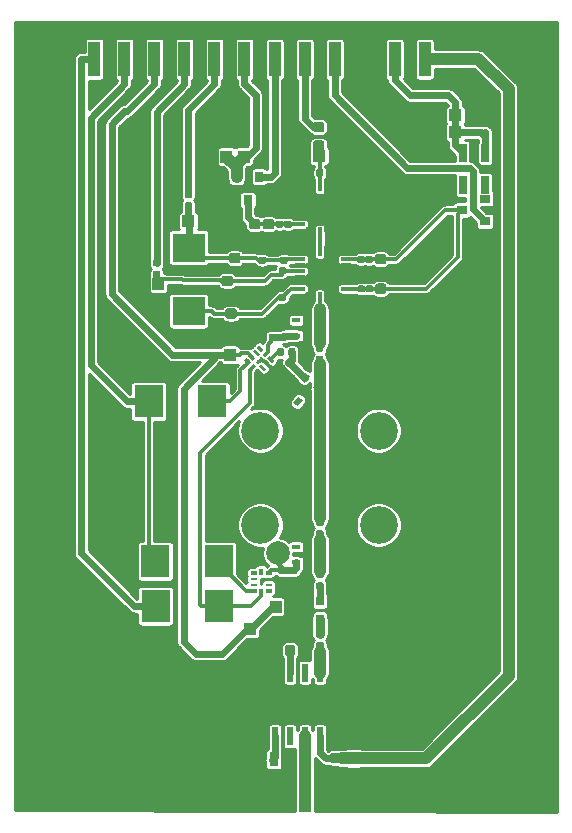
<source format=gbr>
G04 #@! TF.GenerationSoftware,KiCad,Pcbnew,5.1.5+dfsg1-2~bpo9+1*
G04 #@! TF.CreationDate,2020-08-21T22:37:13-04:00*
G04 #@! TF.ProjectId,integrated_amp,696e7465-6772-4617-9465-645f616d702e,rev?*
G04 #@! TF.SameCoordinates,PX6493440PY526e968*
G04 #@! TF.FileFunction,Copper,L1,Top*
G04 #@! TF.FilePolarity,Positive*
%FSLAX46Y46*%
G04 Gerber Fmt 4.6, Leading zero omitted, Abs format (unit mm)*
G04 Created by KiCad (PCBNEW 5.1.5+dfsg1-2~bpo9+1) date 2020-08-21 22:37:13*
%MOMM*%
%LPD*%
G04 APERTURE LIST*
%ADD10C,0.150000*%
%ADD11R,0.580000X0.250000*%
%ADD12R,0.580000X0.300000*%
%ADD13R,0.350000X0.630000*%
%ADD14R,0.797560X1.198880*%
%ADD15R,0.998220X1.099820*%
%ADD16R,1.099820X0.998220*%
%ADD17R,0.998220X2.999740*%
%ADD18R,2.470000X2.800000*%
%ADD19R,2.800000X2.470000*%
%ADD20R,0.700000X2.300000*%
%ADD21R,0.700000X0.800000*%
%ADD22R,0.600000X1.550000*%
%ADD23R,1.000000X1.000000*%
%ADD24R,0.700000X0.450000*%
%ADD25R,2.600000X2.600000*%
%ADD26R,0.850000X0.300000*%
%ADD27R,0.300000X0.850000*%
%ADD28R,0.650000X1.560000*%
%ADD29R,0.900000X0.800000*%
%ADD30R,0.800000X0.900000*%
%ADD31R,0.250000X0.850000*%
%ADD32R,0.200000X0.850000*%
%ADD33C,3.200000*%
%ADD34C,2.000000*%
%ADD35C,0.250000*%
%ADD36C,0.600000*%
%ADD37C,1.000000*%
%ADD38C,0.300000*%
%ADD39C,0.350000*%
%ADD40C,0.800000*%
%ADD41C,0.254000*%
G04 APERTURE END LIST*
G04 #@! TA.AperFunction,SMDPad,CuDef*
D10*
G36*
X21724697Y-29175595D02*
G01*
X21547921Y-29352371D01*
X21137799Y-28942249D01*
X21314575Y-28765473D01*
X21724697Y-29175595D01*
G37*
G04 #@! TD.AperFunction*
G04 #@! TA.AperFunction,SMDPad,CuDef*
G36*
X21371143Y-29529149D02*
G01*
X21194367Y-29705925D01*
X20784245Y-29295803D01*
X20961021Y-29119027D01*
X21371143Y-29529149D01*
G37*
G04 #@! TD.AperFunction*
G04 #@! TA.AperFunction,SMDPad,CuDef*
G36*
X20826671Y-28277569D02*
G01*
X20649895Y-28454345D01*
X20239773Y-28044223D01*
X20416549Y-27867447D01*
X20826671Y-28277569D01*
G37*
G04 #@! TD.AperFunction*
G04 #@! TA.AperFunction,SMDPad,CuDef*
G36*
X20473117Y-28631123D02*
G01*
X20296341Y-28807899D01*
X19886219Y-28397777D01*
X20062995Y-28221001D01*
X20473117Y-28631123D01*
G37*
G04 #@! TD.AperFunction*
G04 #@! TA.AperFunction,SMDPad,CuDef*
G36*
X21197902Y-27906338D02*
G01*
X20985770Y-28118470D01*
X20575648Y-27708348D01*
X20787780Y-27496216D01*
X21197902Y-27906338D01*
G37*
G04 #@! TD.AperFunction*
G04 #@! TA.AperFunction,SMDPad,CuDef*
G36*
X22095928Y-28804364D02*
G01*
X21883796Y-29016496D01*
X21473674Y-28606374D01*
X21685806Y-28394242D01*
X22095928Y-28804364D01*
G37*
G04 #@! TD.AperFunction*
G04 #@! TA.AperFunction,SMDPad,CuDef*
G36*
X21035268Y-29865024D02*
G01*
X20823136Y-30077156D01*
X20413014Y-29667034D01*
X20625146Y-29454902D01*
X21035268Y-29865024D01*
G37*
G04 #@! TD.AperFunction*
G04 #@! TA.AperFunction,SMDPad,CuDef*
G36*
X20137242Y-28966998D02*
G01*
X19925110Y-29179130D01*
X19514988Y-28769008D01*
X19727120Y-28556876D01*
X20137242Y-28966998D01*
G37*
G04 #@! TD.AperFunction*
G04 #@! TA.AperFunction,SMDPad,CuDef*
G36*
X21742375Y-28061901D02*
G01*
X21296897Y-28507379D01*
X21084765Y-28295247D01*
X21530243Y-27849769D01*
X21742375Y-28061901D01*
G37*
G04 #@! TD.AperFunction*
G04 #@! TA.AperFunction,SMDPad,CuDef*
G36*
X20526151Y-29278125D02*
G01*
X20080673Y-29723603D01*
X19868541Y-29511471D01*
X20314019Y-29065993D01*
X20526151Y-29278125D01*
G37*
G04 #@! TD.AperFunction*
D11*
X21591416Y-47287002D03*
X21591416Y-47787002D03*
X20321416Y-47287002D03*
X20321416Y-47787002D03*
D12*
X20321416Y-46787002D03*
X21591416Y-46787002D03*
X21591416Y-48287002D03*
X20321416Y-48287002D03*
D13*
X20956416Y-46677002D03*
X20956416Y-48397002D03*
D14*
X20222356Y-62573803D03*
X22020676Y-62573803D03*
D15*
X20029315Y-51545122D03*
X20029315Y-53241842D03*
X22188315Y-51336842D03*
X22188315Y-49640122D03*
X28797396Y-62492523D03*
X28797396Y-60795803D03*
D16*
X16493635Y-17006203D03*
X14796915Y-17006203D03*
D15*
X12261996Y-23986123D03*
X12261996Y-22289403D03*
D16*
X35690956Y-9475103D03*
X37387676Y-9475103D03*
X35693495Y-8040003D03*
X37390215Y-8040003D03*
X27583276Y-11494403D03*
X25886556Y-11494403D03*
D15*
X18352915Y-30021163D03*
X18352915Y-28324443D03*
X18022715Y-9848483D03*
X18022715Y-11545203D03*
X19483215Y-9845942D03*
X19483215Y-11542662D03*
D17*
X6846715Y-3285123D03*
X9386715Y-3285123D03*
X11926715Y-3285123D03*
X14466715Y-3285123D03*
X17006715Y-3285123D03*
X19546715Y-3285123D03*
X22112115Y-3290202D03*
X24652115Y-3290202D03*
X27192115Y-3290202D03*
X29732115Y-3290202D03*
X32272115Y-3290202D03*
X34812115Y-3290202D03*
D18*
X11433596Y-32271603D03*
X16808596Y-32271603D03*
X17372476Y-45804723D03*
X11997476Y-45804723D03*
X17402955Y-49599483D03*
X12027955Y-49599483D03*
G04 #@! TA.AperFunction,SMDPad,CuDef*
D10*
G36*
X18681407Y-24392856D02*
G01*
X18702642Y-24396006D01*
X18723466Y-24401222D01*
X18743678Y-24408454D01*
X18763084Y-24417633D01*
X18781497Y-24428669D01*
X18798740Y-24441457D01*
X18814646Y-24455873D01*
X18829062Y-24471779D01*
X18841850Y-24489022D01*
X18852886Y-24507435D01*
X18862065Y-24526841D01*
X18869297Y-24547053D01*
X18874513Y-24567877D01*
X18877663Y-24589112D01*
X18878716Y-24610553D01*
X18878716Y-25048053D01*
X18877663Y-25069494D01*
X18874513Y-25090729D01*
X18869297Y-25111553D01*
X18862065Y-25131765D01*
X18852886Y-25151171D01*
X18841850Y-25169584D01*
X18829062Y-25186827D01*
X18814646Y-25202733D01*
X18798740Y-25217149D01*
X18781497Y-25229937D01*
X18763084Y-25240973D01*
X18743678Y-25250152D01*
X18723466Y-25257384D01*
X18702642Y-25262600D01*
X18681407Y-25265750D01*
X18659966Y-25266803D01*
X18147466Y-25266803D01*
X18126025Y-25265750D01*
X18104790Y-25262600D01*
X18083966Y-25257384D01*
X18063754Y-25250152D01*
X18044348Y-25240973D01*
X18025935Y-25229937D01*
X18008692Y-25217149D01*
X17992786Y-25202733D01*
X17978370Y-25186827D01*
X17965582Y-25169584D01*
X17954546Y-25151171D01*
X17945367Y-25131765D01*
X17938135Y-25111553D01*
X17932919Y-25090729D01*
X17929769Y-25069494D01*
X17928716Y-25048053D01*
X17928716Y-24610553D01*
X17929769Y-24589112D01*
X17932919Y-24567877D01*
X17938135Y-24547053D01*
X17945367Y-24526841D01*
X17954546Y-24507435D01*
X17965582Y-24489022D01*
X17978370Y-24471779D01*
X17992786Y-24455873D01*
X18008692Y-24441457D01*
X18025935Y-24428669D01*
X18044348Y-24417633D01*
X18063754Y-24408454D01*
X18083966Y-24401222D01*
X18104790Y-24396006D01*
X18126025Y-24392856D01*
X18147466Y-24391803D01*
X18659966Y-24391803D01*
X18681407Y-24392856D01*
G37*
G04 #@! TD.AperFunction*
G04 #@! TA.AperFunction,SMDPad,CuDef*
G36*
X18681407Y-25967856D02*
G01*
X18702642Y-25971006D01*
X18723466Y-25976222D01*
X18743678Y-25983454D01*
X18763084Y-25992633D01*
X18781497Y-26003669D01*
X18798740Y-26016457D01*
X18814646Y-26030873D01*
X18829062Y-26046779D01*
X18841850Y-26064022D01*
X18852886Y-26082435D01*
X18862065Y-26101841D01*
X18869297Y-26122053D01*
X18874513Y-26142877D01*
X18877663Y-26164112D01*
X18878716Y-26185553D01*
X18878716Y-26623053D01*
X18877663Y-26644494D01*
X18874513Y-26665729D01*
X18869297Y-26686553D01*
X18862065Y-26706765D01*
X18852886Y-26726171D01*
X18841850Y-26744584D01*
X18829062Y-26761827D01*
X18814646Y-26777733D01*
X18798740Y-26792149D01*
X18781497Y-26804937D01*
X18763084Y-26815973D01*
X18743678Y-26825152D01*
X18723466Y-26832384D01*
X18702642Y-26837600D01*
X18681407Y-26840750D01*
X18659966Y-26841803D01*
X18147466Y-26841803D01*
X18126025Y-26840750D01*
X18104790Y-26837600D01*
X18083966Y-26832384D01*
X18063754Y-26825152D01*
X18044348Y-26815973D01*
X18025935Y-26804937D01*
X18008692Y-26792149D01*
X17992786Y-26777733D01*
X17978370Y-26761827D01*
X17965582Y-26744584D01*
X17954546Y-26726171D01*
X17945367Y-26706765D01*
X17938135Y-26686553D01*
X17932919Y-26665729D01*
X17929769Y-26644494D01*
X17928716Y-26623053D01*
X17928716Y-26185553D01*
X17929769Y-26164112D01*
X17932919Y-26142877D01*
X17938135Y-26122053D01*
X17945367Y-26101841D01*
X17954546Y-26082435D01*
X17965582Y-26064022D01*
X17978370Y-26046779D01*
X17992786Y-26030873D01*
X18008692Y-26016457D01*
X18025935Y-26003669D01*
X18044348Y-25992633D01*
X18063754Y-25983454D01*
X18083966Y-25976222D01*
X18104790Y-25971006D01*
X18126025Y-25967856D01*
X18147466Y-25966803D01*
X18659966Y-25966803D01*
X18681407Y-25967856D01*
G37*
G04 #@! TD.AperFunction*
G04 #@! TA.AperFunction,SMDPad,CuDef*
G36*
X22934074Y-23161112D02*
G01*
X22948392Y-23163236D01*
X22962433Y-23166753D01*
X22976062Y-23171630D01*
X22989147Y-23177819D01*
X23001563Y-23185260D01*
X23013189Y-23193883D01*
X23023914Y-23203604D01*
X23033635Y-23214329D01*
X23042258Y-23225955D01*
X23049699Y-23238371D01*
X23055888Y-23251456D01*
X23060765Y-23265085D01*
X23064282Y-23279126D01*
X23066406Y-23293444D01*
X23067116Y-23307902D01*
X23067116Y-23602902D01*
X23066406Y-23617360D01*
X23064282Y-23631678D01*
X23060765Y-23645719D01*
X23055888Y-23659348D01*
X23049699Y-23672433D01*
X23042258Y-23684849D01*
X23033635Y-23696475D01*
X23023914Y-23707200D01*
X23013189Y-23716921D01*
X23001563Y-23725544D01*
X22989147Y-23732985D01*
X22976062Y-23739174D01*
X22962433Y-23744051D01*
X22948392Y-23747568D01*
X22934074Y-23749692D01*
X22919616Y-23750402D01*
X22574616Y-23750402D01*
X22560158Y-23749692D01*
X22545840Y-23747568D01*
X22531799Y-23744051D01*
X22518170Y-23739174D01*
X22505085Y-23732985D01*
X22492669Y-23725544D01*
X22481043Y-23716921D01*
X22470318Y-23707200D01*
X22460597Y-23696475D01*
X22451974Y-23684849D01*
X22444533Y-23672433D01*
X22438344Y-23659348D01*
X22433467Y-23645719D01*
X22429950Y-23631678D01*
X22427826Y-23617360D01*
X22427116Y-23602902D01*
X22427116Y-23307902D01*
X22427826Y-23293444D01*
X22429950Y-23279126D01*
X22433467Y-23265085D01*
X22438344Y-23251456D01*
X22444533Y-23238371D01*
X22451974Y-23225955D01*
X22460597Y-23214329D01*
X22470318Y-23203604D01*
X22481043Y-23193883D01*
X22492669Y-23185260D01*
X22505085Y-23177819D01*
X22518170Y-23171630D01*
X22531799Y-23166753D01*
X22545840Y-23163236D01*
X22560158Y-23161112D01*
X22574616Y-23160402D01*
X22919616Y-23160402D01*
X22934074Y-23161112D01*
G37*
G04 #@! TD.AperFunction*
G04 #@! TA.AperFunction,SMDPad,CuDef*
G36*
X22934074Y-24131112D02*
G01*
X22948392Y-24133236D01*
X22962433Y-24136753D01*
X22976062Y-24141630D01*
X22989147Y-24147819D01*
X23001563Y-24155260D01*
X23013189Y-24163883D01*
X23023914Y-24173604D01*
X23033635Y-24184329D01*
X23042258Y-24195955D01*
X23049699Y-24208371D01*
X23055888Y-24221456D01*
X23060765Y-24235085D01*
X23064282Y-24249126D01*
X23066406Y-24263444D01*
X23067116Y-24277902D01*
X23067116Y-24572902D01*
X23066406Y-24587360D01*
X23064282Y-24601678D01*
X23060765Y-24615719D01*
X23055888Y-24629348D01*
X23049699Y-24642433D01*
X23042258Y-24654849D01*
X23033635Y-24666475D01*
X23023914Y-24677200D01*
X23013189Y-24686921D01*
X23001563Y-24695544D01*
X22989147Y-24702985D01*
X22976062Y-24709174D01*
X22962433Y-24714051D01*
X22948392Y-24717568D01*
X22934074Y-24719692D01*
X22919616Y-24720402D01*
X22574616Y-24720402D01*
X22560158Y-24719692D01*
X22545840Y-24717568D01*
X22531799Y-24714051D01*
X22518170Y-24709174D01*
X22505085Y-24702985D01*
X22492669Y-24695544D01*
X22481043Y-24686921D01*
X22470318Y-24677200D01*
X22460597Y-24666475D01*
X22451974Y-24654849D01*
X22444533Y-24642433D01*
X22438344Y-24629348D01*
X22433467Y-24615719D01*
X22429950Y-24601678D01*
X22427826Y-24587360D01*
X22427116Y-24572902D01*
X22427116Y-24277902D01*
X22427826Y-24263444D01*
X22429950Y-24249126D01*
X22433467Y-24235085D01*
X22438344Y-24221456D01*
X22444533Y-24208371D01*
X22451974Y-24195955D01*
X22460597Y-24184329D01*
X22470318Y-24173604D01*
X22481043Y-24163883D01*
X22492669Y-24155260D01*
X22505085Y-24147819D01*
X22518170Y-24141630D01*
X22531799Y-24136753D01*
X22545840Y-24133236D01*
X22560158Y-24131112D01*
X22574616Y-24130402D01*
X22919616Y-24130402D01*
X22934074Y-24131112D01*
G37*
G04 #@! TD.AperFunction*
D19*
X14822316Y-24616402D03*
X14822316Y-19241402D03*
G04 #@! TA.AperFunction,SMDPad,CuDef*
D10*
G36*
X14983873Y-15418912D02*
G01*
X14998191Y-15421036D01*
X15012232Y-15424553D01*
X15025861Y-15429430D01*
X15038946Y-15435619D01*
X15051362Y-15443060D01*
X15062988Y-15451683D01*
X15073713Y-15461404D01*
X15083434Y-15472129D01*
X15092057Y-15483755D01*
X15099498Y-15496171D01*
X15105687Y-15509256D01*
X15110564Y-15522885D01*
X15114081Y-15536926D01*
X15116205Y-15551244D01*
X15116915Y-15565702D01*
X15116915Y-15860702D01*
X15116205Y-15875160D01*
X15114081Y-15889478D01*
X15110564Y-15903519D01*
X15105687Y-15917148D01*
X15099498Y-15930233D01*
X15092057Y-15942649D01*
X15083434Y-15954275D01*
X15073713Y-15965000D01*
X15062988Y-15974721D01*
X15051362Y-15983344D01*
X15038946Y-15990785D01*
X15025861Y-15996974D01*
X15012232Y-16001851D01*
X14998191Y-16005368D01*
X14983873Y-16007492D01*
X14969415Y-16008202D01*
X14624415Y-16008202D01*
X14609957Y-16007492D01*
X14595639Y-16005368D01*
X14581598Y-16001851D01*
X14567969Y-15996974D01*
X14554884Y-15990785D01*
X14542468Y-15983344D01*
X14530842Y-15974721D01*
X14520117Y-15965000D01*
X14510396Y-15954275D01*
X14501773Y-15942649D01*
X14494332Y-15930233D01*
X14488143Y-15917148D01*
X14483266Y-15903519D01*
X14479749Y-15889478D01*
X14477625Y-15875160D01*
X14476915Y-15860702D01*
X14476915Y-15565702D01*
X14477625Y-15551244D01*
X14479749Y-15536926D01*
X14483266Y-15522885D01*
X14488143Y-15509256D01*
X14494332Y-15496171D01*
X14501773Y-15483755D01*
X14510396Y-15472129D01*
X14520117Y-15461404D01*
X14530842Y-15451683D01*
X14542468Y-15443060D01*
X14554884Y-15435619D01*
X14567969Y-15429430D01*
X14581598Y-15424553D01*
X14595639Y-15421036D01*
X14609957Y-15418912D01*
X14624415Y-15418202D01*
X14969415Y-15418202D01*
X14983873Y-15418912D01*
G37*
G04 #@! TD.AperFunction*
G04 #@! TA.AperFunction,SMDPad,CuDef*
G36*
X14983873Y-14448912D02*
G01*
X14998191Y-14451036D01*
X15012232Y-14454553D01*
X15025861Y-14459430D01*
X15038946Y-14465619D01*
X15051362Y-14473060D01*
X15062988Y-14481683D01*
X15073713Y-14491404D01*
X15083434Y-14502129D01*
X15092057Y-14513755D01*
X15099498Y-14526171D01*
X15105687Y-14539256D01*
X15110564Y-14552885D01*
X15114081Y-14566926D01*
X15116205Y-14581244D01*
X15116915Y-14595702D01*
X15116915Y-14890702D01*
X15116205Y-14905160D01*
X15114081Y-14919478D01*
X15110564Y-14933519D01*
X15105687Y-14947148D01*
X15099498Y-14960233D01*
X15092057Y-14972649D01*
X15083434Y-14984275D01*
X15073713Y-14995000D01*
X15062988Y-15004721D01*
X15051362Y-15013344D01*
X15038946Y-15020785D01*
X15025861Y-15026974D01*
X15012232Y-15031851D01*
X14998191Y-15035368D01*
X14983873Y-15037492D01*
X14969415Y-15038202D01*
X14624415Y-15038202D01*
X14609957Y-15037492D01*
X14595639Y-15035368D01*
X14581598Y-15031851D01*
X14567969Y-15026974D01*
X14554884Y-15020785D01*
X14542468Y-15013344D01*
X14530842Y-15004721D01*
X14520117Y-14995000D01*
X14510396Y-14984275D01*
X14501773Y-14972649D01*
X14494332Y-14960233D01*
X14488143Y-14947148D01*
X14483266Y-14933519D01*
X14479749Y-14919478D01*
X14477625Y-14905160D01*
X14476915Y-14890702D01*
X14476915Y-14595702D01*
X14477625Y-14581244D01*
X14479749Y-14566926D01*
X14483266Y-14552885D01*
X14488143Y-14539256D01*
X14494332Y-14526171D01*
X14501773Y-14513755D01*
X14510396Y-14502129D01*
X14520117Y-14491404D01*
X14530842Y-14481683D01*
X14542468Y-14473060D01*
X14554884Y-14465619D01*
X14567969Y-14459430D01*
X14581598Y-14454553D01*
X14595639Y-14451036D01*
X14609957Y-14448912D01*
X14624415Y-14448202D01*
X14969415Y-14448202D01*
X14983873Y-14448912D01*
G37*
G04 #@! TD.AperFunction*
G04 #@! TA.AperFunction,SMDPad,CuDef*
G36*
X12301634Y-21220272D02*
G01*
X12315952Y-21222396D01*
X12329993Y-21225913D01*
X12343622Y-21230790D01*
X12356707Y-21236979D01*
X12369123Y-21244420D01*
X12380749Y-21253043D01*
X12391474Y-21262764D01*
X12401195Y-21273489D01*
X12409818Y-21285115D01*
X12417259Y-21297531D01*
X12423448Y-21310616D01*
X12428325Y-21324245D01*
X12431842Y-21338286D01*
X12433966Y-21352604D01*
X12434676Y-21367062D01*
X12434676Y-21662062D01*
X12433966Y-21676520D01*
X12431842Y-21690838D01*
X12428325Y-21704879D01*
X12423448Y-21718508D01*
X12417259Y-21731593D01*
X12409818Y-21744009D01*
X12401195Y-21755635D01*
X12391474Y-21766360D01*
X12380749Y-21776081D01*
X12369123Y-21784704D01*
X12356707Y-21792145D01*
X12343622Y-21798334D01*
X12329993Y-21803211D01*
X12315952Y-21806728D01*
X12301634Y-21808852D01*
X12287176Y-21809562D01*
X11942176Y-21809562D01*
X11927718Y-21808852D01*
X11913400Y-21806728D01*
X11899359Y-21803211D01*
X11885730Y-21798334D01*
X11872645Y-21792145D01*
X11860229Y-21784704D01*
X11848603Y-21776081D01*
X11837878Y-21766360D01*
X11828157Y-21755635D01*
X11819534Y-21744009D01*
X11812093Y-21731593D01*
X11805904Y-21718508D01*
X11801027Y-21704879D01*
X11797510Y-21690838D01*
X11795386Y-21676520D01*
X11794676Y-21662062D01*
X11794676Y-21367062D01*
X11795386Y-21352604D01*
X11797510Y-21338286D01*
X11801027Y-21324245D01*
X11805904Y-21310616D01*
X11812093Y-21297531D01*
X11819534Y-21285115D01*
X11828157Y-21273489D01*
X11837878Y-21262764D01*
X11848603Y-21253043D01*
X11860229Y-21244420D01*
X11872645Y-21236979D01*
X11885730Y-21230790D01*
X11899359Y-21225913D01*
X11913400Y-21222396D01*
X11927718Y-21220272D01*
X11942176Y-21219562D01*
X12287176Y-21219562D01*
X12301634Y-21220272D01*
G37*
G04 #@! TD.AperFunction*
G04 #@! TA.AperFunction,SMDPad,CuDef*
G36*
X12301634Y-20250272D02*
G01*
X12315952Y-20252396D01*
X12329993Y-20255913D01*
X12343622Y-20260790D01*
X12356707Y-20266979D01*
X12369123Y-20274420D01*
X12380749Y-20283043D01*
X12391474Y-20292764D01*
X12401195Y-20303489D01*
X12409818Y-20315115D01*
X12417259Y-20327531D01*
X12423448Y-20340616D01*
X12428325Y-20354245D01*
X12431842Y-20368286D01*
X12433966Y-20382604D01*
X12434676Y-20397062D01*
X12434676Y-20692062D01*
X12433966Y-20706520D01*
X12431842Y-20720838D01*
X12428325Y-20734879D01*
X12423448Y-20748508D01*
X12417259Y-20761593D01*
X12409818Y-20774009D01*
X12401195Y-20785635D01*
X12391474Y-20796360D01*
X12380749Y-20806081D01*
X12369123Y-20814704D01*
X12356707Y-20822145D01*
X12343622Y-20828334D01*
X12329993Y-20833211D01*
X12315952Y-20836728D01*
X12301634Y-20838852D01*
X12287176Y-20839562D01*
X11942176Y-20839562D01*
X11927718Y-20838852D01*
X11913400Y-20836728D01*
X11899359Y-20833211D01*
X11885730Y-20828334D01*
X11872645Y-20822145D01*
X11860229Y-20814704D01*
X11848603Y-20806081D01*
X11837878Y-20796360D01*
X11828157Y-20785635D01*
X11819534Y-20774009D01*
X11812093Y-20761593D01*
X11805904Y-20748508D01*
X11801027Y-20734879D01*
X11797510Y-20720838D01*
X11795386Y-20706520D01*
X11794676Y-20692062D01*
X11794676Y-20397062D01*
X11795386Y-20382604D01*
X11797510Y-20368286D01*
X11801027Y-20354245D01*
X11805904Y-20340616D01*
X11812093Y-20327531D01*
X11819534Y-20315115D01*
X11828157Y-20303489D01*
X11837878Y-20292764D01*
X11848603Y-20283043D01*
X11860229Y-20274420D01*
X11872645Y-20266979D01*
X11885730Y-20260790D01*
X11899359Y-20255913D01*
X11913400Y-20252396D01*
X11927718Y-20250272D01*
X11942176Y-20249562D01*
X12287176Y-20249562D01*
X12301634Y-20250272D01*
G37*
G04 #@! TD.AperFunction*
D20*
X24728716Y-49938003D03*
D21*
X25928716Y-50688003D03*
X25928716Y-49188003D03*
D22*
X22124816Y-55225603D03*
X23394816Y-55225603D03*
X24664816Y-55225603D03*
X25934816Y-55225603D03*
X25934816Y-60625603D03*
X24664816Y-60625603D03*
X23394816Y-60625603D03*
X22124816Y-60625603D03*
D23*
X24677516Y-66510803D03*
G04 #@! TA.AperFunction,SMDPad,CuDef*
D10*
G36*
X27566327Y-60430376D02*
G01*
X27587562Y-60433526D01*
X27608386Y-60438742D01*
X27628598Y-60445974D01*
X27648004Y-60455153D01*
X27666417Y-60466189D01*
X27683660Y-60478977D01*
X27699566Y-60493393D01*
X27713982Y-60509299D01*
X27726770Y-60526542D01*
X27737806Y-60544955D01*
X27746985Y-60564361D01*
X27754217Y-60584573D01*
X27759433Y-60605397D01*
X27762583Y-60626632D01*
X27763636Y-60648073D01*
X27763636Y-61085573D01*
X27762583Y-61107014D01*
X27759433Y-61128249D01*
X27754217Y-61149073D01*
X27746985Y-61169285D01*
X27737806Y-61188691D01*
X27726770Y-61207104D01*
X27713982Y-61224347D01*
X27699566Y-61240253D01*
X27683660Y-61254669D01*
X27666417Y-61267457D01*
X27648004Y-61278493D01*
X27628598Y-61287672D01*
X27608386Y-61294904D01*
X27587562Y-61300120D01*
X27566327Y-61303270D01*
X27544886Y-61304323D01*
X27032386Y-61304323D01*
X27010945Y-61303270D01*
X26989710Y-61300120D01*
X26968886Y-61294904D01*
X26948674Y-61287672D01*
X26929268Y-61278493D01*
X26910855Y-61267457D01*
X26893612Y-61254669D01*
X26877706Y-61240253D01*
X26863290Y-61224347D01*
X26850502Y-61207104D01*
X26839466Y-61188691D01*
X26830287Y-61169285D01*
X26823055Y-61149073D01*
X26817839Y-61128249D01*
X26814689Y-61107014D01*
X26813636Y-61085573D01*
X26813636Y-60648073D01*
X26814689Y-60626632D01*
X26817839Y-60605397D01*
X26823055Y-60584573D01*
X26830287Y-60564361D01*
X26839466Y-60544955D01*
X26850502Y-60526542D01*
X26863290Y-60509299D01*
X26877706Y-60493393D01*
X26893612Y-60478977D01*
X26910855Y-60466189D01*
X26929268Y-60455153D01*
X26948674Y-60445974D01*
X26968886Y-60438742D01*
X26989710Y-60433526D01*
X27010945Y-60430376D01*
X27032386Y-60429323D01*
X27544886Y-60429323D01*
X27566327Y-60430376D01*
G37*
G04 #@! TD.AperFunction*
G04 #@! TA.AperFunction,SMDPad,CuDef*
G36*
X27566327Y-62005376D02*
G01*
X27587562Y-62008526D01*
X27608386Y-62013742D01*
X27628598Y-62020974D01*
X27648004Y-62030153D01*
X27666417Y-62041189D01*
X27683660Y-62053977D01*
X27699566Y-62068393D01*
X27713982Y-62084299D01*
X27726770Y-62101542D01*
X27737806Y-62119955D01*
X27746985Y-62139361D01*
X27754217Y-62159573D01*
X27759433Y-62180397D01*
X27762583Y-62201632D01*
X27763636Y-62223073D01*
X27763636Y-62660573D01*
X27762583Y-62682014D01*
X27759433Y-62703249D01*
X27754217Y-62724073D01*
X27746985Y-62744285D01*
X27737806Y-62763691D01*
X27726770Y-62782104D01*
X27713982Y-62799347D01*
X27699566Y-62815253D01*
X27683660Y-62829669D01*
X27666417Y-62842457D01*
X27648004Y-62853493D01*
X27628598Y-62862672D01*
X27608386Y-62869904D01*
X27587562Y-62875120D01*
X27566327Y-62878270D01*
X27544886Y-62879323D01*
X27032386Y-62879323D01*
X27010945Y-62878270D01*
X26989710Y-62875120D01*
X26968886Y-62869904D01*
X26948674Y-62862672D01*
X26929268Y-62853493D01*
X26910855Y-62842457D01*
X26893612Y-62829669D01*
X26877706Y-62815253D01*
X26863290Y-62799347D01*
X26850502Y-62782104D01*
X26839466Y-62763691D01*
X26830287Y-62744285D01*
X26823055Y-62724073D01*
X26817839Y-62703249D01*
X26814689Y-62682014D01*
X26813636Y-62660573D01*
X26813636Y-62223073D01*
X26814689Y-62201632D01*
X26817839Y-62180397D01*
X26823055Y-62159573D01*
X26830287Y-62139361D01*
X26839466Y-62119955D01*
X26850502Y-62101542D01*
X26863290Y-62084299D01*
X26877706Y-62068393D01*
X26893612Y-62053977D01*
X26910855Y-62041189D01*
X26929268Y-62030153D01*
X26948674Y-62020974D01*
X26968886Y-62013742D01*
X26989710Y-62008526D01*
X27010945Y-62005376D01*
X27032386Y-62004323D01*
X27544886Y-62004323D01*
X27566327Y-62005376D01*
G37*
G04 #@! TD.AperFunction*
G04 #@! TA.AperFunction,SMDPad,CuDef*
G36*
X22047406Y-52879655D02*
G01*
X22068641Y-52882805D01*
X22089465Y-52888021D01*
X22109677Y-52895253D01*
X22129083Y-52904432D01*
X22147496Y-52915468D01*
X22164739Y-52928256D01*
X22180645Y-52942672D01*
X22195061Y-52958578D01*
X22207849Y-52975821D01*
X22218885Y-52994234D01*
X22228064Y-53013640D01*
X22235296Y-53033852D01*
X22240512Y-53054676D01*
X22243662Y-53075911D01*
X22244715Y-53097352D01*
X22244715Y-53609852D01*
X22243662Y-53631293D01*
X22240512Y-53652528D01*
X22235296Y-53673352D01*
X22228064Y-53693564D01*
X22218885Y-53712970D01*
X22207849Y-53731383D01*
X22195061Y-53748626D01*
X22180645Y-53764532D01*
X22164739Y-53778948D01*
X22147496Y-53791736D01*
X22129083Y-53802772D01*
X22109677Y-53811951D01*
X22089465Y-53819183D01*
X22068641Y-53824399D01*
X22047406Y-53827549D01*
X22025965Y-53828602D01*
X21588465Y-53828602D01*
X21567024Y-53827549D01*
X21545789Y-53824399D01*
X21524965Y-53819183D01*
X21504753Y-53811951D01*
X21485347Y-53802772D01*
X21466934Y-53791736D01*
X21449691Y-53778948D01*
X21433785Y-53764532D01*
X21419369Y-53748626D01*
X21406581Y-53731383D01*
X21395545Y-53712970D01*
X21386366Y-53693564D01*
X21379134Y-53673352D01*
X21373918Y-53652528D01*
X21370768Y-53631293D01*
X21369715Y-53609852D01*
X21369715Y-53097352D01*
X21370768Y-53075911D01*
X21373918Y-53054676D01*
X21379134Y-53033852D01*
X21386366Y-53013640D01*
X21395545Y-52994234D01*
X21406581Y-52975821D01*
X21419369Y-52958578D01*
X21433785Y-52942672D01*
X21449691Y-52928256D01*
X21466934Y-52915468D01*
X21485347Y-52904432D01*
X21504753Y-52895253D01*
X21524965Y-52888021D01*
X21545789Y-52882805D01*
X21567024Y-52879655D01*
X21588465Y-52878602D01*
X22025965Y-52878602D01*
X22047406Y-52879655D01*
G37*
G04 #@! TD.AperFunction*
G04 #@! TA.AperFunction,SMDPad,CuDef*
G36*
X23622406Y-52879655D02*
G01*
X23643641Y-52882805D01*
X23664465Y-52888021D01*
X23684677Y-52895253D01*
X23704083Y-52904432D01*
X23722496Y-52915468D01*
X23739739Y-52928256D01*
X23755645Y-52942672D01*
X23770061Y-52958578D01*
X23782849Y-52975821D01*
X23793885Y-52994234D01*
X23803064Y-53013640D01*
X23810296Y-53033852D01*
X23815512Y-53054676D01*
X23818662Y-53075911D01*
X23819715Y-53097352D01*
X23819715Y-53609852D01*
X23818662Y-53631293D01*
X23815512Y-53652528D01*
X23810296Y-53673352D01*
X23803064Y-53693564D01*
X23793885Y-53712970D01*
X23782849Y-53731383D01*
X23770061Y-53748626D01*
X23755645Y-53764532D01*
X23739739Y-53778948D01*
X23722496Y-53791736D01*
X23704083Y-53802772D01*
X23684677Y-53811951D01*
X23664465Y-53819183D01*
X23643641Y-53824399D01*
X23622406Y-53827549D01*
X23600965Y-53828602D01*
X23163465Y-53828602D01*
X23142024Y-53827549D01*
X23120789Y-53824399D01*
X23099965Y-53819183D01*
X23079753Y-53811951D01*
X23060347Y-53802772D01*
X23041934Y-53791736D01*
X23024691Y-53778948D01*
X23008785Y-53764532D01*
X22994369Y-53748626D01*
X22981581Y-53731383D01*
X22970545Y-53712970D01*
X22961366Y-53693564D01*
X22954134Y-53673352D01*
X22948918Y-53652528D01*
X22945768Y-53631293D01*
X22944715Y-53609852D01*
X22944715Y-53097352D01*
X22945768Y-53075911D01*
X22948918Y-53054676D01*
X22954134Y-53033852D01*
X22961366Y-53013640D01*
X22970545Y-52994234D01*
X22981581Y-52975821D01*
X22994369Y-52958578D01*
X23008785Y-52942672D01*
X23024691Y-52928256D01*
X23041934Y-52915468D01*
X23060347Y-52904432D01*
X23079753Y-52895253D01*
X23099965Y-52888021D01*
X23120789Y-52882805D01*
X23142024Y-52879655D01*
X23163465Y-52878602D01*
X23600965Y-52878602D01*
X23622406Y-52879655D01*
G37*
G04 #@! TD.AperFunction*
G04 #@! TA.AperFunction,SMDPad,CuDef*
G36*
X26121773Y-51659912D02*
G01*
X26136091Y-51662036D01*
X26150132Y-51665553D01*
X26163761Y-51670430D01*
X26176846Y-51676619D01*
X26189262Y-51684060D01*
X26200888Y-51692683D01*
X26211613Y-51702404D01*
X26221334Y-51713129D01*
X26229957Y-51724755D01*
X26237398Y-51737171D01*
X26243587Y-51750256D01*
X26248464Y-51763885D01*
X26251981Y-51777926D01*
X26254105Y-51792244D01*
X26254815Y-51806702D01*
X26254815Y-52101702D01*
X26254105Y-52116160D01*
X26251981Y-52130478D01*
X26248464Y-52144519D01*
X26243587Y-52158148D01*
X26237398Y-52171233D01*
X26229957Y-52183649D01*
X26221334Y-52195275D01*
X26211613Y-52206000D01*
X26200888Y-52215721D01*
X26189262Y-52224344D01*
X26176846Y-52231785D01*
X26163761Y-52237974D01*
X26150132Y-52242851D01*
X26136091Y-52246368D01*
X26121773Y-52248492D01*
X26107315Y-52249202D01*
X25762315Y-52249202D01*
X25747857Y-52248492D01*
X25733539Y-52246368D01*
X25719498Y-52242851D01*
X25705869Y-52237974D01*
X25692784Y-52231785D01*
X25680368Y-52224344D01*
X25668742Y-52215721D01*
X25658017Y-52206000D01*
X25648296Y-52195275D01*
X25639673Y-52183649D01*
X25632232Y-52171233D01*
X25626043Y-52158148D01*
X25621166Y-52144519D01*
X25617649Y-52130478D01*
X25615525Y-52116160D01*
X25614815Y-52101702D01*
X25614815Y-51806702D01*
X25615525Y-51792244D01*
X25617649Y-51777926D01*
X25621166Y-51763885D01*
X25626043Y-51750256D01*
X25632232Y-51737171D01*
X25639673Y-51724755D01*
X25648296Y-51713129D01*
X25658017Y-51702404D01*
X25668742Y-51692683D01*
X25680368Y-51684060D01*
X25692784Y-51676619D01*
X25705869Y-51670430D01*
X25719498Y-51665553D01*
X25733539Y-51662036D01*
X25747857Y-51659912D01*
X25762315Y-51659202D01*
X26107315Y-51659202D01*
X26121773Y-51659912D01*
G37*
G04 #@! TD.AperFunction*
G04 #@! TA.AperFunction,SMDPad,CuDef*
G36*
X26121773Y-52629912D02*
G01*
X26136091Y-52632036D01*
X26150132Y-52635553D01*
X26163761Y-52640430D01*
X26176846Y-52646619D01*
X26189262Y-52654060D01*
X26200888Y-52662683D01*
X26211613Y-52672404D01*
X26221334Y-52683129D01*
X26229957Y-52694755D01*
X26237398Y-52707171D01*
X26243587Y-52720256D01*
X26248464Y-52733885D01*
X26251981Y-52747926D01*
X26254105Y-52762244D01*
X26254815Y-52776702D01*
X26254815Y-53071702D01*
X26254105Y-53086160D01*
X26251981Y-53100478D01*
X26248464Y-53114519D01*
X26243587Y-53128148D01*
X26237398Y-53141233D01*
X26229957Y-53153649D01*
X26221334Y-53165275D01*
X26211613Y-53176000D01*
X26200888Y-53185721D01*
X26189262Y-53194344D01*
X26176846Y-53201785D01*
X26163761Y-53207974D01*
X26150132Y-53212851D01*
X26136091Y-53216368D01*
X26121773Y-53218492D01*
X26107315Y-53219202D01*
X25762315Y-53219202D01*
X25747857Y-53218492D01*
X25733539Y-53216368D01*
X25719498Y-53212851D01*
X25705869Y-53207974D01*
X25692784Y-53201785D01*
X25680368Y-53194344D01*
X25668742Y-53185721D01*
X25658017Y-53176000D01*
X25648296Y-53165275D01*
X25639673Y-53153649D01*
X25632232Y-53141233D01*
X25626043Y-53128148D01*
X25621166Y-53114519D01*
X25617649Y-53100478D01*
X25615525Y-53086160D01*
X25614815Y-53071702D01*
X25614815Y-52776702D01*
X25615525Y-52762244D01*
X25617649Y-52747926D01*
X25621166Y-52733885D01*
X25626043Y-52720256D01*
X25632232Y-52707171D01*
X25639673Y-52694755D01*
X25648296Y-52683129D01*
X25658017Y-52672404D01*
X25668742Y-52662683D01*
X25680368Y-52654060D01*
X25692784Y-52646619D01*
X25705869Y-52640430D01*
X25719498Y-52635553D01*
X25733539Y-52632036D01*
X25747857Y-52629912D01*
X25762315Y-52629202D01*
X26107315Y-52629202D01*
X26121773Y-52629912D01*
G37*
G04 #@! TD.AperFunction*
G04 #@! TA.AperFunction,SMDPad,CuDef*
G36*
X22883273Y-47245113D02*
G01*
X22897591Y-47247237D01*
X22911632Y-47250754D01*
X22925261Y-47255631D01*
X22938346Y-47261820D01*
X22950762Y-47269261D01*
X22962388Y-47277884D01*
X22973113Y-47287605D01*
X22982834Y-47298330D01*
X22991457Y-47309956D01*
X22998898Y-47322372D01*
X23005087Y-47335457D01*
X23009964Y-47349086D01*
X23013481Y-47363127D01*
X23015605Y-47377445D01*
X23016315Y-47391903D01*
X23016315Y-47686903D01*
X23015605Y-47701361D01*
X23013481Y-47715679D01*
X23009964Y-47729720D01*
X23005087Y-47743349D01*
X22998898Y-47756434D01*
X22991457Y-47768850D01*
X22982834Y-47780476D01*
X22973113Y-47791201D01*
X22962388Y-47800922D01*
X22950762Y-47809545D01*
X22938346Y-47816986D01*
X22925261Y-47823175D01*
X22911632Y-47828052D01*
X22897591Y-47831569D01*
X22883273Y-47833693D01*
X22868815Y-47834403D01*
X22523815Y-47834403D01*
X22509357Y-47833693D01*
X22495039Y-47831569D01*
X22480998Y-47828052D01*
X22467369Y-47823175D01*
X22454284Y-47816986D01*
X22441868Y-47809545D01*
X22430242Y-47800922D01*
X22419517Y-47791201D01*
X22409796Y-47780476D01*
X22401173Y-47768850D01*
X22393732Y-47756434D01*
X22387543Y-47743349D01*
X22382666Y-47729720D01*
X22379149Y-47715679D01*
X22377025Y-47701361D01*
X22376315Y-47686903D01*
X22376315Y-47391903D01*
X22377025Y-47377445D01*
X22379149Y-47363127D01*
X22382666Y-47349086D01*
X22387543Y-47335457D01*
X22393732Y-47322372D01*
X22401173Y-47309956D01*
X22409796Y-47298330D01*
X22419517Y-47287605D01*
X22430242Y-47277884D01*
X22441868Y-47269261D01*
X22454284Y-47261820D01*
X22467369Y-47255631D01*
X22480998Y-47250754D01*
X22495039Y-47247237D01*
X22509357Y-47245113D01*
X22523815Y-47244403D01*
X22868815Y-47244403D01*
X22883273Y-47245113D01*
G37*
G04 #@! TD.AperFunction*
G04 #@! TA.AperFunction,SMDPad,CuDef*
G36*
X22883273Y-46275113D02*
G01*
X22897591Y-46277237D01*
X22911632Y-46280754D01*
X22925261Y-46285631D01*
X22938346Y-46291820D01*
X22950762Y-46299261D01*
X22962388Y-46307884D01*
X22973113Y-46317605D01*
X22982834Y-46328330D01*
X22991457Y-46339956D01*
X22998898Y-46352372D01*
X23005087Y-46365457D01*
X23009964Y-46379086D01*
X23013481Y-46393127D01*
X23015605Y-46407445D01*
X23016315Y-46421903D01*
X23016315Y-46716903D01*
X23015605Y-46731361D01*
X23013481Y-46745679D01*
X23009964Y-46759720D01*
X23005087Y-46773349D01*
X22998898Y-46786434D01*
X22991457Y-46798850D01*
X22982834Y-46810476D01*
X22973113Y-46821201D01*
X22962388Y-46830922D01*
X22950762Y-46839545D01*
X22938346Y-46846986D01*
X22925261Y-46853175D01*
X22911632Y-46858052D01*
X22897591Y-46861569D01*
X22883273Y-46863693D01*
X22868815Y-46864403D01*
X22523815Y-46864403D01*
X22509357Y-46863693D01*
X22495039Y-46861569D01*
X22480998Y-46858052D01*
X22467369Y-46853175D01*
X22454284Y-46846986D01*
X22441868Y-46839545D01*
X22430242Y-46830922D01*
X22419517Y-46821201D01*
X22409796Y-46810476D01*
X22401173Y-46798850D01*
X22393732Y-46786434D01*
X22387543Y-46773349D01*
X22382666Y-46759720D01*
X22379149Y-46745679D01*
X22377025Y-46731361D01*
X22376315Y-46716903D01*
X22376315Y-46421903D01*
X22377025Y-46407445D01*
X22379149Y-46393127D01*
X22382666Y-46379086D01*
X22387543Y-46365457D01*
X22393732Y-46352372D01*
X22401173Y-46339956D01*
X22409796Y-46328330D01*
X22419517Y-46317605D01*
X22430242Y-46307884D01*
X22441868Y-46299261D01*
X22454284Y-46291820D01*
X22467369Y-46285631D01*
X22480998Y-46280754D01*
X22495039Y-46277237D01*
X22509357Y-46275113D01*
X22523815Y-46274403D01*
X22868815Y-46274403D01*
X22883273Y-46275113D01*
G37*
G04 #@! TD.AperFunction*
G04 #@! TA.AperFunction,SMDPad,CuDef*
G36*
X23724274Y-27761313D02*
G01*
X23738592Y-27763437D01*
X23752633Y-27766954D01*
X23766262Y-27771831D01*
X23779347Y-27778020D01*
X23791763Y-27785461D01*
X23803389Y-27794084D01*
X23814114Y-27803805D01*
X23823835Y-27814530D01*
X23832458Y-27826156D01*
X23839899Y-27838572D01*
X23846088Y-27851657D01*
X23850965Y-27865286D01*
X23854482Y-27879327D01*
X23856606Y-27893645D01*
X23857316Y-27908103D01*
X23857316Y-28253103D01*
X23856606Y-28267561D01*
X23854482Y-28281879D01*
X23850965Y-28295920D01*
X23846088Y-28309549D01*
X23839899Y-28322634D01*
X23832458Y-28335050D01*
X23823835Y-28346676D01*
X23814114Y-28357401D01*
X23803389Y-28367122D01*
X23791763Y-28375745D01*
X23779347Y-28383186D01*
X23766262Y-28389375D01*
X23752633Y-28394252D01*
X23738592Y-28397769D01*
X23724274Y-28399893D01*
X23709816Y-28400603D01*
X23414816Y-28400603D01*
X23400358Y-28399893D01*
X23386040Y-28397769D01*
X23371999Y-28394252D01*
X23358370Y-28389375D01*
X23345285Y-28383186D01*
X23332869Y-28375745D01*
X23321243Y-28367122D01*
X23310518Y-28357401D01*
X23300797Y-28346676D01*
X23292174Y-28335050D01*
X23284733Y-28322634D01*
X23278544Y-28309549D01*
X23273667Y-28295920D01*
X23270150Y-28281879D01*
X23268026Y-28267561D01*
X23267316Y-28253103D01*
X23267316Y-27908103D01*
X23268026Y-27893645D01*
X23270150Y-27879327D01*
X23273667Y-27865286D01*
X23278544Y-27851657D01*
X23284733Y-27838572D01*
X23292174Y-27826156D01*
X23300797Y-27814530D01*
X23310518Y-27803805D01*
X23321243Y-27794084D01*
X23332869Y-27785461D01*
X23345285Y-27778020D01*
X23358370Y-27771831D01*
X23371999Y-27766954D01*
X23386040Y-27763437D01*
X23400358Y-27761313D01*
X23414816Y-27760603D01*
X23709816Y-27760603D01*
X23724274Y-27761313D01*
G37*
G04 #@! TD.AperFunction*
G04 #@! TA.AperFunction,SMDPad,CuDef*
G36*
X22754274Y-27761313D02*
G01*
X22768592Y-27763437D01*
X22782633Y-27766954D01*
X22796262Y-27771831D01*
X22809347Y-27778020D01*
X22821763Y-27785461D01*
X22833389Y-27794084D01*
X22844114Y-27803805D01*
X22853835Y-27814530D01*
X22862458Y-27826156D01*
X22869899Y-27838572D01*
X22876088Y-27851657D01*
X22880965Y-27865286D01*
X22884482Y-27879327D01*
X22886606Y-27893645D01*
X22887316Y-27908103D01*
X22887316Y-28253103D01*
X22886606Y-28267561D01*
X22884482Y-28281879D01*
X22880965Y-28295920D01*
X22876088Y-28309549D01*
X22869899Y-28322634D01*
X22862458Y-28335050D01*
X22853835Y-28346676D01*
X22844114Y-28357401D01*
X22833389Y-28367122D01*
X22821763Y-28375745D01*
X22809347Y-28383186D01*
X22796262Y-28389375D01*
X22782633Y-28394252D01*
X22768592Y-28397769D01*
X22754274Y-28399893D01*
X22739816Y-28400603D01*
X22444816Y-28400603D01*
X22430358Y-28399893D01*
X22416040Y-28397769D01*
X22401999Y-28394252D01*
X22388370Y-28389375D01*
X22375285Y-28383186D01*
X22362869Y-28375745D01*
X22351243Y-28367122D01*
X22340518Y-28357401D01*
X22330797Y-28346676D01*
X22322174Y-28335050D01*
X22314733Y-28322634D01*
X22308544Y-28309549D01*
X22303667Y-28295920D01*
X22300150Y-28281879D01*
X22298026Y-28267561D01*
X22297316Y-28253103D01*
X22297316Y-27908103D01*
X22298026Y-27893645D01*
X22300150Y-27879327D01*
X22303667Y-27865286D01*
X22308544Y-27851657D01*
X22314733Y-27838572D01*
X22322174Y-27826156D01*
X22330797Y-27814530D01*
X22340518Y-27803805D01*
X22351243Y-27794084D01*
X22362869Y-27785461D01*
X22375285Y-27778020D01*
X22388370Y-27771831D01*
X22401999Y-27766954D01*
X22416040Y-27763437D01*
X22430358Y-27761313D01*
X22444816Y-27760603D01*
X22739816Y-27760603D01*
X22754274Y-27761313D01*
G37*
G04 #@! TD.AperFunction*
D24*
X25931516Y-45225603D03*
X23931516Y-45875603D03*
X23931516Y-44575603D03*
G04 #@! TA.AperFunction,SMDPad,CuDef*
D10*
G36*
X26109074Y-46628313D02*
G01*
X26123392Y-46630437D01*
X26137433Y-46633954D01*
X26151062Y-46638831D01*
X26164147Y-46645020D01*
X26176563Y-46652461D01*
X26188189Y-46661084D01*
X26198914Y-46670805D01*
X26208635Y-46681530D01*
X26217258Y-46693156D01*
X26224699Y-46705572D01*
X26230888Y-46718657D01*
X26235765Y-46732286D01*
X26239282Y-46746327D01*
X26241406Y-46760645D01*
X26242116Y-46775103D01*
X26242116Y-47070103D01*
X26241406Y-47084561D01*
X26239282Y-47098879D01*
X26235765Y-47112920D01*
X26230888Y-47126549D01*
X26224699Y-47139634D01*
X26217258Y-47152050D01*
X26208635Y-47163676D01*
X26198914Y-47174401D01*
X26188189Y-47184122D01*
X26176563Y-47192745D01*
X26164147Y-47200186D01*
X26151062Y-47206375D01*
X26137433Y-47211252D01*
X26123392Y-47214769D01*
X26109074Y-47216893D01*
X26094616Y-47217603D01*
X25749616Y-47217603D01*
X25735158Y-47216893D01*
X25720840Y-47214769D01*
X25706799Y-47211252D01*
X25693170Y-47206375D01*
X25680085Y-47200186D01*
X25667669Y-47192745D01*
X25656043Y-47184122D01*
X25645318Y-47174401D01*
X25635597Y-47163676D01*
X25626974Y-47152050D01*
X25619533Y-47139634D01*
X25613344Y-47126549D01*
X25608467Y-47112920D01*
X25604950Y-47098879D01*
X25602826Y-47084561D01*
X25602116Y-47070103D01*
X25602116Y-46775103D01*
X25602826Y-46760645D01*
X25604950Y-46746327D01*
X25608467Y-46732286D01*
X25613344Y-46718657D01*
X25619533Y-46705572D01*
X25626974Y-46693156D01*
X25635597Y-46681530D01*
X25645318Y-46670805D01*
X25656043Y-46661084D01*
X25667669Y-46652461D01*
X25680085Y-46645020D01*
X25693170Y-46638831D01*
X25706799Y-46633954D01*
X25720840Y-46630437D01*
X25735158Y-46628313D01*
X25749616Y-46627603D01*
X26094616Y-46627603D01*
X26109074Y-46628313D01*
G37*
G04 #@! TD.AperFunction*
G04 #@! TA.AperFunction,SMDPad,CuDef*
G36*
X26109074Y-47598313D02*
G01*
X26123392Y-47600437D01*
X26137433Y-47603954D01*
X26151062Y-47608831D01*
X26164147Y-47615020D01*
X26176563Y-47622461D01*
X26188189Y-47631084D01*
X26198914Y-47640805D01*
X26208635Y-47651530D01*
X26217258Y-47663156D01*
X26224699Y-47675572D01*
X26230888Y-47688657D01*
X26235765Y-47702286D01*
X26239282Y-47716327D01*
X26241406Y-47730645D01*
X26242116Y-47745103D01*
X26242116Y-48040103D01*
X26241406Y-48054561D01*
X26239282Y-48068879D01*
X26235765Y-48082920D01*
X26230888Y-48096549D01*
X26224699Y-48109634D01*
X26217258Y-48122050D01*
X26208635Y-48133676D01*
X26198914Y-48144401D01*
X26188189Y-48154122D01*
X26176563Y-48162745D01*
X26164147Y-48170186D01*
X26151062Y-48176375D01*
X26137433Y-48181252D01*
X26123392Y-48184769D01*
X26109074Y-48186893D01*
X26094616Y-48187603D01*
X25749616Y-48187603D01*
X25735158Y-48186893D01*
X25720840Y-48184769D01*
X25706799Y-48181252D01*
X25693170Y-48176375D01*
X25680085Y-48170186D01*
X25667669Y-48162745D01*
X25656043Y-48154122D01*
X25645318Y-48144401D01*
X25635597Y-48133676D01*
X25626974Y-48122050D01*
X25619533Y-48109634D01*
X25613344Y-48096549D01*
X25608467Y-48082920D01*
X25604950Y-48068879D01*
X25602826Y-48054561D01*
X25602116Y-48040103D01*
X25602116Y-47745103D01*
X25602826Y-47730645D01*
X25604950Y-47716327D01*
X25608467Y-47702286D01*
X25613344Y-47688657D01*
X25619533Y-47675572D01*
X25626974Y-47663156D01*
X25635597Y-47651530D01*
X25645318Y-47640805D01*
X25656043Y-47631084D01*
X25667669Y-47622461D01*
X25680085Y-47615020D01*
X25693170Y-47608831D01*
X25706799Y-47603954D01*
X25720840Y-47600437D01*
X25735158Y-47598313D01*
X25749616Y-47597603D01*
X26094616Y-47597603D01*
X26109074Y-47598313D01*
G37*
G04 #@! TD.AperFunction*
G04 #@! TA.AperFunction,SMDPad,CuDef*
G36*
X23899274Y-47257812D02*
G01*
X23913592Y-47259936D01*
X23927633Y-47263453D01*
X23941262Y-47268330D01*
X23954347Y-47274519D01*
X23966763Y-47281960D01*
X23978389Y-47290583D01*
X23989114Y-47300304D01*
X23998835Y-47311029D01*
X24007458Y-47322655D01*
X24014899Y-47335071D01*
X24021088Y-47348156D01*
X24025965Y-47361785D01*
X24029482Y-47375826D01*
X24031606Y-47390144D01*
X24032316Y-47404602D01*
X24032316Y-47699602D01*
X24031606Y-47714060D01*
X24029482Y-47728378D01*
X24025965Y-47742419D01*
X24021088Y-47756048D01*
X24014899Y-47769133D01*
X24007458Y-47781549D01*
X23998835Y-47793175D01*
X23989114Y-47803900D01*
X23978389Y-47813621D01*
X23966763Y-47822244D01*
X23954347Y-47829685D01*
X23941262Y-47835874D01*
X23927633Y-47840751D01*
X23913592Y-47844268D01*
X23899274Y-47846392D01*
X23884816Y-47847102D01*
X23539816Y-47847102D01*
X23525358Y-47846392D01*
X23511040Y-47844268D01*
X23496999Y-47840751D01*
X23483370Y-47835874D01*
X23470285Y-47829685D01*
X23457869Y-47822244D01*
X23446243Y-47813621D01*
X23435518Y-47803900D01*
X23425797Y-47793175D01*
X23417174Y-47781549D01*
X23409733Y-47769133D01*
X23403544Y-47756048D01*
X23398667Y-47742419D01*
X23395150Y-47728378D01*
X23393026Y-47714060D01*
X23392316Y-47699602D01*
X23392316Y-47404602D01*
X23393026Y-47390144D01*
X23395150Y-47375826D01*
X23398667Y-47361785D01*
X23403544Y-47348156D01*
X23409733Y-47335071D01*
X23417174Y-47322655D01*
X23425797Y-47311029D01*
X23435518Y-47300304D01*
X23446243Y-47290583D01*
X23457869Y-47281960D01*
X23470285Y-47274519D01*
X23483370Y-47268330D01*
X23496999Y-47263453D01*
X23511040Y-47259936D01*
X23525358Y-47257812D01*
X23539816Y-47257102D01*
X23884816Y-47257102D01*
X23899274Y-47257812D01*
G37*
G04 #@! TD.AperFunction*
G04 #@! TA.AperFunction,SMDPad,CuDef*
G36*
X23899274Y-46287812D02*
G01*
X23913592Y-46289936D01*
X23927633Y-46293453D01*
X23941262Y-46298330D01*
X23954347Y-46304519D01*
X23966763Y-46311960D01*
X23978389Y-46320583D01*
X23989114Y-46330304D01*
X23998835Y-46341029D01*
X24007458Y-46352655D01*
X24014899Y-46365071D01*
X24021088Y-46378156D01*
X24025965Y-46391785D01*
X24029482Y-46405826D01*
X24031606Y-46420144D01*
X24032316Y-46434602D01*
X24032316Y-46729602D01*
X24031606Y-46744060D01*
X24029482Y-46758378D01*
X24025965Y-46772419D01*
X24021088Y-46786048D01*
X24014899Y-46799133D01*
X24007458Y-46811549D01*
X23998835Y-46823175D01*
X23989114Y-46833900D01*
X23978389Y-46843621D01*
X23966763Y-46852244D01*
X23954347Y-46859685D01*
X23941262Y-46865874D01*
X23927633Y-46870751D01*
X23913592Y-46874268D01*
X23899274Y-46876392D01*
X23884816Y-46877102D01*
X23539816Y-46877102D01*
X23525358Y-46876392D01*
X23511040Y-46874268D01*
X23496999Y-46870751D01*
X23483370Y-46865874D01*
X23470285Y-46859685D01*
X23457869Y-46852244D01*
X23446243Y-46843621D01*
X23435518Y-46833900D01*
X23425797Y-46823175D01*
X23417174Y-46811549D01*
X23409733Y-46799133D01*
X23403544Y-46786048D01*
X23398667Y-46772419D01*
X23395150Y-46758378D01*
X23393026Y-46744060D01*
X23392316Y-46729602D01*
X23392316Y-46434602D01*
X23393026Y-46420144D01*
X23395150Y-46405826D01*
X23398667Y-46391785D01*
X23403544Y-46378156D01*
X23409733Y-46365071D01*
X23417174Y-46352655D01*
X23425797Y-46341029D01*
X23435518Y-46330304D01*
X23446243Y-46320583D01*
X23457869Y-46311960D01*
X23470285Y-46304519D01*
X23483370Y-46298330D01*
X23496999Y-46293453D01*
X23511040Y-46289936D01*
X23525358Y-46287812D01*
X23539816Y-46287102D01*
X23884816Y-46287102D01*
X23899274Y-46287812D01*
G37*
G04 #@! TD.AperFunction*
G04 #@! TA.AperFunction,SMDPad,CuDef*
G36*
X26109074Y-42223813D02*
G01*
X26123392Y-42225937D01*
X26137433Y-42229454D01*
X26151062Y-42234331D01*
X26164147Y-42240520D01*
X26176563Y-42247961D01*
X26188189Y-42256584D01*
X26198914Y-42266305D01*
X26208635Y-42277030D01*
X26217258Y-42288656D01*
X26224699Y-42301072D01*
X26230888Y-42314157D01*
X26235765Y-42327786D01*
X26239282Y-42341827D01*
X26241406Y-42356145D01*
X26242116Y-42370603D01*
X26242116Y-42665603D01*
X26241406Y-42680061D01*
X26239282Y-42694379D01*
X26235765Y-42708420D01*
X26230888Y-42722049D01*
X26224699Y-42735134D01*
X26217258Y-42747550D01*
X26208635Y-42759176D01*
X26198914Y-42769901D01*
X26188189Y-42779622D01*
X26176563Y-42788245D01*
X26164147Y-42795686D01*
X26151062Y-42801875D01*
X26137433Y-42806752D01*
X26123392Y-42810269D01*
X26109074Y-42812393D01*
X26094616Y-42813103D01*
X25749616Y-42813103D01*
X25735158Y-42812393D01*
X25720840Y-42810269D01*
X25706799Y-42806752D01*
X25693170Y-42801875D01*
X25680085Y-42795686D01*
X25667669Y-42788245D01*
X25656043Y-42779622D01*
X25645318Y-42769901D01*
X25635597Y-42759176D01*
X25626974Y-42747550D01*
X25619533Y-42735134D01*
X25613344Y-42722049D01*
X25608467Y-42708420D01*
X25604950Y-42694379D01*
X25602826Y-42680061D01*
X25602116Y-42665603D01*
X25602116Y-42370603D01*
X25602826Y-42356145D01*
X25604950Y-42341827D01*
X25608467Y-42327786D01*
X25613344Y-42314157D01*
X25619533Y-42301072D01*
X25626974Y-42288656D01*
X25635597Y-42277030D01*
X25645318Y-42266305D01*
X25656043Y-42256584D01*
X25667669Y-42247961D01*
X25680085Y-42240520D01*
X25693170Y-42234331D01*
X25706799Y-42229454D01*
X25720840Y-42225937D01*
X25735158Y-42223813D01*
X25749616Y-42223103D01*
X26094616Y-42223103D01*
X26109074Y-42223813D01*
G37*
G04 #@! TD.AperFunction*
G04 #@! TA.AperFunction,SMDPad,CuDef*
G36*
X26109074Y-43193813D02*
G01*
X26123392Y-43195937D01*
X26137433Y-43199454D01*
X26151062Y-43204331D01*
X26164147Y-43210520D01*
X26176563Y-43217961D01*
X26188189Y-43226584D01*
X26198914Y-43236305D01*
X26208635Y-43247030D01*
X26217258Y-43258656D01*
X26224699Y-43271072D01*
X26230888Y-43284157D01*
X26235765Y-43297786D01*
X26239282Y-43311827D01*
X26241406Y-43326145D01*
X26242116Y-43340603D01*
X26242116Y-43635603D01*
X26241406Y-43650061D01*
X26239282Y-43664379D01*
X26235765Y-43678420D01*
X26230888Y-43692049D01*
X26224699Y-43705134D01*
X26217258Y-43717550D01*
X26208635Y-43729176D01*
X26198914Y-43739901D01*
X26188189Y-43749622D01*
X26176563Y-43758245D01*
X26164147Y-43765686D01*
X26151062Y-43771875D01*
X26137433Y-43776752D01*
X26123392Y-43780269D01*
X26109074Y-43782393D01*
X26094616Y-43783103D01*
X25749616Y-43783103D01*
X25735158Y-43782393D01*
X25720840Y-43780269D01*
X25706799Y-43776752D01*
X25693170Y-43771875D01*
X25680085Y-43765686D01*
X25667669Y-43758245D01*
X25656043Y-43749622D01*
X25645318Y-43739901D01*
X25635597Y-43729176D01*
X25626974Y-43717550D01*
X25619533Y-43705134D01*
X25613344Y-43692049D01*
X25608467Y-43678420D01*
X25604950Y-43664379D01*
X25602826Y-43650061D01*
X25602116Y-43635603D01*
X25602116Y-43340603D01*
X25602826Y-43326145D01*
X25604950Y-43311827D01*
X25608467Y-43297786D01*
X25613344Y-43284157D01*
X25619533Y-43271072D01*
X25626974Y-43258656D01*
X25635597Y-43247030D01*
X25645318Y-43236305D01*
X25656043Y-43226584D01*
X25667669Y-43217961D01*
X25680085Y-43210520D01*
X25693170Y-43204331D01*
X25706799Y-43199454D01*
X25720840Y-43195937D01*
X25735158Y-43193813D01*
X25749616Y-43193103D01*
X26094616Y-43193103D01*
X26109074Y-43193813D01*
G37*
G04 #@! TD.AperFunction*
G04 #@! TA.AperFunction,SMDPad,CuDef*
G36*
X22651497Y-29297051D02*
G01*
X22665815Y-29299175D01*
X22679856Y-29302692D01*
X22693485Y-29307569D01*
X22706570Y-29313758D01*
X22718986Y-29321199D01*
X22730612Y-29329822D01*
X22741337Y-29339543D01*
X22985289Y-29583495D01*
X22995010Y-29594220D01*
X23003633Y-29605846D01*
X23011074Y-29618262D01*
X23017263Y-29631347D01*
X23022140Y-29644976D01*
X23025657Y-29659017D01*
X23027781Y-29673335D01*
X23028491Y-29687793D01*
X23027781Y-29702251D01*
X23025657Y-29716569D01*
X23022140Y-29730610D01*
X23017263Y-29744239D01*
X23011074Y-29757324D01*
X23003633Y-29769740D01*
X22995010Y-29781366D01*
X22985289Y-29792091D01*
X22776693Y-30000687D01*
X22765968Y-30010408D01*
X22754342Y-30019031D01*
X22741926Y-30026472D01*
X22728841Y-30032661D01*
X22715212Y-30037538D01*
X22701171Y-30041055D01*
X22686853Y-30043179D01*
X22672395Y-30043889D01*
X22657937Y-30043179D01*
X22643619Y-30041055D01*
X22629578Y-30037538D01*
X22615949Y-30032661D01*
X22602864Y-30026472D01*
X22590448Y-30019031D01*
X22578822Y-30010408D01*
X22568097Y-30000687D01*
X22324145Y-29756735D01*
X22314424Y-29746010D01*
X22305801Y-29734384D01*
X22298360Y-29721968D01*
X22292171Y-29708883D01*
X22287294Y-29695254D01*
X22283777Y-29681213D01*
X22281653Y-29666895D01*
X22280943Y-29652437D01*
X22281653Y-29637979D01*
X22283777Y-29623661D01*
X22287294Y-29609620D01*
X22292171Y-29595991D01*
X22298360Y-29582906D01*
X22305801Y-29570490D01*
X22314424Y-29558864D01*
X22324145Y-29548139D01*
X22532741Y-29339543D01*
X22543466Y-29329822D01*
X22555092Y-29321199D01*
X22567508Y-29313758D01*
X22580593Y-29307569D01*
X22594222Y-29302692D01*
X22608263Y-29299175D01*
X22622581Y-29297051D01*
X22637039Y-29296341D01*
X22651497Y-29297051D01*
G37*
G04 #@! TD.AperFunction*
G04 #@! TA.AperFunction,SMDPad,CuDef*
G36*
X23337391Y-28611157D02*
G01*
X23351709Y-28613281D01*
X23365750Y-28616798D01*
X23379379Y-28621675D01*
X23392464Y-28627864D01*
X23404880Y-28635305D01*
X23416506Y-28643928D01*
X23427231Y-28653649D01*
X23671183Y-28897601D01*
X23680904Y-28908326D01*
X23689527Y-28919952D01*
X23696968Y-28932368D01*
X23703157Y-28945453D01*
X23708034Y-28959082D01*
X23711551Y-28973123D01*
X23713675Y-28987441D01*
X23714385Y-29001899D01*
X23713675Y-29016357D01*
X23711551Y-29030675D01*
X23708034Y-29044716D01*
X23703157Y-29058345D01*
X23696968Y-29071430D01*
X23689527Y-29083846D01*
X23680904Y-29095472D01*
X23671183Y-29106197D01*
X23462587Y-29314793D01*
X23451862Y-29324514D01*
X23440236Y-29333137D01*
X23427820Y-29340578D01*
X23414735Y-29346767D01*
X23401106Y-29351644D01*
X23387065Y-29355161D01*
X23372747Y-29357285D01*
X23358289Y-29357995D01*
X23343831Y-29357285D01*
X23329513Y-29355161D01*
X23315472Y-29351644D01*
X23301843Y-29346767D01*
X23288758Y-29340578D01*
X23276342Y-29333137D01*
X23264716Y-29324514D01*
X23253991Y-29314793D01*
X23010039Y-29070841D01*
X23000318Y-29060116D01*
X22991695Y-29048490D01*
X22984254Y-29036074D01*
X22978065Y-29022989D01*
X22973188Y-29009360D01*
X22969671Y-28995319D01*
X22967547Y-28981001D01*
X22966837Y-28966543D01*
X22967547Y-28952085D01*
X22969671Y-28937767D01*
X22973188Y-28923726D01*
X22978065Y-28910097D01*
X22984254Y-28897012D01*
X22991695Y-28884596D01*
X23000318Y-28872970D01*
X23010039Y-28862245D01*
X23218635Y-28653649D01*
X23229360Y-28643928D01*
X23240986Y-28635305D01*
X23253402Y-28627864D01*
X23266487Y-28621675D01*
X23280116Y-28616798D01*
X23294157Y-28613281D01*
X23308475Y-28611157D01*
X23322933Y-28610447D01*
X23337391Y-28611157D01*
G37*
G04 #@! TD.AperFunction*
G04 #@! TA.AperFunction,SMDPad,CuDef*
G36*
X24463601Y-32113954D02*
G01*
X24062097Y-32687361D01*
X23693479Y-32429252D01*
X24094983Y-31855845D01*
X24463601Y-32113954D01*
G37*
G04 #@! TD.AperFunction*
G04 #@! TA.AperFunction,SMDPad,CuDef*
G36*
X25078305Y-30102825D02*
G01*
X24676801Y-30676232D01*
X24308183Y-30418123D01*
X24709687Y-29844716D01*
X25078305Y-30102825D01*
G37*
G04 #@! TD.AperFunction*
G04 #@! TA.AperFunction,SMDPad,CuDef*
G36*
X26143202Y-30848475D02*
G01*
X25741698Y-31421882D01*
X25373080Y-31163773D01*
X25774584Y-30590366D01*
X26143202Y-30848475D01*
G37*
G04 #@! TD.AperFunction*
G04 #@! TA.AperFunction,SMDPad,CuDef*
G36*
X23358180Y-30003732D02*
G01*
X23372498Y-30005856D01*
X23386539Y-30009373D01*
X23400168Y-30014250D01*
X23413253Y-30020439D01*
X23425669Y-30027880D01*
X23437295Y-30036503D01*
X23448020Y-30046224D01*
X23691972Y-30290176D01*
X23701693Y-30300901D01*
X23710316Y-30312527D01*
X23717757Y-30324943D01*
X23723946Y-30338028D01*
X23728823Y-30351657D01*
X23732340Y-30365698D01*
X23734464Y-30380016D01*
X23735174Y-30394474D01*
X23734464Y-30408932D01*
X23732340Y-30423250D01*
X23728823Y-30437291D01*
X23723946Y-30450920D01*
X23717757Y-30464005D01*
X23710316Y-30476421D01*
X23701693Y-30488047D01*
X23691972Y-30498772D01*
X23483376Y-30707368D01*
X23472651Y-30717089D01*
X23461025Y-30725712D01*
X23448609Y-30733153D01*
X23435524Y-30739342D01*
X23421895Y-30744219D01*
X23407854Y-30747736D01*
X23393536Y-30749860D01*
X23379078Y-30750570D01*
X23364620Y-30749860D01*
X23350302Y-30747736D01*
X23336261Y-30744219D01*
X23322632Y-30739342D01*
X23309547Y-30733153D01*
X23297131Y-30725712D01*
X23285505Y-30717089D01*
X23274780Y-30707368D01*
X23030828Y-30463416D01*
X23021107Y-30452691D01*
X23012484Y-30441065D01*
X23005043Y-30428649D01*
X22998854Y-30415564D01*
X22993977Y-30401935D01*
X22990460Y-30387894D01*
X22988336Y-30373576D01*
X22987626Y-30359118D01*
X22988336Y-30344660D01*
X22990460Y-30330342D01*
X22993977Y-30316301D01*
X22998854Y-30302672D01*
X23005043Y-30289587D01*
X23012484Y-30277171D01*
X23021107Y-30265545D01*
X23030828Y-30254820D01*
X23239424Y-30046224D01*
X23250149Y-30036503D01*
X23261775Y-30027880D01*
X23274191Y-30020439D01*
X23287276Y-30014250D01*
X23300905Y-30009373D01*
X23314946Y-30005856D01*
X23329264Y-30003732D01*
X23343722Y-30003022D01*
X23358180Y-30003732D01*
G37*
G04 #@! TD.AperFunction*
G04 #@! TA.AperFunction,SMDPad,CuDef*
G36*
X24044074Y-29317838D02*
G01*
X24058392Y-29319962D01*
X24072433Y-29323479D01*
X24086062Y-29328356D01*
X24099147Y-29334545D01*
X24111563Y-29341986D01*
X24123189Y-29350609D01*
X24133914Y-29360330D01*
X24377866Y-29604282D01*
X24387587Y-29615007D01*
X24396210Y-29626633D01*
X24403651Y-29639049D01*
X24409840Y-29652134D01*
X24414717Y-29665763D01*
X24418234Y-29679804D01*
X24420358Y-29694122D01*
X24421068Y-29708580D01*
X24420358Y-29723038D01*
X24418234Y-29737356D01*
X24414717Y-29751397D01*
X24409840Y-29765026D01*
X24403651Y-29778111D01*
X24396210Y-29790527D01*
X24387587Y-29802153D01*
X24377866Y-29812878D01*
X24169270Y-30021474D01*
X24158545Y-30031195D01*
X24146919Y-30039818D01*
X24134503Y-30047259D01*
X24121418Y-30053448D01*
X24107789Y-30058325D01*
X24093748Y-30061842D01*
X24079430Y-30063966D01*
X24064972Y-30064676D01*
X24050514Y-30063966D01*
X24036196Y-30061842D01*
X24022155Y-30058325D01*
X24008526Y-30053448D01*
X23995441Y-30047259D01*
X23983025Y-30039818D01*
X23971399Y-30031195D01*
X23960674Y-30021474D01*
X23716722Y-29777522D01*
X23707001Y-29766797D01*
X23698378Y-29755171D01*
X23690937Y-29742755D01*
X23684748Y-29729670D01*
X23679871Y-29716041D01*
X23676354Y-29702000D01*
X23674230Y-29687682D01*
X23673520Y-29673224D01*
X23674230Y-29658766D01*
X23676354Y-29644448D01*
X23679871Y-29630407D01*
X23684748Y-29616778D01*
X23690937Y-29603693D01*
X23698378Y-29591277D01*
X23707001Y-29579651D01*
X23716722Y-29568926D01*
X23925318Y-29360330D01*
X23936043Y-29350609D01*
X23947669Y-29341986D01*
X23960085Y-29334545D01*
X23973170Y-29328356D01*
X23986799Y-29323479D01*
X24000840Y-29319962D01*
X24015158Y-29317838D01*
X24029616Y-29317128D01*
X24044074Y-29317838D01*
G37*
G04 #@! TD.AperFunction*
G04 #@! TA.AperFunction,SMDPad,CuDef*
G36*
X23061074Y-20016313D02*
G01*
X23075392Y-20018437D01*
X23089433Y-20021954D01*
X23103062Y-20026831D01*
X23116147Y-20033020D01*
X23128563Y-20040461D01*
X23140189Y-20049084D01*
X23150914Y-20058805D01*
X23160635Y-20069530D01*
X23169258Y-20081156D01*
X23176699Y-20093572D01*
X23182888Y-20106657D01*
X23187765Y-20120286D01*
X23191282Y-20134327D01*
X23193406Y-20148645D01*
X23194116Y-20163103D01*
X23194116Y-20458103D01*
X23193406Y-20472561D01*
X23191282Y-20486879D01*
X23187765Y-20500920D01*
X23182888Y-20514549D01*
X23176699Y-20527634D01*
X23169258Y-20540050D01*
X23160635Y-20551676D01*
X23150914Y-20562401D01*
X23140189Y-20572122D01*
X23128563Y-20580745D01*
X23116147Y-20588186D01*
X23103062Y-20594375D01*
X23089433Y-20599252D01*
X23075392Y-20602769D01*
X23061074Y-20604893D01*
X23046616Y-20605603D01*
X22701616Y-20605603D01*
X22687158Y-20604893D01*
X22672840Y-20602769D01*
X22658799Y-20599252D01*
X22645170Y-20594375D01*
X22632085Y-20588186D01*
X22619669Y-20580745D01*
X22608043Y-20572122D01*
X22597318Y-20562401D01*
X22587597Y-20551676D01*
X22578974Y-20540050D01*
X22571533Y-20527634D01*
X22565344Y-20514549D01*
X22560467Y-20500920D01*
X22556950Y-20486879D01*
X22554826Y-20472561D01*
X22554116Y-20458103D01*
X22554116Y-20163103D01*
X22554826Y-20148645D01*
X22556950Y-20134327D01*
X22560467Y-20120286D01*
X22565344Y-20106657D01*
X22571533Y-20093572D01*
X22578974Y-20081156D01*
X22587597Y-20069530D01*
X22597318Y-20058805D01*
X22608043Y-20049084D01*
X22619669Y-20040461D01*
X22632085Y-20033020D01*
X22645170Y-20026831D01*
X22658799Y-20021954D01*
X22672840Y-20018437D01*
X22687158Y-20016313D01*
X22701616Y-20015603D01*
X23046616Y-20015603D01*
X23061074Y-20016313D01*
G37*
G04 #@! TD.AperFunction*
G04 #@! TA.AperFunction,SMDPad,CuDef*
G36*
X23061074Y-19046313D02*
G01*
X23075392Y-19048437D01*
X23089433Y-19051954D01*
X23103062Y-19056831D01*
X23116147Y-19063020D01*
X23128563Y-19070461D01*
X23140189Y-19079084D01*
X23150914Y-19088805D01*
X23160635Y-19099530D01*
X23169258Y-19111156D01*
X23176699Y-19123572D01*
X23182888Y-19136657D01*
X23187765Y-19150286D01*
X23191282Y-19164327D01*
X23193406Y-19178645D01*
X23194116Y-19193103D01*
X23194116Y-19488103D01*
X23193406Y-19502561D01*
X23191282Y-19516879D01*
X23187765Y-19530920D01*
X23182888Y-19544549D01*
X23176699Y-19557634D01*
X23169258Y-19570050D01*
X23160635Y-19581676D01*
X23150914Y-19592401D01*
X23140189Y-19602122D01*
X23128563Y-19610745D01*
X23116147Y-19618186D01*
X23103062Y-19624375D01*
X23089433Y-19629252D01*
X23075392Y-19632769D01*
X23061074Y-19634893D01*
X23046616Y-19635603D01*
X22701616Y-19635603D01*
X22687158Y-19634893D01*
X22672840Y-19632769D01*
X22658799Y-19629252D01*
X22645170Y-19624375D01*
X22632085Y-19618186D01*
X22619669Y-19610745D01*
X22608043Y-19602122D01*
X22597318Y-19592401D01*
X22587597Y-19581676D01*
X22578974Y-19570050D01*
X22571533Y-19557634D01*
X22565344Y-19544549D01*
X22560467Y-19530920D01*
X22556950Y-19516879D01*
X22554826Y-19502561D01*
X22554116Y-19488103D01*
X22554116Y-19193103D01*
X22554826Y-19178645D01*
X22556950Y-19164327D01*
X22560467Y-19150286D01*
X22565344Y-19136657D01*
X22571533Y-19123572D01*
X22578974Y-19111156D01*
X22587597Y-19099530D01*
X22597318Y-19088805D01*
X22608043Y-19079084D01*
X22619669Y-19070461D01*
X22632085Y-19063020D01*
X22645170Y-19056831D01*
X22658799Y-19051954D01*
X22672840Y-19048437D01*
X22687158Y-19046313D01*
X22701616Y-19045603D01*
X23046616Y-19045603D01*
X23061074Y-19046313D01*
G37*
G04 #@! TD.AperFunction*
G04 #@! TA.AperFunction,SMDPad,CuDef*
G36*
X21232274Y-20011513D02*
G01*
X21246592Y-20013637D01*
X21260633Y-20017154D01*
X21274262Y-20022031D01*
X21287347Y-20028220D01*
X21299763Y-20035661D01*
X21311389Y-20044284D01*
X21322114Y-20054005D01*
X21331835Y-20064730D01*
X21340458Y-20076356D01*
X21347899Y-20088772D01*
X21354088Y-20101857D01*
X21358965Y-20115486D01*
X21362482Y-20129527D01*
X21364606Y-20143845D01*
X21365316Y-20158303D01*
X21365316Y-20453303D01*
X21364606Y-20467761D01*
X21362482Y-20482079D01*
X21358965Y-20496120D01*
X21354088Y-20509749D01*
X21347899Y-20522834D01*
X21340458Y-20535250D01*
X21331835Y-20546876D01*
X21322114Y-20557601D01*
X21311389Y-20567322D01*
X21299763Y-20575945D01*
X21287347Y-20583386D01*
X21274262Y-20589575D01*
X21260633Y-20594452D01*
X21246592Y-20597969D01*
X21232274Y-20600093D01*
X21217816Y-20600803D01*
X20872816Y-20600803D01*
X20858358Y-20600093D01*
X20844040Y-20597969D01*
X20829999Y-20594452D01*
X20816370Y-20589575D01*
X20803285Y-20583386D01*
X20790869Y-20575945D01*
X20779243Y-20567322D01*
X20768518Y-20557601D01*
X20758797Y-20546876D01*
X20750174Y-20535250D01*
X20742733Y-20522834D01*
X20736544Y-20509749D01*
X20731667Y-20496120D01*
X20728150Y-20482079D01*
X20726026Y-20467761D01*
X20725316Y-20453303D01*
X20725316Y-20158303D01*
X20726026Y-20143845D01*
X20728150Y-20129527D01*
X20731667Y-20115486D01*
X20736544Y-20101857D01*
X20742733Y-20088772D01*
X20750174Y-20076356D01*
X20758797Y-20064730D01*
X20768518Y-20054005D01*
X20779243Y-20044284D01*
X20790869Y-20035661D01*
X20803285Y-20028220D01*
X20816370Y-20022031D01*
X20829999Y-20017154D01*
X20844040Y-20013637D01*
X20858358Y-20011513D01*
X20872816Y-20010803D01*
X21217816Y-20010803D01*
X21232274Y-20011513D01*
G37*
G04 #@! TD.AperFunction*
G04 #@! TA.AperFunction,SMDPad,CuDef*
G36*
X21232274Y-20981513D02*
G01*
X21246592Y-20983637D01*
X21260633Y-20987154D01*
X21274262Y-20992031D01*
X21287347Y-20998220D01*
X21299763Y-21005661D01*
X21311389Y-21014284D01*
X21322114Y-21024005D01*
X21331835Y-21034730D01*
X21340458Y-21046356D01*
X21347899Y-21058772D01*
X21354088Y-21071857D01*
X21358965Y-21085486D01*
X21362482Y-21099527D01*
X21364606Y-21113845D01*
X21365316Y-21128303D01*
X21365316Y-21423303D01*
X21364606Y-21437761D01*
X21362482Y-21452079D01*
X21358965Y-21466120D01*
X21354088Y-21479749D01*
X21347899Y-21492834D01*
X21340458Y-21505250D01*
X21331835Y-21516876D01*
X21322114Y-21527601D01*
X21311389Y-21537322D01*
X21299763Y-21545945D01*
X21287347Y-21553386D01*
X21274262Y-21559575D01*
X21260633Y-21564452D01*
X21246592Y-21567969D01*
X21232274Y-21570093D01*
X21217816Y-21570803D01*
X20872816Y-21570803D01*
X20858358Y-21570093D01*
X20844040Y-21567969D01*
X20829999Y-21564452D01*
X20816370Y-21559575D01*
X20803285Y-21553386D01*
X20790869Y-21545945D01*
X20779243Y-21537322D01*
X20768518Y-21527601D01*
X20758797Y-21516876D01*
X20750174Y-21505250D01*
X20742733Y-21492834D01*
X20736544Y-21479749D01*
X20731667Y-21466120D01*
X20728150Y-21452079D01*
X20726026Y-21437761D01*
X20725316Y-21423303D01*
X20725316Y-21128303D01*
X20726026Y-21113845D01*
X20728150Y-21099527D01*
X20731667Y-21085486D01*
X20736544Y-21071857D01*
X20742733Y-21058772D01*
X20750174Y-21046356D01*
X20758797Y-21034730D01*
X20768518Y-21024005D01*
X20779243Y-21014284D01*
X20790869Y-21005661D01*
X20803285Y-20998220D01*
X20816370Y-20992031D01*
X20829999Y-20987154D01*
X20844040Y-20983637D01*
X20858358Y-20981513D01*
X20872816Y-20980803D01*
X21217816Y-20980803D01*
X21232274Y-20981513D01*
G37*
G04 #@! TD.AperFunction*
G04 #@! TA.AperFunction,SMDPad,CuDef*
G36*
X22934074Y-20925912D02*
G01*
X22948392Y-20928036D01*
X22962433Y-20931553D01*
X22976062Y-20936430D01*
X22989147Y-20942619D01*
X23001563Y-20950060D01*
X23013189Y-20958683D01*
X23023914Y-20968404D01*
X23033635Y-20979129D01*
X23042258Y-20990755D01*
X23049699Y-21003171D01*
X23055888Y-21016256D01*
X23060765Y-21029885D01*
X23064282Y-21043926D01*
X23066406Y-21058244D01*
X23067116Y-21072702D01*
X23067116Y-21367702D01*
X23066406Y-21382160D01*
X23064282Y-21396478D01*
X23060765Y-21410519D01*
X23055888Y-21424148D01*
X23049699Y-21437233D01*
X23042258Y-21449649D01*
X23033635Y-21461275D01*
X23023914Y-21472000D01*
X23013189Y-21481721D01*
X23001563Y-21490344D01*
X22989147Y-21497785D01*
X22976062Y-21503974D01*
X22962433Y-21508851D01*
X22948392Y-21512368D01*
X22934074Y-21514492D01*
X22919616Y-21515202D01*
X22574616Y-21515202D01*
X22560158Y-21514492D01*
X22545840Y-21512368D01*
X22531799Y-21508851D01*
X22518170Y-21503974D01*
X22505085Y-21497785D01*
X22492669Y-21490344D01*
X22481043Y-21481721D01*
X22470318Y-21472000D01*
X22460597Y-21461275D01*
X22451974Y-21449649D01*
X22444533Y-21437233D01*
X22438344Y-21424148D01*
X22433467Y-21410519D01*
X22429950Y-21396478D01*
X22427826Y-21382160D01*
X22427116Y-21367702D01*
X22427116Y-21072702D01*
X22427826Y-21058244D01*
X22429950Y-21043926D01*
X22433467Y-21029885D01*
X22438344Y-21016256D01*
X22444533Y-21003171D01*
X22451974Y-20990755D01*
X22460597Y-20979129D01*
X22470318Y-20968404D01*
X22481043Y-20958683D01*
X22492669Y-20950060D01*
X22505085Y-20942619D01*
X22518170Y-20936430D01*
X22531799Y-20931553D01*
X22545840Y-20928036D01*
X22560158Y-20925912D01*
X22574616Y-20925202D01*
X22919616Y-20925202D01*
X22934074Y-20925912D01*
G37*
G04 #@! TD.AperFunction*
G04 #@! TA.AperFunction,SMDPad,CuDef*
G36*
X22934074Y-21895912D02*
G01*
X22948392Y-21898036D01*
X22962433Y-21901553D01*
X22976062Y-21906430D01*
X22989147Y-21912619D01*
X23001563Y-21920060D01*
X23013189Y-21928683D01*
X23023914Y-21938404D01*
X23033635Y-21949129D01*
X23042258Y-21960755D01*
X23049699Y-21973171D01*
X23055888Y-21986256D01*
X23060765Y-21999885D01*
X23064282Y-22013926D01*
X23066406Y-22028244D01*
X23067116Y-22042702D01*
X23067116Y-22337702D01*
X23066406Y-22352160D01*
X23064282Y-22366478D01*
X23060765Y-22380519D01*
X23055888Y-22394148D01*
X23049699Y-22407233D01*
X23042258Y-22419649D01*
X23033635Y-22431275D01*
X23023914Y-22442000D01*
X23013189Y-22451721D01*
X23001563Y-22460344D01*
X22989147Y-22467785D01*
X22976062Y-22473974D01*
X22962433Y-22478851D01*
X22948392Y-22482368D01*
X22934074Y-22484492D01*
X22919616Y-22485202D01*
X22574616Y-22485202D01*
X22560158Y-22484492D01*
X22545840Y-22482368D01*
X22531799Y-22478851D01*
X22518170Y-22473974D01*
X22505085Y-22467785D01*
X22492669Y-22460344D01*
X22481043Y-22451721D01*
X22470318Y-22442000D01*
X22460597Y-22431275D01*
X22451974Y-22419649D01*
X22444533Y-22407233D01*
X22438344Y-22394148D01*
X22433467Y-22380519D01*
X22429950Y-22366478D01*
X22427826Y-22352160D01*
X22427116Y-22337702D01*
X22427116Y-22042702D01*
X22427826Y-22028244D01*
X22429950Y-22013926D01*
X22433467Y-21999885D01*
X22438344Y-21986256D01*
X22444533Y-21973171D01*
X22451974Y-21960755D01*
X22460597Y-21949129D01*
X22470318Y-21938404D01*
X22481043Y-21928683D01*
X22492669Y-21920060D01*
X22505085Y-21912619D01*
X22518170Y-21906430D01*
X22531799Y-21901553D01*
X22545840Y-21898036D01*
X22560158Y-21895912D01*
X22574616Y-21895202D01*
X22919616Y-21895202D01*
X22934074Y-21895912D01*
G37*
G04 #@! TD.AperFunction*
G04 #@! TA.AperFunction,SMDPad,CuDef*
G36*
X19011607Y-19694056D02*
G01*
X19032842Y-19697206D01*
X19053666Y-19702422D01*
X19073878Y-19709654D01*
X19093284Y-19718833D01*
X19111697Y-19729869D01*
X19128940Y-19742657D01*
X19144846Y-19757073D01*
X19159262Y-19772979D01*
X19172050Y-19790222D01*
X19183086Y-19808635D01*
X19192265Y-19828041D01*
X19199497Y-19848253D01*
X19204713Y-19869077D01*
X19207863Y-19890312D01*
X19208916Y-19911753D01*
X19208916Y-20349253D01*
X19207863Y-20370694D01*
X19204713Y-20391929D01*
X19199497Y-20412753D01*
X19192265Y-20432965D01*
X19183086Y-20452371D01*
X19172050Y-20470784D01*
X19159262Y-20488027D01*
X19144846Y-20503933D01*
X19128940Y-20518349D01*
X19111697Y-20531137D01*
X19093284Y-20542173D01*
X19073878Y-20551352D01*
X19053666Y-20558584D01*
X19032842Y-20563800D01*
X19011607Y-20566950D01*
X18990166Y-20568003D01*
X18477666Y-20568003D01*
X18456225Y-20566950D01*
X18434990Y-20563800D01*
X18414166Y-20558584D01*
X18393954Y-20551352D01*
X18374548Y-20542173D01*
X18356135Y-20531137D01*
X18338892Y-20518349D01*
X18322986Y-20503933D01*
X18308570Y-20488027D01*
X18295782Y-20470784D01*
X18284746Y-20452371D01*
X18275567Y-20432965D01*
X18268335Y-20412753D01*
X18263119Y-20391929D01*
X18259969Y-20370694D01*
X18258916Y-20349253D01*
X18258916Y-19911753D01*
X18259969Y-19890312D01*
X18263119Y-19869077D01*
X18268335Y-19848253D01*
X18275567Y-19828041D01*
X18284746Y-19808635D01*
X18295782Y-19790222D01*
X18308570Y-19772979D01*
X18322986Y-19757073D01*
X18338892Y-19742657D01*
X18356135Y-19729869D01*
X18374548Y-19718833D01*
X18393954Y-19709654D01*
X18414166Y-19702422D01*
X18434990Y-19697206D01*
X18456225Y-19694056D01*
X18477666Y-19693003D01*
X18990166Y-19693003D01*
X19011607Y-19694056D01*
G37*
G04 #@! TD.AperFunction*
G04 #@! TA.AperFunction,SMDPad,CuDef*
G36*
X19011607Y-18119056D02*
G01*
X19032842Y-18122206D01*
X19053666Y-18127422D01*
X19073878Y-18134654D01*
X19093284Y-18143833D01*
X19111697Y-18154869D01*
X19128940Y-18167657D01*
X19144846Y-18182073D01*
X19159262Y-18197979D01*
X19172050Y-18215222D01*
X19183086Y-18233635D01*
X19192265Y-18253041D01*
X19199497Y-18273253D01*
X19204713Y-18294077D01*
X19207863Y-18315312D01*
X19208916Y-18336753D01*
X19208916Y-18774253D01*
X19207863Y-18795694D01*
X19204713Y-18816929D01*
X19199497Y-18837753D01*
X19192265Y-18857965D01*
X19183086Y-18877371D01*
X19172050Y-18895784D01*
X19159262Y-18913027D01*
X19144846Y-18928933D01*
X19128940Y-18943349D01*
X19111697Y-18956137D01*
X19093284Y-18967173D01*
X19073878Y-18976352D01*
X19053666Y-18983584D01*
X19032842Y-18988800D01*
X19011607Y-18991950D01*
X18990166Y-18993003D01*
X18477666Y-18993003D01*
X18456225Y-18991950D01*
X18434990Y-18988800D01*
X18414166Y-18983584D01*
X18393954Y-18976352D01*
X18374548Y-18967173D01*
X18356135Y-18956137D01*
X18338892Y-18943349D01*
X18322986Y-18928933D01*
X18308570Y-18913027D01*
X18295782Y-18895784D01*
X18284746Y-18877371D01*
X18275567Y-18857965D01*
X18268335Y-18837753D01*
X18263119Y-18816929D01*
X18259969Y-18795694D01*
X18258916Y-18774253D01*
X18258916Y-18336753D01*
X18259969Y-18315312D01*
X18263119Y-18294077D01*
X18268335Y-18273253D01*
X18275567Y-18253041D01*
X18284746Y-18233635D01*
X18295782Y-18215222D01*
X18308570Y-18197979D01*
X18322986Y-18182073D01*
X18338892Y-18167657D01*
X18356135Y-18154869D01*
X18374548Y-18143833D01*
X18393954Y-18134654D01*
X18414166Y-18127422D01*
X18434990Y-18122206D01*
X18456225Y-18119056D01*
X18477666Y-18118003D01*
X18990166Y-18118003D01*
X19011607Y-18119056D01*
G37*
G04 #@! TD.AperFunction*
G04 #@! TA.AperFunction,SMDPad,CuDef*
G36*
X18351206Y-21624256D02*
G01*
X18372441Y-21627406D01*
X18393265Y-21632622D01*
X18413477Y-21639854D01*
X18432883Y-21649033D01*
X18451296Y-21660069D01*
X18468539Y-21672857D01*
X18484445Y-21687273D01*
X18498861Y-21703179D01*
X18511649Y-21720422D01*
X18522685Y-21738835D01*
X18531864Y-21758241D01*
X18539096Y-21778453D01*
X18544312Y-21799277D01*
X18547462Y-21820512D01*
X18548515Y-21841953D01*
X18548515Y-22279453D01*
X18547462Y-22300894D01*
X18544312Y-22322129D01*
X18539096Y-22342953D01*
X18531864Y-22363165D01*
X18522685Y-22382571D01*
X18511649Y-22400984D01*
X18498861Y-22418227D01*
X18484445Y-22434133D01*
X18468539Y-22448549D01*
X18451296Y-22461337D01*
X18432883Y-22472373D01*
X18413477Y-22481552D01*
X18393265Y-22488784D01*
X18372441Y-22494000D01*
X18351206Y-22497150D01*
X18329765Y-22498203D01*
X17817265Y-22498203D01*
X17795824Y-22497150D01*
X17774589Y-22494000D01*
X17753765Y-22488784D01*
X17733553Y-22481552D01*
X17714147Y-22472373D01*
X17695734Y-22461337D01*
X17678491Y-22448549D01*
X17662585Y-22434133D01*
X17648169Y-22418227D01*
X17635381Y-22400984D01*
X17624345Y-22382571D01*
X17615166Y-22363165D01*
X17607934Y-22342953D01*
X17602718Y-22322129D01*
X17599568Y-22300894D01*
X17598515Y-22279453D01*
X17598515Y-21841953D01*
X17599568Y-21820512D01*
X17602718Y-21799277D01*
X17607934Y-21778453D01*
X17615166Y-21758241D01*
X17624345Y-21738835D01*
X17635381Y-21720422D01*
X17648169Y-21703179D01*
X17662585Y-21687273D01*
X17678491Y-21672857D01*
X17695734Y-21660069D01*
X17714147Y-21649033D01*
X17733553Y-21639854D01*
X17753765Y-21632622D01*
X17774589Y-21627406D01*
X17795824Y-21624256D01*
X17817265Y-21623203D01*
X18329765Y-21623203D01*
X18351206Y-21624256D01*
G37*
G04 #@! TD.AperFunction*
G04 #@! TA.AperFunction,SMDPad,CuDef*
G36*
X18351206Y-23199256D02*
G01*
X18372441Y-23202406D01*
X18393265Y-23207622D01*
X18413477Y-23214854D01*
X18432883Y-23224033D01*
X18451296Y-23235069D01*
X18468539Y-23247857D01*
X18484445Y-23262273D01*
X18498861Y-23278179D01*
X18511649Y-23295422D01*
X18522685Y-23313835D01*
X18531864Y-23333241D01*
X18539096Y-23353453D01*
X18544312Y-23374277D01*
X18547462Y-23395512D01*
X18548515Y-23416953D01*
X18548515Y-23854453D01*
X18547462Y-23875894D01*
X18544312Y-23897129D01*
X18539096Y-23917953D01*
X18531864Y-23938165D01*
X18522685Y-23957571D01*
X18511649Y-23975984D01*
X18498861Y-23993227D01*
X18484445Y-24009133D01*
X18468539Y-24023549D01*
X18451296Y-24036337D01*
X18432883Y-24047373D01*
X18413477Y-24056552D01*
X18393265Y-24063784D01*
X18372441Y-24069000D01*
X18351206Y-24072150D01*
X18329765Y-24073203D01*
X17817265Y-24073203D01*
X17795824Y-24072150D01*
X17774589Y-24069000D01*
X17753765Y-24063784D01*
X17733553Y-24056552D01*
X17714147Y-24047373D01*
X17695734Y-24036337D01*
X17678491Y-24023549D01*
X17662585Y-24009133D01*
X17648169Y-23993227D01*
X17635381Y-23975984D01*
X17624345Y-23957571D01*
X17615166Y-23938165D01*
X17607934Y-23917953D01*
X17602718Y-23897129D01*
X17599568Y-23875894D01*
X17598515Y-23854453D01*
X17598515Y-23416953D01*
X17599568Y-23395512D01*
X17602718Y-23374277D01*
X17607934Y-23353453D01*
X17615166Y-23333241D01*
X17624345Y-23313835D01*
X17635381Y-23295422D01*
X17648169Y-23278179D01*
X17662585Y-23262273D01*
X17678491Y-23247857D01*
X17695734Y-23235069D01*
X17714147Y-23224033D01*
X17733553Y-23214854D01*
X17753765Y-23207622D01*
X17774589Y-23202406D01*
X17795824Y-23199256D01*
X17817265Y-23198203D01*
X18329765Y-23198203D01*
X18351206Y-23199256D01*
G37*
G04 #@! TD.AperFunction*
G04 #@! TA.AperFunction,SMDPad,CuDef*
G36*
X30261973Y-20918012D02*
G01*
X30276291Y-20920136D01*
X30290332Y-20923653D01*
X30303961Y-20928530D01*
X30317046Y-20934719D01*
X30329462Y-20942160D01*
X30341088Y-20950783D01*
X30351813Y-20960504D01*
X30361534Y-20971229D01*
X30370157Y-20982855D01*
X30377598Y-20995271D01*
X30383787Y-21008356D01*
X30388664Y-21021985D01*
X30392181Y-21036026D01*
X30394305Y-21050344D01*
X30395015Y-21064802D01*
X30395015Y-21359802D01*
X30394305Y-21374260D01*
X30392181Y-21388578D01*
X30388664Y-21402619D01*
X30383787Y-21416248D01*
X30377598Y-21429333D01*
X30370157Y-21441749D01*
X30361534Y-21453375D01*
X30351813Y-21464100D01*
X30341088Y-21473821D01*
X30329462Y-21482444D01*
X30317046Y-21489885D01*
X30303961Y-21496074D01*
X30290332Y-21500951D01*
X30276291Y-21504468D01*
X30261973Y-21506592D01*
X30247515Y-21507302D01*
X29902515Y-21507302D01*
X29888057Y-21506592D01*
X29873739Y-21504468D01*
X29859698Y-21500951D01*
X29846069Y-21496074D01*
X29832984Y-21489885D01*
X29820568Y-21482444D01*
X29808942Y-21473821D01*
X29798217Y-21464100D01*
X29788496Y-21453375D01*
X29779873Y-21441749D01*
X29772432Y-21429333D01*
X29766243Y-21416248D01*
X29761366Y-21402619D01*
X29757849Y-21388578D01*
X29755725Y-21374260D01*
X29755015Y-21359802D01*
X29755015Y-21064802D01*
X29755725Y-21050344D01*
X29757849Y-21036026D01*
X29761366Y-21021985D01*
X29766243Y-21008356D01*
X29772432Y-20995271D01*
X29779873Y-20982855D01*
X29788496Y-20971229D01*
X29798217Y-20960504D01*
X29808942Y-20950783D01*
X29820568Y-20942160D01*
X29832984Y-20934719D01*
X29846069Y-20928530D01*
X29859698Y-20923653D01*
X29873739Y-20920136D01*
X29888057Y-20918012D01*
X29902515Y-20917302D01*
X30247515Y-20917302D01*
X30261973Y-20918012D01*
G37*
G04 #@! TD.AperFunction*
G04 #@! TA.AperFunction,SMDPad,CuDef*
G36*
X30261973Y-19948012D02*
G01*
X30276291Y-19950136D01*
X30290332Y-19953653D01*
X30303961Y-19958530D01*
X30317046Y-19964719D01*
X30329462Y-19972160D01*
X30341088Y-19980783D01*
X30351813Y-19990504D01*
X30361534Y-20001229D01*
X30370157Y-20012855D01*
X30377598Y-20025271D01*
X30383787Y-20038356D01*
X30388664Y-20051985D01*
X30392181Y-20066026D01*
X30394305Y-20080344D01*
X30395015Y-20094802D01*
X30395015Y-20389802D01*
X30394305Y-20404260D01*
X30392181Y-20418578D01*
X30388664Y-20432619D01*
X30383787Y-20446248D01*
X30377598Y-20459333D01*
X30370157Y-20471749D01*
X30361534Y-20483375D01*
X30351813Y-20494100D01*
X30341088Y-20503821D01*
X30329462Y-20512444D01*
X30317046Y-20519885D01*
X30303961Y-20526074D01*
X30290332Y-20530951D01*
X30276291Y-20534468D01*
X30261973Y-20536592D01*
X30247515Y-20537302D01*
X29902515Y-20537302D01*
X29888057Y-20536592D01*
X29873739Y-20534468D01*
X29859698Y-20530951D01*
X29846069Y-20526074D01*
X29832984Y-20519885D01*
X29820568Y-20512444D01*
X29808942Y-20503821D01*
X29798217Y-20494100D01*
X29788496Y-20483375D01*
X29779873Y-20471749D01*
X29772432Y-20459333D01*
X29766243Y-20446248D01*
X29761366Y-20432619D01*
X29757849Y-20418578D01*
X29755725Y-20404260D01*
X29755015Y-20389802D01*
X29755015Y-20094802D01*
X29755725Y-20080344D01*
X29757849Y-20066026D01*
X29761366Y-20051985D01*
X29766243Y-20038356D01*
X29772432Y-20025271D01*
X29779873Y-20012855D01*
X29788496Y-20001229D01*
X29798217Y-19990504D01*
X29808942Y-19980783D01*
X29820568Y-19972160D01*
X29832984Y-19964719D01*
X29846069Y-19958530D01*
X29859698Y-19953653D01*
X29873739Y-19950136D01*
X29888057Y-19948012D01*
X29902515Y-19947302D01*
X30247515Y-19947302D01*
X30261973Y-19948012D01*
G37*
G04 #@! TD.AperFunction*
G04 #@! TA.AperFunction,SMDPad,CuDef*
G36*
X29601574Y-19940112D02*
G01*
X29615892Y-19942236D01*
X29629933Y-19945753D01*
X29643562Y-19950630D01*
X29656647Y-19956819D01*
X29669063Y-19964260D01*
X29680689Y-19972883D01*
X29691414Y-19982604D01*
X29701135Y-19993329D01*
X29709758Y-20004955D01*
X29717199Y-20017371D01*
X29723388Y-20030456D01*
X29728265Y-20044085D01*
X29731782Y-20058126D01*
X29733906Y-20072444D01*
X29734616Y-20086902D01*
X29734616Y-20381902D01*
X29733906Y-20396360D01*
X29731782Y-20410678D01*
X29728265Y-20424719D01*
X29723388Y-20438348D01*
X29717199Y-20451433D01*
X29709758Y-20463849D01*
X29701135Y-20475475D01*
X29691414Y-20486200D01*
X29680689Y-20495921D01*
X29669063Y-20504544D01*
X29656647Y-20511985D01*
X29643562Y-20518174D01*
X29629933Y-20523051D01*
X29615892Y-20526568D01*
X29601574Y-20528692D01*
X29587116Y-20529402D01*
X29242116Y-20529402D01*
X29227658Y-20528692D01*
X29213340Y-20526568D01*
X29199299Y-20523051D01*
X29185670Y-20518174D01*
X29172585Y-20511985D01*
X29160169Y-20504544D01*
X29148543Y-20495921D01*
X29137818Y-20486200D01*
X29128097Y-20475475D01*
X29119474Y-20463849D01*
X29112033Y-20451433D01*
X29105844Y-20438348D01*
X29100967Y-20424719D01*
X29097450Y-20410678D01*
X29095326Y-20396360D01*
X29094616Y-20381902D01*
X29094616Y-20086902D01*
X29095326Y-20072444D01*
X29097450Y-20058126D01*
X29100967Y-20044085D01*
X29105844Y-20030456D01*
X29112033Y-20017371D01*
X29119474Y-20004955D01*
X29128097Y-19993329D01*
X29137818Y-19982604D01*
X29148543Y-19972883D01*
X29160169Y-19964260D01*
X29172585Y-19956819D01*
X29185670Y-19950630D01*
X29199299Y-19945753D01*
X29213340Y-19942236D01*
X29227658Y-19940112D01*
X29242116Y-19939402D01*
X29587116Y-19939402D01*
X29601574Y-19940112D01*
G37*
G04 #@! TD.AperFunction*
G04 #@! TA.AperFunction,SMDPad,CuDef*
G36*
X29601574Y-18970112D02*
G01*
X29615892Y-18972236D01*
X29629933Y-18975753D01*
X29643562Y-18980630D01*
X29656647Y-18986819D01*
X29669063Y-18994260D01*
X29680689Y-19002883D01*
X29691414Y-19012604D01*
X29701135Y-19023329D01*
X29709758Y-19034955D01*
X29717199Y-19047371D01*
X29723388Y-19060456D01*
X29728265Y-19074085D01*
X29731782Y-19088126D01*
X29733906Y-19102444D01*
X29734616Y-19116902D01*
X29734616Y-19411902D01*
X29733906Y-19426360D01*
X29731782Y-19440678D01*
X29728265Y-19454719D01*
X29723388Y-19468348D01*
X29717199Y-19481433D01*
X29709758Y-19493849D01*
X29701135Y-19505475D01*
X29691414Y-19516200D01*
X29680689Y-19525921D01*
X29669063Y-19534544D01*
X29656647Y-19541985D01*
X29643562Y-19548174D01*
X29629933Y-19553051D01*
X29615892Y-19556568D01*
X29601574Y-19558692D01*
X29587116Y-19559402D01*
X29242116Y-19559402D01*
X29227658Y-19558692D01*
X29213340Y-19556568D01*
X29199299Y-19553051D01*
X29185670Y-19548174D01*
X29172585Y-19541985D01*
X29160169Y-19534544D01*
X29148543Y-19525921D01*
X29137818Y-19516200D01*
X29128097Y-19505475D01*
X29119474Y-19493849D01*
X29112033Y-19481433D01*
X29105844Y-19468348D01*
X29100967Y-19454719D01*
X29097450Y-19440678D01*
X29095326Y-19426360D01*
X29094616Y-19411902D01*
X29094616Y-19116902D01*
X29095326Y-19102444D01*
X29097450Y-19088126D01*
X29100967Y-19074085D01*
X29105844Y-19060456D01*
X29112033Y-19047371D01*
X29119474Y-19034955D01*
X29128097Y-19023329D01*
X29137818Y-19012604D01*
X29148543Y-19002883D01*
X29160169Y-18994260D01*
X29172585Y-18986819D01*
X29185670Y-18980630D01*
X29199299Y-18975753D01*
X29213340Y-18972236D01*
X29227658Y-18970112D01*
X29242116Y-18969402D01*
X29587116Y-18969402D01*
X29601574Y-18970112D01*
G37*
G04 #@! TD.AperFunction*
G04 #@! TA.AperFunction,SMDPad,CuDef*
G36*
X31356007Y-19795656D02*
G01*
X31377242Y-19798806D01*
X31398066Y-19804022D01*
X31418278Y-19811254D01*
X31437684Y-19820433D01*
X31456097Y-19831469D01*
X31473340Y-19844257D01*
X31489246Y-19858673D01*
X31503662Y-19874579D01*
X31516450Y-19891822D01*
X31527486Y-19910235D01*
X31536665Y-19929641D01*
X31543897Y-19949853D01*
X31549113Y-19970677D01*
X31552263Y-19991912D01*
X31553316Y-20013353D01*
X31553316Y-20450853D01*
X31552263Y-20472294D01*
X31549113Y-20493529D01*
X31543897Y-20514353D01*
X31536665Y-20534565D01*
X31527486Y-20553971D01*
X31516450Y-20572384D01*
X31503662Y-20589627D01*
X31489246Y-20605533D01*
X31473340Y-20619949D01*
X31456097Y-20632737D01*
X31437684Y-20643773D01*
X31418278Y-20652952D01*
X31398066Y-20660184D01*
X31377242Y-20665400D01*
X31356007Y-20668550D01*
X31334566Y-20669603D01*
X30822066Y-20669603D01*
X30800625Y-20668550D01*
X30779390Y-20665400D01*
X30758566Y-20660184D01*
X30738354Y-20652952D01*
X30718948Y-20643773D01*
X30700535Y-20632737D01*
X30683292Y-20619949D01*
X30667386Y-20605533D01*
X30652970Y-20589627D01*
X30640182Y-20572384D01*
X30629146Y-20553971D01*
X30619967Y-20534565D01*
X30612735Y-20514353D01*
X30607519Y-20493529D01*
X30604369Y-20472294D01*
X30603316Y-20450853D01*
X30603316Y-20013353D01*
X30604369Y-19991912D01*
X30607519Y-19970677D01*
X30612735Y-19949853D01*
X30619967Y-19929641D01*
X30629146Y-19910235D01*
X30640182Y-19891822D01*
X30652970Y-19874579D01*
X30667386Y-19858673D01*
X30683292Y-19844257D01*
X30700535Y-19831469D01*
X30718948Y-19820433D01*
X30738354Y-19811254D01*
X30758566Y-19804022D01*
X30779390Y-19798806D01*
X30800625Y-19795656D01*
X30822066Y-19794603D01*
X31334566Y-19794603D01*
X31356007Y-19795656D01*
G37*
G04 #@! TD.AperFunction*
G04 #@! TA.AperFunction,SMDPad,CuDef*
G36*
X31356007Y-18220656D02*
G01*
X31377242Y-18223806D01*
X31398066Y-18229022D01*
X31418278Y-18236254D01*
X31437684Y-18245433D01*
X31456097Y-18256469D01*
X31473340Y-18269257D01*
X31489246Y-18283673D01*
X31503662Y-18299579D01*
X31516450Y-18316822D01*
X31527486Y-18335235D01*
X31536665Y-18354641D01*
X31543897Y-18374853D01*
X31549113Y-18395677D01*
X31552263Y-18416912D01*
X31553316Y-18438353D01*
X31553316Y-18875853D01*
X31552263Y-18897294D01*
X31549113Y-18918529D01*
X31543897Y-18939353D01*
X31536665Y-18959565D01*
X31527486Y-18978971D01*
X31516450Y-18997384D01*
X31503662Y-19014627D01*
X31489246Y-19030533D01*
X31473340Y-19044949D01*
X31456097Y-19057737D01*
X31437684Y-19068773D01*
X31418278Y-19077952D01*
X31398066Y-19085184D01*
X31377242Y-19090400D01*
X31356007Y-19093550D01*
X31334566Y-19094603D01*
X30822066Y-19094603D01*
X30800625Y-19093550D01*
X30779390Y-19090400D01*
X30758566Y-19085184D01*
X30738354Y-19077952D01*
X30718948Y-19068773D01*
X30700535Y-19057737D01*
X30683292Y-19044949D01*
X30667386Y-19030533D01*
X30652970Y-19014627D01*
X30640182Y-18997384D01*
X30629146Y-18978971D01*
X30619967Y-18959565D01*
X30612735Y-18939353D01*
X30607519Y-18918529D01*
X30604369Y-18897294D01*
X30603316Y-18875853D01*
X30603316Y-18438353D01*
X30604369Y-18416912D01*
X30607519Y-18395677D01*
X30612735Y-18374853D01*
X30619967Y-18354641D01*
X30629146Y-18335235D01*
X30640182Y-18316822D01*
X30652970Y-18299579D01*
X30667386Y-18283673D01*
X30683292Y-18269257D01*
X30700535Y-18256469D01*
X30718948Y-18245433D01*
X30738354Y-18236254D01*
X30758566Y-18229022D01*
X30779390Y-18223806D01*
X30800625Y-18220656D01*
X30822066Y-18219603D01*
X31334566Y-18219603D01*
X31356007Y-18220656D01*
G37*
G04 #@! TD.AperFunction*
G04 #@! TA.AperFunction,SMDPad,CuDef*
G36*
X20700707Y-18411356D02*
G01*
X20721942Y-18414506D01*
X20742766Y-18419722D01*
X20762978Y-18426954D01*
X20782384Y-18436133D01*
X20800797Y-18447169D01*
X20818040Y-18459957D01*
X20833946Y-18474373D01*
X20848362Y-18490279D01*
X20861150Y-18507522D01*
X20872186Y-18525935D01*
X20881365Y-18545341D01*
X20888597Y-18565553D01*
X20893813Y-18586377D01*
X20896963Y-18607612D01*
X20898016Y-18629053D01*
X20898016Y-19066553D01*
X20896963Y-19087994D01*
X20893813Y-19109229D01*
X20888597Y-19130053D01*
X20881365Y-19150265D01*
X20872186Y-19169671D01*
X20861150Y-19188084D01*
X20848362Y-19205327D01*
X20833946Y-19221233D01*
X20818040Y-19235649D01*
X20800797Y-19248437D01*
X20782384Y-19259473D01*
X20762978Y-19268652D01*
X20742766Y-19275884D01*
X20721942Y-19281100D01*
X20700707Y-19284250D01*
X20679266Y-19285303D01*
X20166766Y-19285303D01*
X20145325Y-19284250D01*
X20124090Y-19281100D01*
X20103266Y-19275884D01*
X20083054Y-19268652D01*
X20063648Y-19259473D01*
X20045235Y-19248437D01*
X20027992Y-19235649D01*
X20012086Y-19221233D01*
X19997670Y-19205327D01*
X19984882Y-19188084D01*
X19973846Y-19169671D01*
X19964667Y-19150265D01*
X19957435Y-19130053D01*
X19952219Y-19109229D01*
X19949069Y-19087994D01*
X19948016Y-19066553D01*
X19948016Y-18629053D01*
X19949069Y-18607612D01*
X19952219Y-18586377D01*
X19957435Y-18565553D01*
X19964667Y-18545341D01*
X19973846Y-18525935D01*
X19984882Y-18507522D01*
X19997670Y-18490279D01*
X20012086Y-18474373D01*
X20027992Y-18459957D01*
X20045235Y-18447169D01*
X20063648Y-18436133D01*
X20083054Y-18426954D01*
X20103266Y-18419722D01*
X20124090Y-18414506D01*
X20145325Y-18411356D01*
X20166766Y-18410303D01*
X20679266Y-18410303D01*
X20700707Y-18411356D01*
G37*
G04 #@! TD.AperFunction*
G04 #@! TA.AperFunction,SMDPad,CuDef*
G36*
X20700707Y-16836356D02*
G01*
X20721942Y-16839506D01*
X20742766Y-16844722D01*
X20762978Y-16851954D01*
X20782384Y-16861133D01*
X20800797Y-16872169D01*
X20818040Y-16884957D01*
X20833946Y-16899373D01*
X20848362Y-16915279D01*
X20861150Y-16932522D01*
X20872186Y-16950935D01*
X20881365Y-16970341D01*
X20888597Y-16990553D01*
X20893813Y-17011377D01*
X20896963Y-17032612D01*
X20898016Y-17054053D01*
X20898016Y-17491553D01*
X20896963Y-17512994D01*
X20893813Y-17534229D01*
X20888597Y-17555053D01*
X20881365Y-17575265D01*
X20872186Y-17594671D01*
X20861150Y-17613084D01*
X20848362Y-17630327D01*
X20833946Y-17646233D01*
X20818040Y-17660649D01*
X20800797Y-17673437D01*
X20782384Y-17684473D01*
X20762978Y-17693652D01*
X20742766Y-17700884D01*
X20721942Y-17706100D01*
X20700707Y-17709250D01*
X20679266Y-17710303D01*
X20166766Y-17710303D01*
X20145325Y-17709250D01*
X20124090Y-17706100D01*
X20103266Y-17700884D01*
X20083054Y-17693652D01*
X20063648Y-17684473D01*
X20045235Y-17673437D01*
X20027992Y-17660649D01*
X20012086Y-17646233D01*
X19997670Y-17630327D01*
X19984882Y-17613084D01*
X19973846Y-17594671D01*
X19964667Y-17575265D01*
X19957435Y-17555053D01*
X19952219Y-17534229D01*
X19949069Y-17512994D01*
X19948016Y-17491553D01*
X19948016Y-17054053D01*
X19949069Y-17032612D01*
X19952219Y-17011377D01*
X19957435Y-16990553D01*
X19964667Y-16970341D01*
X19973846Y-16950935D01*
X19984882Y-16932522D01*
X19997670Y-16915279D01*
X20012086Y-16899373D01*
X20027992Y-16884957D01*
X20045235Y-16872169D01*
X20063648Y-16861133D01*
X20083054Y-16851954D01*
X20103266Y-16844722D01*
X20124090Y-16839506D01*
X20145325Y-16836356D01*
X20166766Y-16835303D01*
X20679266Y-16835303D01*
X20700707Y-16836356D01*
G37*
G04 #@! TD.AperFunction*
G04 #@! TA.AperFunction,SMDPad,CuDef*
G36*
X22705473Y-15998313D02*
G01*
X22719791Y-16000437D01*
X22733832Y-16003954D01*
X22747461Y-16008831D01*
X22760546Y-16015020D01*
X22772962Y-16022461D01*
X22784588Y-16031084D01*
X22795313Y-16040805D01*
X22805034Y-16051530D01*
X22813657Y-16063156D01*
X22821098Y-16075572D01*
X22827287Y-16088657D01*
X22832164Y-16102286D01*
X22835681Y-16116327D01*
X22837805Y-16130645D01*
X22838515Y-16145103D01*
X22838515Y-16440103D01*
X22837805Y-16454561D01*
X22835681Y-16468879D01*
X22832164Y-16482920D01*
X22827287Y-16496549D01*
X22821098Y-16509634D01*
X22813657Y-16522050D01*
X22805034Y-16533676D01*
X22795313Y-16544401D01*
X22784588Y-16554122D01*
X22772962Y-16562745D01*
X22760546Y-16570186D01*
X22747461Y-16576375D01*
X22733832Y-16581252D01*
X22719791Y-16584769D01*
X22705473Y-16586893D01*
X22691015Y-16587603D01*
X22346015Y-16587603D01*
X22331557Y-16586893D01*
X22317239Y-16584769D01*
X22303198Y-16581252D01*
X22289569Y-16576375D01*
X22276484Y-16570186D01*
X22264068Y-16562745D01*
X22252442Y-16554122D01*
X22241717Y-16544401D01*
X22231996Y-16533676D01*
X22223373Y-16522050D01*
X22215932Y-16509634D01*
X22209743Y-16496549D01*
X22204866Y-16482920D01*
X22201349Y-16468879D01*
X22199225Y-16454561D01*
X22198515Y-16440103D01*
X22198515Y-16145103D01*
X22199225Y-16130645D01*
X22201349Y-16116327D01*
X22204866Y-16102286D01*
X22209743Y-16088657D01*
X22215932Y-16075572D01*
X22223373Y-16063156D01*
X22231996Y-16051530D01*
X22241717Y-16040805D01*
X22252442Y-16031084D01*
X22264068Y-16022461D01*
X22276484Y-16015020D01*
X22289569Y-16008831D01*
X22303198Y-16003954D01*
X22317239Y-16000437D01*
X22331557Y-15998313D01*
X22346015Y-15997603D01*
X22691015Y-15997603D01*
X22705473Y-15998313D01*
G37*
G04 #@! TD.AperFunction*
G04 #@! TA.AperFunction,SMDPad,CuDef*
G36*
X22705473Y-16968313D02*
G01*
X22719791Y-16970437D01*
X22733832Y-16973954D01*
X22747461Y-16978831D01*
X22760546Y-16985020D01*
X22772962Y-16992461D01*
X22784588Y-17001084D01*
X22795313Y-17010805D01*
X22805034Y-17021530D01*
X22813657Y-17033156D01*
X22821098Y-17045572D01*
X22827287Y-17058657D01*
X22832164Y-17072286D01*
X22835681Y-17086327D01*
X22837805Y-17100645D01*
X22838515Y-17115103D01*
X22838515Y-17410103D01*
X22837805Y-17424561D01*
X22835681Y-17438879D01*
X22832164Y-17452920D01*
X22827287Y-17466549D01*
X22821098Y-17479634D01*
X22813657Y-17492050D01*
X22805034Y-17503676D01*
X22795313Y-17514401D01*
X22784588Y-17524122D01*
X22772962Y-17532745D01*
X22760546Y-17540186D01*
X22747461Y-17546375D01*
X22733832Y-17551252D01*
X22719791Y-17554769D01*
X22705473Y-17556893D01*
X22691015Y-17557603D01*
X22346015Y-17557603D01*
X22331557Y-17556893D01*
X22317239Y-17554769D01*
X22303198Y-17551252D01*
X22289569Y-17546375D01*
X22276484Y-17540186D01*
X22264068Y-17532745D01*
X22252442Y-17524122D01*
X22241717Y-17514401D01*
X22231996Y-17503676D01*
X22223373Y-17492050D01*
X22215932Y-17479634D01*
X22209743Y-17466549D01*
X22204866Y-17452920D01*
X22201349Y-17438879D01*
X22199225Y-17424561D01*
X22198515Y-17410103D01*
X22198515Y-17115103D01*
X22199225Y-17100645D01*
X22201349Y-17086327D01*
X22204866Y-17072286D01*
X22209743Y-17058657D01*
X22215932Y-17045572D01*
X22223373Y-17033156D01*
X22231996Y-17021530D01*
X22241717Y-17010805D01*
X22252442Y-17001084D01*
X22264068Y-16992461D01*
X22276484Y-16985020D01*
X22289569Y-16978831D01*
X22303198Y-16973954D01*
X22317239Y-16970437D01*
X22331557Y-16968313D01*
X22346015Y-16967603D01*
X22691015Y-16967603D01*
X22705473Y-16968313D01*
G37*
G04 #@! TD.AperFunction*
D25*
X26176116Y-21489303D03*
D26*
X28126116Y-20239303D03*
X28126116Y-20739303D03*
X28126116Y-21239303D03*
X28126116Y-21739303D03*
X28126116Y-22239303D03*
X28126116Y-22739303D03*
D27*
X27426116Y-23439303D03*
X26926116Y-23439303D03*
X26426116Y-23439303D03*
X25926116Y-23439303D03*
X25426116Y-23439303D03*
X24926116Y-23439303D03*
D26*
X24226116Y-22739303D03*
X24226116Y-22239303D03*
X24226116Y-21739303D03*
X24226116Y-21239303D03*
X24226116Y-20739303D03*
X24226116Y-20239303D03*
D27*
X24926116Y-19539303D03*
X25426116Y-19539303D03*
X25926116Y-19539303D03*
X26426116Y-19539303D03*
X26926116Y-19539303D03*
X27426116Y-19539303D03*
D28*
X39927715Y-13923902D03*
X38027715Y-13923902D03*
X38027715Y-11223902D03*
X38977715Y-11223902D03*
X39927715Y-11223902D03*
D29*
X37926916Y-16066402D03*
X39926916Y-15116402D03*
X39926916Y-17016402D03*
G04 #@! TA.AperFunction,SMDPad,CuDef*
D10*
G36*
X30300074Y-23419913D02*
G01*
X30314392Y-23422037D01*
X30328433Y-23425554D01*
X30342062Y-23430431D01*
X30355147Y-23436620D01*
X30367563Y-23444061D01*
X30379189Y-23452684D01*
X30389914Y-23462405D01*
X30399635Y-23473130D01*
X30408258Y-23484756D01*
X30415699Y-23497172D01*
X30421888Y-23510257D01*
X30426765Y-23523886D01*
X30430282Y-23537927D01*
X30432406Y-23552245D01*
X30433116Y-23566703D01*
X30433116Y-23861703D01*
X30432406Y-23876161D01*
X30430282Y-23890479D01*
X30426765Y-23904520D01*
X30421888Y-23918149D01*
X30415699Y-23931234D01*
X30408258Y-23943650D01*
X30399635Y-23955276D01*
X30389914Y-23966001D01*
X30379189Y-23975722D01*
X30367563Y-23984345D01*
X30355147Y-23991786D01*
X30342062Y-23997975D01*
X30328433Y-24002852D01*
X30314392Y-24006369D01*
X30300074Y-24008493D01*
X30285616Y-24009203D01*
X29940616Y-24009203D01*
X29926158Y-24008493D01*
X29911840Y-24006369D01*
X29897799Y-24002852D01*
X29884170Y-23997975D01*
X29871085Y-23991786D01*
X29858669Y-23984345D01*
X29847043Y-23975722D01*
X29836318Y-23966001D01*
X29826597Y-23955276D01*
X29817974Y-23943650D01*
X29810533Y-23931234D01*
X29804344Y-23918149D01*
X29799467Y-23904520D01*
X29795950Y-23890479D01*
X29793826Y-23876161D01*
X29793116Y-23861703D01*
X29793116Y-23566703D01*
X29793826Y-23552245D01*
X29795950Y-23537927D01*
X29799467Y-23523886D01*
X29804344Y-23510257D01*
X29810533Y-23497172D01*
X29817974Y-23484756D01*
X29826597Y-23473130D01*
X29836318Y-23462405D01*
X29847043Y-23452684D01*
X29858669Y-23444061D01*
X29871085Y-23436620D01*
X29884170Y-23430431D01*
X29897799Y-23425554D01*
X29911840Y-23422037D01*
X29926158Y-23419913D01*
X29940616Y-23419203D01*
X30285616Y-23419203D01*
X30300074Y-23419913D01*
G37*
G04 #@! TD.AperFunction*
G04 #@! TA.AperFunction,SMDPad,CuDef*
G36*
X30300074Y-22449913D02*
G01*
X30314392Y-22452037D01*
X30328433Y-22455554D01*
X30342062Y-22460431D01*
X30355147Y-22466620D01*
X30367563Y-22474061D01*
X30379189Y-22482684D01*
X30389914Y-22492405D01*
X30399635Y-22503130D01*
X30408258Y-22514756D01*
X30415699Y-22527172D01*
X30421888Y-22540257D01*
X30426765Y-22553886D01*
X30430282Y-22567927D01*
X30432406Y-22582245D01*
X30433116Y-22596703D01*
X30433116Y-22891703D01*
X30432406Y-22906161D01*
X30430282Y-22920479D01*
X30426765Y-22934520D01*
X30421888Y-22948149D01*
X30415699Y-22961234D01*
X30408258Y-22973650D01*
X30399635Y-22985276D01*
X30389914Y-22996001D01*
X30379189Y-23005722D01*
X30367563Y-23014345D01*
X30355147Y-23021786D01*
X30342062Y-23027975D01*
X30328433Y-23032852D01*
X30314392Y-23036369D01*
X30300074Y-23038493D01*
X30285616Y-23039203D01*
X29940616Y-23039203D01*
X29926158Y-23038493D01*
X29911840Y-23036369D01*
X29897799Y-23032852D01*
X29884170Y-23027975D01*
X29871085Y-23021786D01*
X29858669Y-23014345D01*
X29847043Y-23005722D01*
X29836318Y-22996001D01*
X29826597Y-22985276D01*
X29817974Y-22973650D01*
X29810533Y-22961234D01*
X29804344Y-22948149D01*
X29799467Y-22934520D01*
X29795950Y-22920479D01*
X29793826Y-22906161D01*
X29793116Y-22891703D01*
X29793116Y-22596703D01*
X29793826Y-22582245D01*
X29795950Y-22567927D01*
X29799467Y-22553886D01*
X29804344Y-22540257D01*
X29810533Y-22527172D01*
X29817974Y-22514756D01*
X29826597Y-22503130D01*
X29836318Y-22492405D01*
X29847043Y-22482684D01*
X29858669Y-22474061D01*
X29871085Y-22466620D01*
X29884170Y-22460431D01*
X29897799Y-22455554D01*
X29911840Y-22452037D01*
X29926158Y-22449913D01*
X29940616Y-22449203D01*
X30285616Y-22449203D01*
X30300074Y-22449913D01*
G37*
G04 #@! TD.AperFunction*
G04 #@! TA.AperFunction,SMDPad,CuDef*
G36*
X29614273Y-22452313D02*
G01*
X29628591Y-22454437D01*
X29642632Y-22457954D01*
X29656261Y-22462831D01*
X29669346Y-22469020D01*
X29681762Y-22476461D01*
X29693388Y-22485084D01*
X29704113Y-22494805D01*
X29713834Y-22505530D01*
X29722457Y-22517156D01*
X29729898Y-22529572D01*
X29736087Y-22542657D01*
X29740964Y-22556286D01*
X29744481Y-22570327D01*
X29746605Y-22584645D01*
X29747315Y-22599103D01*
X29747315Y-22894103D01*
X29746605Y-22908561D01*
X29744481Y-22922879D01*
X29740964Y-22936920D01*
X29736087Y-22950549D01*
X29729898Y-22963634D01*
X29722457Y-22976050D01*
X29713834Y-22987676D01*
X29704113Y-22998401D01*
X29693388Y-23008122D01*
X29681762Y-23016745D01*
X29669346Y-23024186D01*
X29656261Y-23030375D01*
X29642632Y-23035252D01*
X29628591Y-23038769D01*
X29614273Y-23040893D01*
X29599815Y-23041603D01*
X29254815Y-23041603D01*
X29240357Y-23040893D01*
X29226039Y-23038769D01*
X29211998Y-23035252D01*
X29198369Y-23030375D01*
X29185284Y-23024186D01*
X29172868Y-23016745D01*
X29161242Y-23008122D01*
X29150517Y-22998401D01*
X29140796Y-22987676D01*
X29132173Y-22976050D01*
X29124732Y-22963634D01*
X29118543Y-22950549D01*
X29113666Y-22936920D01*
X29110149Y-22922879D01*
X29108025Y-22908561D01*
X29107315Y-22894103D01*
X29107315Y-22599103D01*
X29108025Y-22584645D01*
X29110149Y-22570327D01*
X29113666Y-22556286D01*
X29118543Y-22542657D01*
X29124732Y-22529572D01*
X29132173Y-22517156D01*
X29140796Y-22505530D01*
X29150517Y-22494805D01*
X29161242Y-22485084D01*
X29172868Y-22476461D01*
X29185284Y-22469020D01*
X29198369Y-22462831D01*
X29211998Y-22457954D01*
X29226039Y-22454437D01*
X29240357Y-22452313D01*
X29254815Y-22451603D01*
X29599815Y-22451603D01*
X29614273Y-22452313D01*
G37*
G04 #@! TD.AperFunction*
G04 #@! TA.AperFunction,SMDPad,CuDef*
G36*
X29614273Y-21482313D02*
G01*
X29628591Y-21484437D01*
X29642632Y-21487954D01*
X29656261Y-21492831D01*
X29669346Y-21499020D01*
X29681762Y-21506461D01*
X29693388Y-21515084D01*
X29704113Y-21524805D01*
X29713834Y-21535530D01*
X29722457Y-21547156D01*
X29729898Y-21559572D01*
X29736087Y-21572657D01*
X29740964Y-21586286D01*
X29744481Y-21600327D01*
X29746605Y-21614645D01*
X29747315Y-21629103D01*
X29747315Y-21924103D01*
X29746605Y-21938561D01*
X29744481Y-21952879D01*
X29740964Y-21966920D01*
X29736087Y-21980549D01*
X29729898Y-21993634D01*
X29722457Y-22006050D01*
X29713834Y-22017676D01*
X29704113Y-22028401D01*
X29693388Y-22038122D01*
X29681762Y-22046745D01*
X29669346Y-22054186D01*
X29656261Y-22060375D01*
X29642632Y-22065252D01*
X29628591Y-22068769D01*
X29614273Y-22070893D01*
X29599815Y-22071603D01*
X29254815Y-22071603D01*
X29240357Y-22070893D01*
X29226039Y-22068769D01*
X29211998Y-22065252D01*
X29198369Y-22060375D01*
X29185284Y-22054186D01*
X29172868Y-22046745D01*
X29161242Y-22038122D01*
X29150517Y-22028401D01*
X29140796Y-22017676D01*
X29132173Y-22006050D01*
X29124732Y-21993634D01*
X29118543Y-21980549D01*
X29113666Y-21966920D01*
X29110149Y-21952879D01*
X29108025Y-21938561D01*
X29107315Y-21924103D01*
X29107315Y-21629103D01*
X29108025Y-21614645D01*
X29110149Y-21600327D01*
X29113666Y-21586286D01*
X29118543Y-21572657D01*
X29124732Y-21559572D01*
X29132173Y-21547156D01*
X29140796Y-21535530D01*
X29150517Y-21524805D01*
X29161242Y-21515084D01*
X29172868Y-21506461D01*
X29185284Y-21499020D01*
X29198369Y-21492831D01*
X29211998Y-21487954D01*
X29226039Y-21484437D01*
X29240357Y-21482313D01*
X29254815Y-21481603D01*
X29599815Y-21481603D01*
X29614273Y-21482313D01*
G37*
G04 #@! TD.AperFunction*
G04 #@! TA.AperFunction,SMDPad,CuDef*
G36*
X31356007Y-22284656D02*
G01*
X31377242Y-22287806D01*
X31398066Y-22293022D01*
X31418278Y-22300254D01*
X31437684Y-22309433D01*
X31456097Y-22320469D01*
X31473340Y-22333257D01*
X31489246Y-22347673D01*
X31503662Y-22363579D01*
X31516450Y-22380822D01*
X31527486Y-22399235D01*
X31536665Y-22418641D01*
X31543897Y-22438853D01*
X31549113Y-22459677D01*
X31552263Y-22480912D01*
X31553316Y-22502353D01*
X31553316Y-22939853D01*
X31552263Y-22961294D01*
X31549113Y-22982529D01*
X31543897Y-23003353D01*
X31536665Y-23023565D01*
X31527486Y-23042971D01*
X31516450Y-23061384D01*
X31503662Y-23078627D01*
X31489246Y-23094533D01*
X31473340Y-23108949D01*
X31456097Y-23121737D01*
X31437684Y-23132773D01*
X31418278Y-23141952D01*
X31398066Y-23149184D01*
X31377242Y-23154400D01*
X31356007Y-23157550D01*
X31334566Y-23158603D01*
X30822066Y-23158603D01*
X30800625Y-23157550D01*
X30779390Y-23154400D01*
X30758566Y-23149184D01*
X30738354Y-23141952D01*
X30718948Y-23132773D01*
X30700535Y-23121737D01*
X30683292Y-23108949D01*
X30667386Y-23094533D01*
X30652970Y-23078627D01*
X30640182Y-23061384D01*
X30629146Y-23042971D01*
X30619967Y-23023565D01*
X30612735Y-23003353D01*
X30607519Y-22982529D01*
X30604369Y-22961294D01*
X30603316Y-22939853D01*
X30603316Y-22502353D01*
X30604369Y-22480912D01*
X30607519Y-22459677D01*
X30612735Y-22438853D01*
X30619967Y-22418641D01*
X30629146Y-22399235D01*
X30640182Y-22380822D01*
X30652970Y-22363579D01*
X30667386Y-22347673D01*
X30683292Y-22333257D01*
X30700535Y-22320469D01*
X30718948Y-22309433D01*
X30738354Y-22300254D01*
X30758566Y-22293022D01*
X30779390Y-22287806D01*
X30800625Y-22284656D01*
X30822066Y-22283603D01*
X31334566Y-22283603D01*
X31356007Y-22284656D01*
G37*
G04 #@! TD.AperFunction*
G04 #@! TA.AperFunction,SMDPad,CuDef*
G36*
X31356007Y-23859656D02*
G01*
X31377242Y-23862806D01*
X31398066Y-23868022D01*
X31418278Y-23875254D01*
X31437684Y-23884433D01*
X31456097Y-23895469D01*
X31473340Y-23908257D01*
X31489246Y-23922673D01*
X31503662Y-23938579D01*
X31516450Y-23955822D01*
X31527486Y-23974235D01*
X31536665Y-23993641D01*
X31543897Y-24013853D01*
X31549113Y-24034677D01*
X31552263Y-24055912D01*
X31553316Y-24077353D01*
X31553316Y-24514853D01*
X31552263Y-24536294D01*
X31549113Y-24557529D01*
X31543897Y-24578353D01*
X31536665Y-24598565D01*
X31527486Y-24617971D01*
X31516450Y-24636384D01*
X31503662Y-24653627D01*
X31489246Y-24669533D01*
X31473340Y-24683949D01*
X31456097Y-24696737D01*
X31437684Y-24707773D01*
X31418278Y-24716952D01*
X31398066Y-24724184D01*
X31377242Y-24729400D01*
X31356007Y-24732550D01*
X31334566Y-24733603D01*
X30822066Y-24733603D01*
X30800625Y-24732550D01*
X30779390Y-24729400D01*
X30758566Y-24724184D01*
X30738354Y-24716952D01*
X30718948Y-24707773D01*
X30700535Y-24696737D01*
X30683292Y-24683949D01*
X30667386Y-24669533D01*
X30652970Y-24653627D01*
X30640182Y-24636384D01*
X30629146Y-24617971D01*
X30619967Y-24598565D01*
X30612735Y-24578353D01*
X30607519Y-24557529D01*
X30604369Y-24536294D01*
X30603316Y-24514853D01*
X30603316Y-24077353D01*
X30604369Y-24055912D01*
X30607519Y-24034677D01*
X30612735Y-24013853D01*
X30619967Y-23993641D01*
X30629146Y-23974235D01*
X30640182Y-23955822D01*
X30652970Y-23938579D01*
X30667386Y-23922673D01*
X30683292Y-23908257D01*
X30700535Y-23895469D01*
X30718948Y-23884433D01*
X30738354Y-23875254D01*
X30758566Y-23868022D01*
X30779390Y-23862806D01*
X30800625Y-23859656D01*
X30822066Y-23858603D01*
X31334566Y-23858603D01*
X31356007Y-23859656D01*
G37*
G04 #@! TD.AperFunction*
D30*
X19838816Y-15237602D03*
X18888816Y-13237602D03*
X20788816Y-13237602D03*
D24*
X25926436Y-26048603D03*
X23926436Y-26698603D03*
X23926436Y-25398603D03*
G04 #@! TA.AperFunction,SMDPad,CuDef*
D10*
G36*
X23403974Y-16976212D02*
G01*
X23418292Y-16978336D01*
X23432333Y-16981853D01*
X23445962Y-16986730D01*
X23459047Y-16992919D01*
X23471463Y-17000360D01*
X23483089Y-17008983D01*
X23493814Y-17018704D01*
X23503535Y-17029429D01*
X23512158Y-17041055D01*
X23519599Y-17053471D01*
X23525788Y-17066556D01*
X23530665Y-17080185D01*
X23534182Y-17094226D01*
X23536306Y-17108544D01*
X23537016Y-17123002D01*
X23537016Y-17418002D01*
X23536306Y-17432460D01*
X23534182Y-17446778D01*
X23530665Y-17460819D01*
X23525788Y-17474448D01*
X23519599Y-17487533D01*
X23512158Y-17499949D01*
X23503535Y-17511575D01*
X23493814Y-17522300D01*
X23483089Y-17532021D01*
X23471463Y-17540644D01*
X23459047Y-17548085D01*
X23445962Y-17554274D01*
X23432333Y-17559151D01*
X23418292Y-17562668D01*
X23403974Y-17564792D01*
X23389516Y-17565502D01*
X23044516Y-17565502D01*
X23030058Y-17564792D01*
X23015740Y-17562668D01*
X23001699Y-17559151D01*
X22988070Y-17554274D01*
X22974985Y-17548085D01*
X22962569Y-17540644D01*
X22950943Y-17532021D01*
X22940218Y-17522300D01*
X22930497Y-17511575D01*
X22921874Y-17499949D01*
X22914433Y-17487533D01*
X22908244Y-17474448D01*
X22903367Y-17460819D01*
X22899850Y-17446778D01*
X22897726Y-17432460D01*
X22897016Y-17418002D01*
X22897016Y-17123002D01*
X22897726Y-17108544D01*
X22899850Y-17094226D01*
X22903367Y-17080185D01*
X22908244Y-17066556D01*
X22914433Y-17053471D01*
X22921874Y-17041055D01*
X22930497Y-17029429D01*
X22940218Y-17018704D01*
X22950943Y-17008983D01*
X22962569Y-17000360D01*
X22974985Y-16992919D01*
X22988070Y-16986730D01*
X23001699Y-16981853D01*
X23015740Y-16978336D01*
X23030058Y-16976212D01*
X23044516Y-16975502D01*
X23389516Y-16975502D01*
X23403974Y-16976212D01*
G37*
G04 #@! TD.AperFunction*
G04 #@! TA.AperFunction,SMDPad,CuDef*
G36*
X23403974Y-17946212D02*
G01*
X23418292Y-17948336D01*
X23432333Y-17951853D01*
X23445962Y-17956730D01*
X23459047Y-17962919D01*
X23471463Y-17970360D01*
X23483089Y-17978983D01*
X23493814Y-17988704D01*
X23503535Y-17999429D01*
X23512158Y-18011055D01*
X23519599Y-18023471D01*
X23525788Y-18036556D01*
X23530665Y-18050185D01*
X23534182Y-18064226D01*
X23536306Y-18078544D01*
X23537016Y-18093002D01*
X23537016Y-18388002D01*
X23536306Y-18402460D01*
X23534182Y-18416778D01*
X23530665Y-18430819D01*
X23525788Y-18444448D01*
X23519599Y-18457533D01*
X23512158Y-18469949D01*
X23503535Y-18481575D01*
X23493814Y-18492300D01*
X23483089Y-18502021D01*
X23471463Y-18510644D01*
X23459047Y-18518085D01*
X23445962Y-18524274D01*
X23432333Y-18529151D01*
X23418292Y-18532668D01*
X23403974Y-18534792D01*
X23389516Y-18535502D01*
X23044516Y-18535502D01*
X23030058Y-18534792D01*
X23015740Y-18532668D01*
X23001699Y-18529151D01*
X22988070Y-18524274D01*
X22974985Y-18518085D01*
X22962569Y-18510644D01*
X22950943Y-18502021D01*
X22940218Y-18492300D01*
X22930497Y-18481575D01*
X22921874Y-18469949D01*
X22914433Y-18457533D01*
X22908244Y-18444448D01*
X22903367Y-18430819D01*
X22899850Y-18416778D01*
X22897726Y-18402460D01*
X22897016Y-18388002D01*
X22897016Y-18093002D01*
X22897726Y-18078544D01*
X22899850Y-18064226D01*
X22903367Y-18050185D01*
X22908244Y-18036556D01*
X22914433Y-18023471D01*
X22921874Y-18011055D01*
X22930497Y-17999429D01*
X22940218Y-17988704D01*
X22950943Y-17978983D01*
X22962569Y-17970360D01*
X22974985Y-17962919D01*
X22988070Y-17956730D01*
X23001699Y-17951853D01*
X23015740Y-17948336D01*
X23030058Y-17946212D01*
X23044516Y-17945502D01*
X23389516Y-17945502D01*
X23403974Y-17946212D01*
G37*
G04 #@! TD.AperFunction*
G04 #@! TA.AperFunction,SMDPad,CuDef*
G36*
X21843706Y-16836556D02*
G01*
X21864941Y-16839706D01*
X21885765Y-16844922D01*
X21905977Y-16852154D01*
X21925383Y-16861333D01*
X21943796Y-16872369D01*
X21961039Y-16885157D01*
X21976945Y-16899573D01*
X21991361Y-16915479D01*
X22004149Y-16932722D01*
X22015185Y-16951135D01*
X22024364Y-16970541D01*
X22031596Y-16990753D01*
X22036812Y-17011577D01*
X22039962Y-17032812D01*
X22041015Y-17054253D01*
X22041015Y-17491753D01*
X22039962Y-17513194D01*
X22036812Y-17534429D01*
X22031596Y-17555253D01*
X22024364Y-17575465D01*
X22015185Y-17594871D01*
X22004149Y-17613284D01*
X21991361Y-17630527D01*
X21976945Y-17646433D01*
X21961039Y-17660849D01*
X21943796Y-17673637D01*
X21925383Y-17684673D01*
X21905977Y-17693852D01*
X21885765Y-17701084D01*
X21864941Y-17706300D01*
X21843706Y-17709450D01*
X21822265Y-17710503D01*
X21309765Y-17710503D01*
X21288324Y-17709450D01*
X21267089Y-17706300D01*
X21246265Y-17701084D01*
X21226053Y-17693852D01*
X21206647Y-17684673D01*
X21188234Y-17673637D01*
X21170991Y-17660849D01*
X21155085Y-17646433D01*
X21140669Y-17630527D01*
X21127881Y-17613284D01*
X21116845Y-17594871D01*
X21107666Y-17575465D01*
X21100434Y-17555253D01*
X21095218Y-17534429D01*
X21092068Y-17513194D01*
X21091015Y-17491753D01*
X21091015Y-17054253D01*
X21092068Y-17032812D01*
X21095218Y-17011577D01*
X21100434Y-16990753D01*
X21107666Y-16970541D01*
X21116845Y-16951135D01*
X21127881Y-16932722D01*
X21140669Y-16915479D01*
X21155085Y-16899573D01*
X21170991Y-16885157D01*
X21188234Y-16872369D01*
X21206647Y-16861333D01*
X21226053Y-16852154D01*
X21246265Y-16844922D01*
X21267089Y-16839706D01*
X21288324Y-16836556D01*
X21309765Y-16835503D01*
X21822265Y-16835503D01*
X21843706Y-16836556D01*
G37*
G04 #@! TD.AperFunction*
G04 #@! TA.AperFunction,SMDPad,CuDef*
G36*
X21843706Y-15261556D02*
G01*
X21864941Y-15264706D01*
X21885765Y-15269922D01*
X21905977Y-15277154D01*
X21925383Y-15286333D01*
X21943796Y-15297369D01*
X21961039Y-15310157D01*
X21976945Y-15324573D01*
X21991361Y-15340479D01*
X22004149Y-15357722D01*
X22015185Y-15376135D01*
X22024364Y-15395541D01*
X22031596Y-15415753D01*
X22036812Y-15436577D01*
X22039962Y-15457812D01*
X22041015Y-15479253D01*
X22041015Y-15916753D01*
X22039962Y-15938194D01*
X22036812Y-15959429D01*
X22031596Y-15980253D01*
X22024364Y-16000465D01*
X22015185Y-16019871D01*
X22004149Y-16038284D01*
X21991361Y-16055527D01*
X21976945Y-16071433D01*
X21961039Y-16085849D01*
X21943796Y-16098637D01*
X21925383Y-16109673D01*
X21905977Y-16118852D01*
X21885765Y-16126084D01*
X21864941Y-16131300D01*
X21843706Y-16134450D01*
X21822265Y-16135503D01*
X21309765Y-16135503D01*
X21288324Y-16134450D01*
X21267089Y-16131300D01*
X21246265Y-16126084D01*
X21226053Y-16118852D01*
X21206647Y-16109673D01*
X21188234Y-16098637D01*
X21170991Y-16085849D01*
X21155085Y-16071433D01*
X21140669Y-16055527D01*
X21127881Y-16038284D01*
X21116845Y-16019871D01*
X21107666Y-16000465D01*
X21100434Y-15980253D01*
X21095218Y-15959429D01*
X21092068Y-15938194D01*
X21091015Y-15916753D01*
X21091015Y-15479253D01*
X21092068Y-15457812D01*
X21095218Y-15436577D01*
X21100434Y-15415753D01*
X21107666Y-15395541D01*
X21116845Y-15376135D01*
X21127881Y-15357722D01*
X21140669Y-15340479D01*
X21155085Y-15324573D01*
X21170991Y-15310157D01*
X21188234Y-15297369D01*
X21206647Y-15286333D01*
X21226053Y-15277154D01*
X21246265Y-15269922D01*
X21267089Y-15264706D01*
X21288324Y-15261556D01*
X21309765Y-15260503D01*
X21822265Y-15260503D01*
X21843706Y-15261556D01*
G37*
G04 #@! TD.AperFunction*
G04 #@! TA.AperFunction,SMDPad,CuDef*
G36*
X26088873Y-12597512D02*
G01*
X26103191Y-12599636D01*
X26117232Y-12603153D01*
X26130861Y-12608030D01*
X26143946Y-12614219D01*
X26156362Y-12621660D01*
X26167988Y-12630283D01*
X26178713Y-12640004D01*
X26188434Y-12650729D01*
X26197057Y-12662355D01*
X26204498Y-12674771D01*
X26210687Y-12687856D01*
X26215564Y-12701485D01*
X26219081Y-12715526D01*
X26221205Y-12729844D01*
X26221915Y-12744302D01*
X26221915Y-13089302D01*
X26221205Y-13103760D01*
X26219081Y-13118078D01*
X26215564Y-13132119D01*
X26210687Y-13145748D01*
X26204498Y-13158833D01*
X26197057Y-13171249D01*
X26188434Y-13182875D01*
X26178713Y-13193600D01*
X26167988Y-13203321D01*
X26156362Y-13211944D01*
X26143946Y-13219385D01*
X26130861Y-13225574D01*
X26117232Y-13230451D01*
X26103191Y-13233968D01*
X26088873Y-13236092D01*
X26074415Y-13236802D01*
X25779415Y-13236802D01*
X25764957Y-13236092D01*
X25750639Y-13233968D01*
X25736598Y-13230451D01*
X25722969Y-13225574D01*
X25709884Y-13219385D01*
X25697468Y-13211944D01*
X25685842Y-13203321D01*
X25675117Y-13193600D01*
X25665396Y-13182875D01*
X25656773Y-13171249D01*
X25649332Y-13158833D01*
X25643143Y-13145748D01*
X25638266Y-13132119D01*
X25634749Y-13118078D01*
X25632625Y-13103760D01*
X25631915Y-13089302D01*
X25631915Y-12744302D01*
X25632625Y-12729844D01*
X25634749Y-12715526D01*
X25638266Y-12701485D01*
X25643143Y-12687856D01*
X25649332Y-12674771D01*
X25656773Y-12662355D01*
X25665396Y-12650729D01*
X25675117Y-12640004D01*
X25685842Y-12630283D01*
X25697468Y-12621660D01*
X25709884Y-12614219D01*
X25722969Y-12608030D01*
X25736598Y-12603153D01*
X25750639Y-12599636D01*
X25764957Y-12597512D01*
X25779415Y-12596802D01*
X26074415Y-12596802D01*
X26088873Y-12597512D01*
G37*
G04 #@! TD.AperFunction*
G04 #@! TA.AperFunction,SMDPad,CuDef*
G36*
X25118873Y-12597512D02*
G01*
X25133191Y-12599636D01*
X25147232Y-12603153D01*
X25160861Y-12608030D01*
X25173946Y-12614219D01*
X25186362Y-12621660D01*
X25197988Y-12630283D01*
X25208713Y-12640004D01*
X25218434Y-12650729D01*
X25227057Y-12662355D01*
X25234498Y-12674771D01*
X25240687Y-12687856D01*
X25245564Y-12701485D01*
X25249081Y-12715526D01*
X25251205Y-12729844D01*
X25251915Y-12744302D01*
X25251915Y-13089302D01*
X25251205Y-13103760D01*
X25249081Y-13118078D01*
X25245564Y-13132119D01*
X25240687Y-13145748D01*
X25234498Y-13158833D01*
X25227057Y-13171249D01*
X25218434Y-13182875D01*
X25208713Y-13193600D01*
X25197988Y-13203321D01*
X25186362Y-13211944D01*
X25173946Y-13219385D01*
X25160861Y-13225574D01*
X25147232Y-13230451D01*
X25133191Y-13233968D01*
X25118873Y-13236092D01*
X25104415Y-13236802D01*
X24809415Y-13236802D01*
X24794957Y-13236092D01*
X24780639Y-13233968D01*
X24766598Y-13230451D01*
X24752969Y-13225574D01*
X24739884Y-13219385D01*
X24727468Y-13211944D01*
X24715842Y-13203321D01*
X24705117Y-13193600D01*
X24695396Y-13182875D01*
X24686773Y-13171249D01*
X24679332Y-13158833D01*
X24673143Y-13145748D01*
X24668266Y-13132119D01*
X24664749Y-13118078D01*
X24662625Y-13103760D01*
X24661915Y-13089302D01*
X24661915Y-12744302D01*
X24662625Y-12729844D01*
X24664749Y-12715526D01*
X24668266Y-12701485D01*
X24673143Y-12687856D01*
X24679332Y-12674771D01*
X24686773Y-12662355D01*
X24695396Y-12650729D01*
X24705117Y-12640004D01*
X24715842Y-12630283D01*
X24727468Y-12621660D01*
X24739884Y-12614219D01*
X24752969Y-12608030D01*
X24766598Y-12603153D01*
X24780639Y-12599636D01*
X24794957Y-12597512D01*
X24809415Y-12596802D01*
X25104415Y-12596802D01*
X25118873Y-12597512D01*
G37*
G04 #@! TD.AperFunction*
G04 #@! TA.AperFunction,SMDPad,CuDef*
G36*
X26110907Y-10169055D02*
G01*
X26132142Y-10172205D01*
X26152966Y-10177421D01*
X26173178Y-10184653D01*
X26192584Y-10193832D01*
X26210997Y-10204868D01*
X26228240Y-10217656D01*
X26244146Y-10232072D01*
X26258562Y-10247978D01*
X26271350Y-10265221D01*
X26282386Y-10283634D01*
X26291565Y-10303040D01*
X26298797Y-10323252D01*
X26304013Y-10344076D01*
X26307163Y-10365311D01*
X26308216Y-10386752D01*
X26308216Y-10824252D01*
X26307163Y-10845693D01*
X26304013Y-10866928D01*
X26298797Y-10887752D01*
X26291565Y-10907964D01*
X26282386Y-10927370D01*
X26271350Y-10945783D01*
X26258562Y-10963026D01*
X26244146Y-10978932D01*
X26228240Y-10993348D01*
X26210997Y-11006136D01*
X26192584Y-11017172D01*
X26173178Y-11026351D01*
X26152966Y-11033583D01*
X26132142Y-11038799D01*
X26110907Y-11041949D01*
X26089466Y-11043002D01*
X25576966Y-11043002D01*
X25555525Y-11041949D01*
X25534290Y-11038799D01*
X25513466Y-11033583D01*
X25493254Y-11026351D01*
X25473848Y-11017172D01*
X25455435Y-11006136D01*
X25438192Y-10993348D01*
X25422286Y-10978932D01*
X25407870Y-10963026D01*
X25395082Y-10945783D01*
X25384046Y-10927370D01*
X25374867Y-10907964D01*
X25367635Y-10887752D01*
X25362419Y-10866928D01*
X25359269Y-10845693D01*
X25358216Y-10824252D01*
X25358216Y-10386752D01*
X25359269Y-10365311D01*
X25362419Y-10344076D01*
X25367635Y-10323252D01*
X25374867Y-10303040D01*
X25384046Y-10283634D01*
X25395082Y-10265221D01*
X25407870Y-10247978D01*
X25422286Y-10232072D01*
X25438192Y-10217656D01*
X25455435Y-10204868D01*
X25473848Y-10193832D01*
X25493254Y-10184653D01*
X25513466Y-10177421D01*
X25534290Y-10172205D01*
X25555525Y-10169055D01*
X25576966Y-10168002D01*
X26089466Y-10168002D01*
X26110907Y-10169055D01*
G37*
G04 #@! TD.AperFunction*
G04 #@! TA.AperFunction,SMDPad,CuDef*
G36*
X26110907Y-8594055D02*
G01*
X26132142Y-8597205D01*
X26152966Y-8602421D01*
X26173178Y-8609653D01*
X26192584Y-8618832D01*
X26210997Y-8629868D01*
X26228240Y-8642656D01*
X26244146Y-8657072D01*
X26258562Y-8672978D01*
X26271350Y-8690221D01*
X26282386Y-8708634D01*
X26291565Y-8728040D01*
X26298797Y-8748252D01*
X26304013Y-8769076D01*
X26307163Y-8790311D01*
X26308216Y-8811752D01*
X26308216Y-9249252D01*
X26307163Y-9270693D01*
X26304013Y-9291928D01*
X26298797Y-9312752D01*
X26291565Y-9332964D01*
X26282386Y-9352370D01*
X26271350Y-9370783D01*
X26258562Y-9388026D01*
X26244146Y-9403932D01*
X26228240Y-9418348D01*
X26210997Y-9431136D01*
X26192584Y-9442172D01*
X26173178Y-9451351D01*
X26152966Y-9458583D01*
X26132142Y-9463799D01*
X26110907Y-9466949D01*
X26089466Y-9468002D01*
X25576966Y-9468002D01*
X25555525Y-9466949D01*
X25534290Y-9463799D01*
X25513466Y-9458583D01*
X25493254Y-9451351D01*
X25473848Y-9442172D01*
X25455435Y-9431136D01*
X25438192Y-9418348D01*
X25422286Y-9403932D01*
X25407870Y-9388026D01*
X25395082Y-9370783D01*
X25384046Y-9352370D01*
X25374867Y-9332964D01*
X25367635Y-9312752D01*
X25362419Y-9291928D01*
X25359269Y-9270693D01*
X25358216Y-9249252D01*
X25358216Y-8811752D01*
X25359269Y-8790311D01*
X25362419Y-8769076D01*
X25367635Y-8748252D01*
X25374867Y-8728040D01*
X25384046Y-8708634D01*
X25395082Y-8690221D01*
X25407870Y-8672978D01*
X25422286Y-8657072D01*
X25438192Y-8642656D01*
X25455435Y-8629868D01*
X25473848Y-8618832D01*
X25493254Y-8609653D01*
X25513466Y-8602421D01*
X25534290Y-8597205D01*
X25555525Y-8594055D01*
X25576966Y-8593002D01*
X26089466Y-8593002D01*
X26110907Y-8594055D01*
G37*
G04 #@! TD.AperFunction*
G04 #@! TA.AperFunction,SMDPad,CuDef*
G36*
X23086474Y-26516313D02*
G01*
X23100792Y-26518437D01*
X23114833Y-26521954D01*
X23128462Y-26526831D01*
X23141547Y-26533020D01*
X23153963Y-26540461D01*
X23165589Y-26549084D01*
X23176314Y-26558805D01*
X23186035Y-26569530D01*
X23194658Y-26581156D01*
X23202099Y-26593572D01*
X23208288Y-26606657D01*
X23213165Y-26620286D01*
X23216682Y-26634327D01*
X23218806Y-26648645D01*
X23219516Y-26663103D01*
X23219516Y-26958103D01*
X23218806Y-26972561D01*
X23216682Y-26986879D01*
X23213165Y-27000920D01*
X23208288Y-27014549D01*
X23202099Y-27027634D01*
X23194658Y-27040050D01*
X23186035Y-27051676D01*
X23176314Y-27062401D01*
X23165589Y-27072122D01*
X23153963Y-27080745D01*
X23141547Y-27088186D01*
X23128462Y-27094375D01*
X23114833Y-27099252D01*
X23100792Y-27102769D01*
X23086474Y-27104893D01*
X23072016Y-27105603D01*
X22727016Y-27105603D01*
X22712558Y-27104893D01*
X22698240Y-27102769D01*
X22684199Y-27099252D01*
X22670570Y-27094375D01*
X22657485Y-27088186D01*
X22645069Y-27080745D01*
X22633443Y-27072122D01*
X22622718Y-27062401D01*
X22612997Y-27051676D01*
X22604374Y-27040050D01*
X22596933Y-27027634D01*
X22590744Y-27014549D01*
X22585867Y-27000920D01*
X22582350Y-26986879D01*
X22580226Y-26972561D01*
X22579516Y-26958103D01*
X22579516Y-26663103D01*
X22580226Y-26648645D01*
X22582350Y-26634327D01*
X22585867Y-26620286D01*
X22590744Y-26606657D01*
X22596933Y-26593572D01*
X22604374Y-26581156D01*
X22612997Y-26569530D01*
X22622718Y-26558805D01*
X22633443Y-26549084D01*
X22645069Y-26540461D01*
X22657485Y-26533020D01*
X22670570Y-26526831D01*
X22684199Y-26521954D01*
X22698240Y-26518437D01*
X22712558Y-26516313D01*
X22727016Y-26515603D01*
X23072016Y-26515603D01*
X23086474Y-26516313D01*
G37*
G04 #@! TD.AperFunction*
G04 #@! TA.AperFunction,SMDPad,CuDef*
G36*
X23086474Y-25546313D02*
G01*
X23100792Y-25548437D01*
X23114833Y-25551954D01*
X23128462Y-25556831D01*
X23141547Y-25563020D01*
X23153963Y-25570461D01*
X23165589Y-25579084D01*
X23176314Y-25588805D01*
X23186035Y-25599530D01*
X23194658Y-25611156D01*
X23202099Y-25623572D01*
X23208288Y-25636657D01*
X23213165Y-25650286D01*
X23216682Y-25664327D01*
X23218806Y-25678645D01*
X23219516Y-25693103D01*
X23219516Y-25988103D01*
X23218806Y-26002561D01*
X23216682Y-26016879D01*
X23213165Y-26030920D01*
X23208288Y-26044549D01*
X23202099Y-26057634D01*
X23194658Y-26070050D01*
X23186035Y-26081676D01*
X23176314Y-26092401D01*
X23165589Y-26102122D01*
X23153963Y-26110745D01*
X23141547Y-26118186D01*
X23128462Y-26124375D01*
X23114833Y-26129252D01*
X23100792Y-26132769D01*
X23086474Y-26134893D01*
X23072016Y-26135603D01*
X22727016Y-26135603D01*
X22712558Y-26134893D01*
X22698240Y-26132769D01*
X22684199Y-26129252D01*
X22670570Y-26124375D01*
X22657485Y-26118186D01*
X22645069Y-26110745D01*
X22633443Y-26102122D01*
X22622718Y-26092401D01*
X22612997Y-26081676D01*
X22604374Y-26070050D01*
X22596933Y-26057634D01*
X22590744Y-26044549D01*
X22585867Y-26030920D01*
X22582350Y-26016879D01*
X22580226Y-26002561D01*
X22579516Y-25988103D01*
X22579516Y-25693103D01*
X22580226Y-25678645D01*
X22582350Y-25664327D01*
X22585867Y-25650286D01*
X22590744Y-25636657D01*
X22596933Y-25623572D01*
X22604374Y-25611156D01*
X22612997Y-25599530D01*
X22622718Y-25588805D01*
X22633443Y-25579084D01*
X22645069Y-25570461D01*
X22657485Y-25563020D01*
X22670570Y-25556831D01*
X22684199Y-25551954D01*
X22698240Y-25548437D01*
X22712558Y-25546313D01*
X22727016Y-25545603D01*
X23072016Y-25545603D01*
X23086474Y-25546313D01*
G37*
G04 #@! TD.AperFunction*
D27*
X27426116Y-14065602D03*
X26926116Y-14065602D03*
X26426116Y-14065602D03*
X25926116Y-14065602D03*
X25426116Y-14065602D03*
X24926116Y-14065602D03*
D26*
X24226116Y-14765602D03*
X24226116Y-15265602D03*
X24226116Y-15765602D03*
X24226116Y-16265602D03*
X24226116Y-16765602D03*
X24226116Y-17265602D03*
D27*
X24926116Y-17965602D03*
D31*
X25426116Y-17965602D03*
D27*
X25926116Y-17965602D03*
D32*
X26426116Y-17965602D03*
D27*
X26926116Y-17965602D03*
X27426116Y-17965602D03*
D26*
X28126116Y-17265602D03*
X28126116Y-16765602D03*
X28126116Y-16265602D03*
X28126116Y-15765602D03*
X28126116Y-15265602D03*
X28126116Y-14765602D03*
D25*
X26176116Y-16015602D03*
G04 #@! TA.AperFunction,SMDPad,CuDef*
D10*
G36*
X26096374Y-28423713D02*
G01*
X26110692Y-28425837D01*
X26124733Y-28429354D01*
X26138362Y-28434231D01*
X26151447Y-28440420D01*
X26163863Y-28447861D01*
X26175489Y-28456484D01*
X26186214Y-28466205D01*
X26195935Y-28476930D01*
X26204558Y-28488556D01*
X26211999Y-28500972D01*
X26218188Y-28514057D01*
X26223065Y-28527686D01*
X26226582Y-28541727D01*
X26228706Y-28556045D01*
X26229416Y-28570503D01*
X26229416Y-28865503D01*
X26228706Y-28879961D01*
X26226582Y-28894279D01*
X26223065Y-28908320D01*
X26218188Y-28921949D01*
X26211999Y-28935034D01*
X26204558Y-28947450D01*
X26195935Y-28959076D01*
X26186214Y-28969801D01*
X26175489Y-28979522D01*
X26163863Y-28988145D01*
X26151447Y-28995586D01*
X26138362Y-29001775D01*
X26124733Y-29006652D01*
X26110692Y-29010169D01*
X26096374Y-29012293D01*
X26081916Y-29013003D01*
X25736916Y-29013003D01*
X25722458Y-29012293D01*
X25708140Y-29010169D01*
X25694099Y-29006652D01*
X25680470Y-29001775D01*
X25667385Y-28995586D01*
X25654969Y-28988145D01*
X25643343Y-28979522D01*
X25632618Y-28969801D01*
X25622897Y-28959076D01*
X25614274Y-28947450D01*
X25606833Y-28935034D01*
X25600644Y-28921949D01*
X25595767Y-28908320D01*
X25592250Y-28894279D01*
X25590126Y-28879961D01*
X25589416Y-28865503D01*
X25589416Y-28570503D01*
X25590126Y-28556045D01*
X25592250Y-28541727D01*
X25595767Y-28527686D01*
X25600644Y-28514057D01*
X25606833Y-28500972D01*
X25614274Y-28488556D01*
X25622897Y-28476930D01*
X25632618Y-28466205D01*
X25643343Y-28456484D01*
X25654969Y-28447861D01*
X25667385Y-28440420D01*
X25680470Y-28434231D01*
X25694099Y-28429354D01*
X25708140Y-28425837D01*
X25722458Y-28423713D01*
X25736916Y-28423003D01*
X26081916Y-28423003D01*
X26096374Y-28423713D01*
G37*
G04 #@! TD.AperFunction*
G04 #@! TA.AperFunction,SMDPad,CuDef*
G36*
X26096374Y-27453713D02*
G01*
X26110692Y-27455837D01*
X26124733Y-27459354D01*
X26138362Y-27464231D01*
X26151447Y-27470420D01*
X26163863Y-27477861D01*
X26175489Y-27486484D01*
X26186214Y-27496205D01*
X26195935Y-27506930D01*
X26204558Y-27518556D01*
X26211999Y-27530972D01*
X26218188Y-27544057D01*
X26223065Y-27557686D01*
X26226582Y-27571727D01*
X26228706Y-27586045D01*
X26229416Y-27600503D01*
X26229416Y-27895503D01*
X26228706Y-27909961D01*
X26226582Y-27924279D01*
X26223065Y-27938320D01*
X26218188Y-27951949D01*
X26211999Y-27965034D01*
X26204558Y-27977450D01*
X26195935Y-27989076D01*
X26186214Y-27999801D01*
X26175489Y-28009522D01*
X26163863Y-28018145D01*
X26151447Y-28025586D01*
X26138362Y-28031775D01*
X26124733Y-28036652D01*
X26110692Y-28040169D01*
X26096374Y-28042293D01*
X26081916Y-28043003D01*
X25736916Y-28043003D01*
X25722458Y-28042293D01*
X25708140Y-28040169D01*
X25694099Y-28036652D01*
X25680470Y-28031775D01*
X25667385Y-28025586D01*
X25654969Y-28018145D01*
X25643343Y-28009522D01*
X25632618Y-27999801D01*
X25622897Y-27989076D01*
X25614274Y-27977450D01*
X25606833Y-27965034D01*
X25600644Y-27951949D01*
X25595767Y-27938320D01*
X25592250Y-27924279D01*
X25590126Y-27909961D01*
X25589416Y-27895503D01*
X25589416Y-27600503D01*
X25590126Y-27586045D01*
X25592250Y-27571727D01*
X25595767Y-27557686D01*
X25600644Y-27544057D01*
X25606833Y-27530972D01*
X25614274Y-27518556D01*
X25622897Y-27506930D01*
X25632618Y-27496205D01*
X25643343Y-27486484D01*
X25654969Y-27477861D01*
X25667385Y-27470420D01*
X25680470Y-27464231D01*
X25694099Y-27459354D01*
X25708140Y-27455837D01*
X25722458Y-27453713D01*
X25736916Y-27453003D01*
X26081916Y-27453003D01*
X26096374Y-27453713D01*
G37*
G04 #@! TD.AperFunction*
G04 #@! TA.AperFunction,SMDPad,CuDef*
G36*
X22095874Y-26518713D02*
G01*
X22110192Y-26520837D01*
X22124233Y-26524354D01*
X22137862Y-26529231D01*
X22150947Y-26535420D01*
X22163363Y-26542861D01*
X22174989Y-26551484D01*
X22185714Y-26561205D01*
X22195435Y-26571930D01*
X22204058Y-26583556D01*
X22211499Y-26595972D01*
X22217688Y-26609057D01*
X22222565Y-26622686D01*
X22226082Y-26636727D01*
X22228206Y-26651045D01*
X22228916Y-26665503D01*
X22228916Y-26960503D01*
X22228206Y-26974961D01*
X22226082Y-26989279D01*
X22222565Y-27003320D01*
X22217688Y-27016949D01*
X22211499Y-27030034D01*
X22204058Y-27042450D01*
X22195435Y-27054076D01*
X22185714Y-27064801D01*
X22174989Y-27074522D01*
X22163363Y-27083145D01*
X22150947Y-27090586D01*
X22137862Y-27096775D01*
X22124233Y-27101652D01*
X22110192Y-27105169D01*
X22095874Y-27107293D01*
X22081416Y-27108003D01*
X21736416Y-27108003D01*
X21721958Y-27107293D01*
X21707640Y-27105169D01*
X21693599Y-27101652D01*
X21679970Y-27096775D01*
X21666885Y-27090586D01*
X21654469Y-27083145D01*
X21642843Y-27074522D01*
X21632118Y-27064801D01*
X21622397Y-27054076D01*
X21613774Y-27042450D01*
X21606333Y-27030034D01*
X21600144Y-27016949D01*
X21595267Y-27003320D01*
X21591750Y-26989279D01*
X21589626Y-26974961D01*
X21588916Y-26960503D01*
X21588916Y-26665503D01*
X21589626Y-26651045D01*
X21591750Y-26636727D01*
X21595267Y-26622686D01*
X21600144Y-26609057D01*
X21606333Y-26595972D01*
X21613774Y-26583556D01*
X21622397Y-26571930D01*
X21632118Y-26561205D01*
X21642843Y-26551484D01*
X21654469Y-26542861D01*
X21666885Y-26535420D01*
X21679970Y-26529231D01*
X21693599Y-26524354D01*
X21707640Y-26520837D01*
X21721958Y-26518713D01*
X21736416Y-26518003D01*
X22081416Y-26518003D01*
X22095874Y-26518713D01*
G37*
G04 #@! TD.AperFunction*
G04 #@! TA.AperFunction,SMDPad,CuDef*
G36*
X22095874Y-25548713D02*
G01*
X22110192Y-25550837D01*
X22124233Y-25554354D01*
X22137862Y-25559231D01*
X22150947Y-25565420D01*
X22163363Y-25572861D01*
X22174989Y-25581484D01*
X22185714Y-25591205D01*
X22195435Y-25601930D01*
X22204058Y-25613556D01*
X22211499Y-25625972D01*
X22217688Y-25639057D01*
X22222565Y-25652686D01*
X22226082Y-25666727D01*
X22228206Y-25681045D01*
X22228916Y-25695503D01*
X22228916Y-25990503D01*
X22228206Y-26004961D01*
X22226082Y-26019279D01*
X22222565Y-26033320D01*
X22217688Y-26046949D01*
X22211499Y-26060034D01*
X22204058Y-26072450D01*
X22195435Y-26084076D01*
X22185714Y-26094801D01*
X22174989Y-26104522D01*
X22163363Y-26113145D01*
X22150947Y-26120586D01*
X22137862Y-26126775D01*
X22124233Y-26131652D01*
X22110192Y-26135169D01*
X22095874Y-26137293D01*
X22081416Y-26138003D01*
X21736416Y-26138003D01*
X21721958Y-26137293D01*
X21707640Y-26135169D01*
X21693599Y-26131652D01*
X21679970Y-26126775D01*
X21666885Y-26120586D01*
X21654469Y-26113145D01*
X21642843Y-26104522D01*
X21632118Y-26094801D01*
X21622397Y-26084076D01*
X21613774Y-26072450D01*
X21606333Y-26060034D01*
X21600144Y-26046949D01*
X21595267Y-26033320D01*
X21591750Y-26019279D01*
X21589626Y-26004961D01*
X21588916Y-25990503D01*
X21588916Y-25695503D01*
X21589626Y-25681045D01*
X21591750Y-25666727D01*
X21595267Y-25652686D01*
X21600144Y-25639057D01*
X21606333Y-25625972D01*
X21613774Y-25613556D01*
X21622397Y-25601930D01*
X21632118Y-25591205D01*
X21642843Y-25581484D01*
X21654469Y-25572861D01*
X21666885Y-25565420D01*
X21679970Y-25559231D01*
X21693599Y-25554354D01*
X21707640Y-25550837D01*
X21721958Y-25548713D01*
X21736416Y-25548003D01*
X22081416Y-25548003D01*
X22095874Y-25548713D01*
G37*
G04 #@! TD.AperFunction*
D33*
X30900515Y-34735402D03*
X30900516Y-42735403D03*
X20900516Y-34735402D03*
X20900516Y-42735403D03*
D34*
X22355956Y-45113842D03*
D35*
X26426116Y-19539303D02*
X26926116Y-19539302D01*
D36*
X29732116Y-3290203D02*
X29732116Y-6363603D01*
D37*
X18888816Y-12137063D02*
X19483216Y-11542663D01*
X18888816Y-13237603D02*
X18888816Y-12137063D01*
X18888815Y-12411302D02*
X18022715Y-11545203D01*
X18888816Y-13237603D02*
X18888815Y-12411302D01*
D36*
X25934815Y-62000603D02*
X26431815Y-62497603D01*
X25934815Y-60625602D02*
X25934815Y-62000603D01*
X26431815Y-62497603D02*
X27827115Y-62497603D01*
X19546716Y-5384993D02*
X19546716Y-3285122D01*
X20482326Y-6320604D02*
X19546716Y-5384993D01*
X20482327Y-10795853D02*
X20482326Y-6320604D01*
X19735518Y-11542663D02*
X20482327Y-10795853D01*
X19483216Y-11542663D02*
X19735518Y-11542663D01*
X39927716Y-9475143D02*
X39927676Y-9475102D01*
X39927716Y-11223903D02*
X39927716Y-9475143D01*
X37387675Y-8042543D02*
X37390216Y-8040002D01*
X37387676Y-9475102D02*
X37387675Y-8042543D01*
X37387676Y-10583863D02*
X38027716Y-11223903D01*
X37387676Y-9475102D02*
X37387676Y-10583863D01*
X39558915Y-9475102D02*
X39927715Y-9843902D01*
X39927715Y-9843902D02*
X39927716Y-11223903D01*
X37387676Y-9475102D02*
X39558915Y-9475102D01*
X37390216Y-6940892D02*
X36812926Y-6363603D01*
X37390216Y-8040002D02*
X37390216Y-6940892D01*
X36812926Y-6363603D02*
X33542116Y-6363603D01*
X33542116Y-6363603D02*
X32272116Y-5093602D01*
X32272116Y-5093602D02*
X32272116Y-3290203D01*
D37*
X34812115Y-3290203D02*
X39358716Y-3290203D01*
X34888316Y-62497603D02*
X27827115Y-62497603D01*
X41911416Y-5842903D02*
X41911416Y-55474503D01*
X39358716Y-3290203D02*
X41911416Y-5842903D01*
X41911416Y-55474503D02*
X34888316Y-62497603D01*
D38*
X19872103Y-28206865D02*
X20179678Y-28514440D01*
X19152026Y-28324442D02*
X19269603Y-28206865D01*
X19269603Y-28206865D02*
X19872103Y-28206865D01*
X18352916Y-28324442D02*
X19152026Y-28324442D01*
D36*
X21934316Y-49640122D02*
X20029315Y-51545122D01*
X22188315Y-49640122D02*
X21934316Y-49640122D01*
X19777014Y-51545122D02*
X17673894Y-53648243D01*
X20029315Y-51545122D02*
X19777014Y-51545122D01*
X17673894Y-53648243D02*
X15416676Y-53648243D01*
X15416676Y-53648243D02*
X14400676Y-52632243D01*
X14400675Y-31177573D02*
X17253805Y-28324443D01*
X14400676Y-52632243D02*
X14400675Y-31177573D01*
X17253805Y-28324443D02*
X18352916Y-28324442D01*
X13449874Y-28324443D02*
X17253805Y-28324443D01*
X8319916Y-8771522D02*
X8319916Y-23194485D01*
X8319916Y-23194485D02*
X13449874Y-28324443D01*
X9606805Y-7704904D02*
X9386535Y-7704903D01*
X11926716Y-5384992D02*
X9606805Y-7704904D01*
X11926716Y-3285123D02*
X11926716Y-5384992D01*
X9386535Y-7704903D02*
X8319916Y-8771522D01*
X25358216Y-9030502D02*
X25833215Y-9030503D01*
X24652116Y-8324402D02*
X25358216Y-9030502D01*
X24652115Y-3290203D02*
X24652116Y-8324402D01*
D38*
X21547913Y-27469006D02*
X21547913Y-28044231D01*
X21908916Y-27108003D02*
X21547913Y-27469006D01*
X21908916Y-26813002D02*
X21908916Y-27108003D01*
D36*
X23011516Y-26698602D02*
X22899516Y-26810602D01*
X23926435Y-26698602D02*
X23011516Y-26698602D01*
X21911316Y-26810602D02*
X21908916Y-26813002D01*
X22899516Y-26810602D02*
X21911316Y-26810602D01*
D37*
X25922116Y-30547882D02*
X25922116Y-29096602D01*
X25922116Y-30547882D02*
X25922116Y-34684602D01*
X25922116Y-34684602D02*
X25922116Y-42177602D01*
X25926436Y-26048603D02*
X25926436Y-24478123D01*
X25926436Y-26048603D02*
X25926435Y-27187283D01*
X25926436Y-27314283D02*
X25926435Y-27187283D01*
D38*
X25926116Y-24477802D02*
X25926436Y-24478123D01*
X25926116Y-23439303D02*
X25926116Y-24477802D01*
X25926116Y-11533963D02*
X25886556Y-11494403D01*
X25926116Y-14065603D02*
X25926116Y-11737162D01*
X23064436Y-17265603D02*
X23041756Y-17288282D01*
D39*
X20285716Y-17288003D02*
X20283315Y-17285602D01*
X22366116Y-17288003D02*
X20285716Y-17288003D01*
X22366396Y-17288283D02*
X22366116Y-17288003D01*
X23041756Y-17288282D02*
X22366396Y-17288283D01*
D35*
X23028875Y-17265603D02*
X23026516Y-17267962D01*
D38*
X24226116Y-17265603D02*
X23064436Y-17265603D01*
D36*
X19838816Y-16688603D02*
X20423016Y-17272802D01*
X19838816Y-15237603D02*
X19838816Y-16688603D01*
D35*
X20197347Y-29423066D02*
X19977710Y-29642703D01*
X20197347Y-29394797D02*
X20197347Y-29423066D01*
D38*
X20078937Y-49599483D02*
X20956416Y-48722004D01*
X17402955Y-49599483D02*
X20078937Y-49599483D01*
X15867955Y-49599483D02*
X17402955Y-49599483D01*
X19977710Y-29642703D02*
X19977709Y-32412108D01*
X19977709Y-32412108D02*
X15787475Y-36602343D01*
X15787475Y-49519002D02*
X15867955Y-49599483D01*
X15787475Y-36602343D02*
X15787475Y-49519002D01*
D36*
X10192955Y-49599483D02*
X12027955Y-49599483D01*
X5721585Y-45128113D02*
X10192955Y-49599483D01*
X5721586Y-3311142D02*
X5721585Y-45128113D01*
X5747605Y-3285123D02*
X5721586Y-3311142D01*
X6846716Y-3285122D02*
X5747605Y-3285123D01*
D38*
X22409568Y-28080602D02*
X21784801Y-28705368D01*
X22592316Y-28080603D02*
X22409568Y-28080602D01*
X17372476Y-45969723D02*
X19689756Y-48287002D01*
X19731416Y-48287002D02*
X20321416Y-48287002D01*
X19689756Y-48287002D02*
X19731416Y-48287002D01*
X17372476Y-45804723D02*
X17372476Y-45969723D01*
X19202027Y-31413172D02*
X18343596Y-32271603D01*
X19202027Y-29647640D02*
X19202027Y-31413172D01*
X18343596Y-32271603D02*
X16808596Y-32271603D01*
X19720050Y-29129617D02*
X19202027Y-29647640D01*
X19720050Y-28974069D02*
X19720050Y-29129617D01*
X19826116Y-28868003D02*
X19720050Y-28974069D01*
X11433595Y-45240843D02*
X11997475Y-45804723D01*
X11433596Y-32271603D02*
X11433595Y-45240843D01*
D36*
X9386716Y-5384993D02*
X6521596Y-8250113D01*
X9386716Y-3285122D02*
X9386716Y-5384993D01*
X6521596Y-29194603D02*
X9598596Y-32271603D01*
X9598596Y-32271603D02*
X11433596Y-32271603D01*
X6521596Y-8250113D02*
X6521596Y-29194603D01*
D38*
X22945416Y-20239303D02*
X22874116Y-20310603D01*
X24226115Y-20239303D02*
X22945416Y-20239303D01*
X22874116Y-20310603D02*
X20717516Y-20310602D01*
X20537416Y-20130502D02*
X18733916Y-20130502D01*
X20717516Y-20310602D02*
X20537416Y-20130502D01*
X22427115Y-23455402D02*
X21053116Y-24829402D01*
X22747116Y-23455403D02*
X22427115Y-23455402D01*
X21053116Y-24829402D02*
X16981315Y-24829403D01*
X16768316Y-24616403D02*
X14822316Y-24616402D01*
X16981315Y-24829403D02*
X16768316Y-24616403D01*
X15711416Y-20130502D02*
X14822316Y-19241402D01*
X18733916Y-20130502D02*
X15711416Y-20130502D01*
D36*
X14822315Y-17031602D02*
X14796915Y-17006203D01*
X14822316Y-19241402D02*
X14822315Y-17031602D01*
X14796915Y-17006203D02*
X14796915Y-15713203D01*
D38*
X23463216Y-22739303D02*
X22747116Y-23455403D01*
X24226115Y-22739303D02*
X23463216Y-22739303D01*
X22766215Y-21239303D02*
X22747115Y-21220203D01*
X24226116Y-21239302D02*
X22766215Y-21239303D01*
X18548516Y-22060702D02*
X18073515Y-22060702D01*
X21284001Y-22060703D02*
X18548516Y-22060702D01*
X21799512Y-21545192D02*
X21284001Y-22060703D01*
X22717126Y-21545192D02*
X21799512Y-21545192D01*
X22747116Y-21515203D02*
X22717126Y-21545192D01*
X22747115Y-21220203D02*
X22747116Y-21515203D01*
X17598516Y-22060703D02*
X17547815Y-22010003D01*
X18073515Y-22060702D02*
X17598516Y-22060703D01*
X14325914Y-22010002D02*
X14249714Y-21933802D01*
X17547815Y-22010003D02*
X14325914Y-22010002D01*
X14249714Y-21933802D02*
X11952115Y-21933803D01*
X29420015Y-22739303D02*
X29427315Y-22746603D01*
X28126116Y-22739303D02*
X29420015Y-22739303D01*
X30110716Y-22746603D02*
X30113116Y-22744203D01*
X29427315Y-22746603D02*
X30110716Y-22746603D01*
X31050615Y-22744202D02*
X31065616Y-22759203D01*
X30113116Y-22744203D02*
X31050615Y-22744202D01*
X29409716Y-20239303D02*
X29414616Y-20234402D01*
X28126116Y-20239303D02*
X29409716Y-20239303D01*
X30067116Y-20234402D02*
X30075016Y-20242303D01*
X29414616Y-20234402D02*
X30067116Y-20234402D01*
X31068116Y-20242302D02*
X31078316Y-20232102D01*
X30075016Y-20242303D02*
X31068116Y-20242302D01*
X37926816Y-16066502D02*
X37926916Y-16066402D01*
X31078316Y-20232102D02*
X32389616Y-20232102D01*
X31078316Y-22734003D02*
X31090916Y-22746603D01*
X36555315Y-16066402D02*
X37926916Y-16066402D01*
X32389616Y-20232102D02*
X36555315Y-16066402D01*
X31078316Y-22721102D02*
X34913616Y-22721102D01*
X37606115Y-16387203D02*
X37926916Y-16066402D01*
X37606115Y-18047603D02*
X37606115Y-16387203D01*
X37606116Y-20028602D02*
X37606115Y-18047603D01*
X34913616Y-22721102D02*
X37606116Y-20028602D01*
D39*
X25926115Y-19146202D02*
X25926116Y-17965602D01*
D38*
X24057616Y-29795103D02*
X24227873Y-29795103D01*
X23340612Y-28984220D02*
X23340612Y-28984221D01*
D36*
X24616865Y-30260474D02*
X24047294Y-29690903D01*
X24693244Y-30260474D02*
X24616865Y-30260474D01*
X24047294Y-29690903D02*
X23340612Y-28984220D01*
X24047294Y-29690903D02*
X24047294Y-29690903D01*
X23562316Y-28762516D02*
X23340612Y-28984220D01*
X23562316Y-28080602D02*
X23562316Y-28762516D01*
D37*
X25931515Y-45225602D02*
X25931516Y-44000603D01*
X25934816Y-43997303D02*
X25931516Y-44000603D01*
X25931516Y-45384903D02*
X25931515Y-46609902D01*
X25934815Y-46453903D02*
X25931515Y-46450603D01*
D36*
X23931515Y-46350203D02*
X23712316Y-46569402D01*
X23931515Y-45875603D02*
X23931515Y-46350203D01*
X23712316Y-46569402D02*
X22709015Y-46569403D01*
D38*
X21809016Y-46569403D02*
X21591416Y-46787002D01*
X22709015Y-46569403D02*
X21809016Y-46569403D01*
X22696316Y-46274402D02*
X22503276Y-46081362D01*
X22696316Y-46569403D02*
X22696316Y-46274402D01*
X22503276Y-46081362D02*
X22503276Y-45428803D01*
D36*
X25928716Y-47899202D02*
X25922116Y-47892602D01*
X25928715Y-49188003D02*
X25928716Y-47899202D01*
D38*
X25934815Y-50694102D02*
X25928716Y-50688003D01*
D40*
X25934816Y-51954203D02*
X25934815Y-50694102D01*
D37*
X25934816Y-55225603D02*
X25934815Y-53450603D01*
D36*
X23394816Y-53366202D02*
X23382216Y-53353602D01*
X23394816Y-55225602D02*
X23394816Y-53366202D01*
D37*
X24677516Y-60638302D02*
X24664816Y-60625602D01*
X24677516Y-66510803D02*
X24677516Y-60638302D01*
D36*
X22124816Y-62357903D02*
X21870816Y-62611903D01*
X22124816Y-60625603D02*
X22124816Y-62357903D01*
X21788816Y-13237602D02*
X20788816Y-13237603D01*
X22112115Y-12914302D02*
X21788816Y-13237602D01*
X22112115Y-3290203D02*
X22112115Y-12914302D01*
X17006715Y-5384992D02*
X14791836Y-7599872D01*
X17006715Y-3285123D02*
X17006715Y-5384992D01*
X14796916Y-7604953D02*
X14796916Y-14743203D01*
X14791836Y-7599872D02*
X14796916Y-7604953D01*
X12114676Y-20249563D02*
X12114676Y-20544562D01*
X12114676Y-7737032D02*
X12114676Y-20249563D01*
X14466716Y-5384992D02*
X12114676Y-7737032D01*
X14466716Y-3285123D02*
X14466716Y-5384992D01*
X39926916Y-17016403D02*
X39876916Y-17016403D01*
X38612719Y-12503904D02*
X33332417Y-12503903D01*
X38876916Y-12768101D02*
X38612719Y-12503904D01*
X39876916Y-17016403D02*
X38876916Y-16016402D01*
X38876916Y-16016402D02*
X38876916Y-12768101D01*
X33332417Y-12503903D02*
X27192116Y-6363603D01*
X27192116Y-6363603D02*
X27192116Y-3290203D01*
D41*
G36*
X45974000Y-67001552D02*
G01*
X25506098Y-66925432D01*
X25506098Y-66010803D01*
X25504516Y-65994742D01*
X25504516Y-62458579D01*
X25513237Y-62465736D01*
X25966681Y-62919181D01*
X25986314Y-62943104D01*
X26081787Y-63021456D01*
X26190712Y-63079678D01*
X26294315Y-63111105D01*
X26308902Y-63115530D01*
X26431814Y-63127636D01*
X26462608Y-63124603D01*
X26745030Y-63124603D01*
X26822931Y-63166242D01*
X26925607Y-63197388D01*
X27032386Y-63207905D01*
X27401637Y-63207905D01*
X27509105Y-63265348D01*
X27664995Y-63312637D01*
X27786491Y-63324603D01*
X28132506Y-63324603D01*
X28172543Y-63346003D01*
X28234183Y-63364701D01*
X28298286Y-63371015D01*
X29296506Y-63371015D01*
X29360609Y-63364701D01*
X29422249Y-63346003D01*
X29462286Y-63324603D01*
X34847702Y-63324603D01*
X34888316Y-63328603D01*
X34928930Y-63324603D01*
X34928940Y-63324603D01*
X35050436Y-63312637D01*
X35206326Y-63265348D01*
X35349995Y-63188555D01*
X35475922Y-63085209D01*
X35501821Y-63053651D01*
X42467469Y-56088004D01*
X42499022Y-56062109D01*
X42524918Y-56030555D01*
X42602368Y-55936184D01*
X42655866Y-55836096D01*
X42679161Y-55792513D01*
X42726450Y-55636623D01*
X42738416Y-55515127D01*
X42738416Y-55515118D01*
X42742416Y-55474504D01*
X42738416Y-55433890D01*
X42738416Y-5883517D01*
X42742416Y-5842903D01*
X42738416Y-5802289D01*
X42738416Y-5802279D01*
X42726450Y-5680783D01*
X42679161Y-5524893D01*
X42635724Y-5443629D01*
X42602368Y-5381223D01*
X42524918Y-5286851D01*
X42524917Y-5286850D01*
X42499022Y-5255297D01*
X42467470Y-5229403D01*
X39972221Y-2734155D01*
X39946322Y-2702597D01*
X39820395Y-2599251D01*
X39676726Y-2522458D01*
X39520836Y-2475169D01*
X39399340Y-2463203D01*
X39399330Y-2463203D01*
X39358716Y-2459203D01*
X39318102Y-2463203D01*
X35639807Y-2463203D01*
X35639807Y-1790332D01*
X35633493Y-1726229D01*
X35614795Y-1664589D01*
X35584431Y-1607782D01*
X35543568Y-1557989D01*
X35493775Y-1517126D01*
X35436968Y-1486762D01*
X35375328Y-1468064D01*
X35311225Y-1461750D01*
X34313005Y-1461750D01*
X34248902Y-1468064D01*
X34187262Y-1486762D01*
X34130455Y-1517126D01*
X34080662Y-1557989D01*
X34039799Y-1607782D01*
X34009435Y-1664589D01*
X33990737Y-1726229D01*
X33984423Y-1790332D01*
X33984423Y-3256605D01*
X33981114Y-3290203D01*
X33984423Y-3323801D01*
X33984423Y-4790072D01*
X33990737Y-4854175D01*
X34009435Y-4915815D01*
X34039799Y-4972622D01*
X34080662Y-5022415D01*
X34130455Y-5063278D01*
X34187262Y-5093642D01*
X34248902Y-5112340D01*
X34313005Y-5118654D01*
X35311225Y-5118654D01*
X35375328Y-5112340D01*
X35436968Y-5093642D01*
X35493775Y-5063278D01*
X35543568Y-5022415D01*
X35584431Y-4972622D01*
X35614795Y-4915815D01*
X35633493Y-4854175D01*
X35639807Y-4790072D01*
X35639807Y-4117203D01*
X39016163Y-4117203D01*
X41084416Y-6185457D01*
X41084417Y-55131948D01*
X34545763Y-61670603D01*
X29480513Y-61670603D01*
X29479056Y-61669407D01*
X29422249Y-61639043D01*
X29360609Y-61620345D01*
X29296506Y-61614031D01*
X28298286Y-61614031D01*
X28234183Y-61620345D01*
X28172543Y-61639043D01*
X28115736Y-61669407D01*
X28114279Y-61670603D01*
X27786491Y-61670603D01*
X27664995Y-61682569D01*
X27652250Y-61686435D01*
X27651665Y-61686258D01*
X27544886Y-61675741D01*
X27032386Y-61675741D01*
X26925607Y-61686258D01*
X26822931Y-61717404D01*
X26728305Y-61767983D01*
X26651741Y-61830817D01*
X26561815Y-61740892D01*
X26561815Y-61416674D01*
X26563398Y-61400603D01*
X26563398Y-59850603D01*
X26557084Y-59786500D01*
X26538386Y-59724860D01*
X26508022Y-59668053D01*
X26467159Y-59618260D01*
X26417366Y-59577397D01*
X26360559Y-59547033D01*
X26298919Y-59528335D01*
X26234816Y-59522021D01*
X25634816Y-59522021D01*
X25570713Y-59528335D01*
X25509073Y-59547033D01*
X25452266Y-59577397D01*
X25402473Y-59618260D01*
X25361610Y-59668053D01*
X25331246Y-59724860D01*
X25312548Y-59786500D01*
X25306234Y-59850603D01*
X25306234Y-60100791D01*
X25293398Y-60085150D01*
X25293398Y-59850603D01*
X25287084Y-59786500D01*
X25268386Y-59724860D01*
X25238022Y-59668053D01*
X25197159Y-59618260D01*
X25147366Y-59577397D01*
X25090559Y-59547033D01*
X25028919Y-59528335D01*
X24964816Y-59522021D01*
X24364816Y-59522021D01*
X24300713Y-59528335D01*
X24239073Y-59547033D01*
X24182266Y-59577397D01*
X24132473Y-59618260D01*
X24091610Y-59668053D01*
X24061246Y-59724860D01*
X24042548Y-59786500D01*
X24036234Y-59850603D01*
X24036234Y-60087925D01*
X24023398Y-60103566D01*
X24023398Y-59850603D01*
X24017084Y-59786500D01*
X23998386Y-59724860D01*
X23968022Y-59668053D01*
X23927159Y-59618260D01*
X23877366Y-59577397D01*
X23820559Y-59547033D01*
X23758919Y-59528335D01*
X23694816Y-59522021D01*
X23094816Y-59522021D01*
X23030713Y-59528335D01*
X22969073Y-59547033D01*
X22912266Y-59577397D01*
X22862473Y-59618260D01*
X22821610Y-59668053D01*
X22791246Y-59724860D01*
X22772548Y-59786500D01*
X22766234Y-59850603D01*
X22766234Y-61400603D01*
X22772548Y-61464706D01*
X22791246Y-61526346D01*
X22821610Y-61583153D01*
X22862473Y-61632946D01*
X22912266Y-61673809D01*
X22969073Y-61704173D01*
X23030713Y-61722871D01*
X23094816Y-61729185D01*
X23694816Y-61729185D01*
X23758919Y-61722871D01*
X23820559Y-61704173D01*
X23850517Y-61688160D01*
X23850516Y-65994741D01*
X23848934Y-66010803D01*
X23848934Y-66919269D01*
X127000Y-66831047D01*
X127000Y-62611903D01*
X21240783Y-62611903D01*
X21252889Y-62734815D01*
X21288742Y-62853006D01*
X21293314Y-62861559D01*
X21293314Y-63173243D01*
X21299628Y-63237346D01*
X21318326Y-63298986D01*
X21348690Y-63355793D01*
X21389553Y-63405586D01*
X21439346Y-63446449D01*
X21496153Y-63476813D01*
X21557793Y-63495511D01*
X21621896Y-63501825D01*
X22419456Y-63501825D01*
X22483559Y-63495511D01*
X22545199Y-63476813D01*
X22602006Y-63446449D01*
X22651799Y-63405586D01*
X22692662Y-63355793D01*
X22723026Y-63298986D01*
X22741724Y-63237346D01*
X22748038Y-63173243D01*
X22748038Y-62427055D01*
X22751816Y-62388697D01*
X22754849Y-62357904D01*
X22751816Y-62327110D01*
X22751816Y-61416664D01*
X22753398Y-61400603D01*
X22753398Y-59850603D01*
X22747084Y-59786500D01*
X22728386Y-59724860D01*
X22698022Y-59668053D01*
X22657159Y-59618260D01*
X22607366Y-59577397D01*
X22550559Y-59547033D01*
X22488919Y-59528335D01*
X22424816Y-59522021D01*
X21824816Y-59522021D01*
X21760713Y-59528335D01*
X21699073Y-59547033D01*
X21642266Y-59577397D01*
X21592473Y-59618260D01*
X21551610Y-59668053D01*
X21521246Y-59724860D01*
X21502548Y-59786500D01*
X21496234Y-59850603D01*
X21496234Y-61400603D01*
X21497816Y-61416669D01*
X21497817Y-61670288D01*
X21496153Y-61670793D01*
X21439346Y-61701157D01*
X21389553Y-61742020D01*
X21348690Y-61791813D01*
X21318326Y-61848620D01*
X21299628Y-61910260D01*
X21293314Y-61974363D01*
X21293314Y-62362247D01*
X21288742Y-62370800D01*
X21252889Y-62488991D01*
X21240783Y-62611903D01*
X127000Y-62611903D01*
X127000Y-45128113D01*
X5091552Y-45128113D01*
X5094585Y-45158906D01*
X5103658Y-45251025D01*
X5139510Y-45369215D01*
X5197732Y-45478140D01*
X5276084Y-45573613D01*
X5300007Y-45593246D01*
X9727821Y-50021061D01*
X9747454Y-50044984D01*
X9842927Y-50123336D01*
X9951852Y-50181558D01*
X10041319Y-50208697D01*
X10070042Y-50217410D01*
X10192954Y-50229516D01*
X10223748Y-50226483D01*
X10464373Y-50226483D01*
X10464373Y-50999483D01*
X10470687Y-51063586D01*
X10489385Y-51125226D01*
X10519749Y-51182033D01*
X10560612Y-51231826D01*
X10610405Y-51272689D01*
X10667212Y-51303053D01*
X10728852Y-51321751D01*
X10792955Y-51328065D01*
X13262955Y-51328065D01*
X13327058Y-51321751D01*
X13388698Y-51303053D01*
X13445505Y-51272689D01*
X13495298Y-51231826D01*
X13536161Y-51182033D01*
X13566525Y-51125226D01*
X13585223Y-51063586D01*
X13591537Y-50999483D01*
X13591537Y-48199483D01*
X13585223Y-48135380D01*
X13566525Y-48073740D01*
X13536161Y-48016933D01*
X13495298Y-47967140D01*
X13445505Y-47926277D01*
X13388698Y-47895913D01*
X13327058Y-47877215D01*
X13262955Y-47870901D01*
X10792955Y-47870901D01*
X10728852Y-47877215D01*
X10667212Y-47895913D01*
X10610405Y-47926277D01*
X10560612Y-47967140D01*
X10519749Y-48016933D01*
X10489385Y-48073740D01*
X10470687Y-48135380D01*
X10464373Y-48199483D01*
X10464373Y-48972483D01*
X10452667Y-48972483D01*
X6348584Y-44868401D01*
X6348585Y-29908303D01*
X9133462Y-32693181D01*
X9153095Y-32717104D01*
X9248568Y-32795456D01*
X9357493Y-32853678D01*
X9475683Y-32889530D01*
X9598595Y-32901636D01*
X9629389Y-32898603D01*
X9870014Y-32898603D01*
X9870014Y-33671603D01*
X9876328Y-33735706D01*
X9895026Y-33797346D01*
X9925390Y-33854153D01*
X9966253Y-33903946D01*
X10016046Y-33944809D01*
X10072853Y-33975173D01*
X10134493Y-33993871D01*
X10198596Y-34000185D01*
X10956597Y-34000185D01*
X10956595Y-44076141D01*
X10762476Y-44076141D01*
X10698373Y-44082455D01*
X10636733Y-44101153D01*
X10579926Y-44131517D01*
X10530133Y-44172380D01*
X10489270Y-44222173D01*
X10458906Y-44278980D01*
X10440208Y-44340620D01*
X10433894Y-44404723D01*
X10433894Y-47204723D01*
X10440208Y-47268826D01*
X10458906Y-47330466D01*
X10489270Y-47387273D01*
X10530133Y-47437066D01*
X10579926Y-47477929D01*
X10636733Y-47508293D01*
X10698373Y-47526991D01*
X10762476Y-47533305D01*
X13232476Y-47533305D01*
X13296579Y-47526991D01*
X13358219Y-47508293D01*
X13415026Y-47477929D01*
X13464819Y-47437066D01*
X13505682Y-47387273D01*
X13536046Y-47330466D01*
X13554744Y-47268826D01*
X13561058Y-47204723D01*
X13561058Y-44404723D01*
X13554744Y-44340620D01*
X13536046Y-44278980D01*
X13505682Y-44222173D01*
X13464819Y-44172380D01*
X13415026Y-44131517D01*
X13358219Y-44101153D01*
X13296579Y-44082455D01*
X13232476Y-44076141D01*
X11910594Y-44076141D01*
X11910596Y-34000185D01*
X12668596Y-34000185D01*
X12732699Y-33993871D01*
X12794339Y-33975173D01*
X12851146Y-33944809D01*
X12900939Y-33903946D01*
X12941802Y-33854153D01*
X12972166Y-33797346D01*
X12990864Y-33735706D01*
X12997178Y-33671603D01*
X12997178Y-30871603D01*
X12990864Y-30807500D01*
X12972166Y-30745860D01*
X12941802Y-30689053D01*
X12900939Y-30639260D01*
X12851146Y-30598397D01*
X12794339Y-30568033D01*
X12732699Y-30549335D01*
X12668596Y-30543021D01*
X10198596Y-30543021D01*
X10134493Y-30549335D01*
X10072853Y-30568033D01*
X10016046Y-30598397D01*
X9966253Y-30639260D01*
X9925390Y-30689053D01*
X9895026Y-30745860D01*
X9876328Y-30807500D01*
X9870014Y-30871603D01*
X9870014Y-31644603D01*
X9858308Y-31644603D01*
X7148596Y-28934892D01*
X7148596Y-8771522D01*
X7689883Y-8771522D01*
X7692916Y-8802316D01*
X7692917Y-23163681D01*
X7689883Y-23194485D01*
X7701989Y-23317397D01*
X7731864Y-23415880D01*
X7737842Y-23435588D01*
X7796064Y-23544513D01*
X7874416Y-23639986D01*
X7898339Y-23659619D01*
X12984740Y-28746021D01*
X13004373Y-28769944D01*
X13099846Y-28848296D01*
X13208771Y-28906518D01*
X13314058Y-28938456D01*
X13326961Y-28942370D01*
X13449873Y-28954476D01*
X13480667Y-28951443D01*
X15740093Y-28951443D01*
X13979097Y-30712440D01*
X13955174Y-30732073D01*
X13876822Y-30827546D01*
X13818600Y-30936471D01*
X13796429Y-31009560D01*
X13782748Y-31054661D01*
X13770642Y-31177573D01*
X13773675Y-31208367D01*
X13773677Y-52601439D01*
X13770643Y-52632243D01*
X13782749Y-52755155D01*
X13805377Y-52829750D01*
X13818602Y-52873346D01*
X13876824Y-52982271D01*
X13955176Y-53077744D01*
X13979098Y-53097376D01*
X14951542Y-54069821D01*
X14971175Y-54093744D01*
X15066648Y-54172096D01*
X15175573Y-54230318D01*
X15293763Y-54266170D01*
X15416676Y-54278276D01*
X15447470Y-54275243D01*
X17643100Y-54275243D01*
X17673894Y-54278276D01*
X17704688Y-54275243D01*
X17796807Y-54266170D01*
X17914997Y-54230318D01*
X18023922Y-54172096D01*
X18119395Y-54093744D01*
X18139032Y-54069816D01*
X19111496Y-53097352D01*
X22616133Y-53097352D01*
X22616133Y-53609852D01*
X22626650Y-53716631D01*
X22657796Y-53819307D01*
X22708375Y-53913933D01*
X22767817Y-53986363D01*
X22767816Y-54434537D01*
X22766234Y-54450603D01*
X22766234Y-56000603D01*
X22772548Y-56064706D01*
X22791246Y-56126346D01*
X22821610Y-56183153D01*
X22862473Y-56232946D01*
X22912266Y-56273809D01*
X22969073Y-56304173D01*
X23030713Y-56322871D01*
X23094816Y-56329185D01*
X23694816Y-56329185D01*
X23758919Y-56322871D01*
X23820559Y-56304173D01*
X23877366Y-56273809D01*
X23927159Y-56232946D01*
X23968022Y-56183153D01*
X23998386Y-56126346D01*
X24017084Y-56064706D01*
X24023398Y-56000603D01*
X24023398Y-54450603D01*
X24036234Y-54450603D01*
X24036234Y-56000603D01*
X24042548Y-56064706D01*
X24061246Y-56126346D01*
X24091610Y-56183153D01*
X24132473Y-56232946D01*
X24182266Y-56273809D01*
X24239073Y-56304173D01*
X24300713Y-56322871D01*
X24364816Y-56329185D01*
X24964816Y-56329185D01*
X25028919Y-56322871D01*
X25090559Y-56304173D01*
X25147366Y-56273809D01*
X25197159Y-56232946D01*
X25238022Y-56183153D01*
X25268386Y-56126346D01*
X25287084Y-56064706D01*
X25293398Y-56000603D01*
X25293398Y-55747638D01*
X25306234Y-55763279D01*
X25306234Y-56000603D01*
X25312548Y-56064706D01*
X25331246Y-56126346D01*
X25361610Y-56183153D01*
X25402473Y-56232946D01*
X25452266Y-56273809D01*
X25509073Y-56304173D01*
X25570713Y-56322871D01*
X25634816Y-56329185D01*
X26234816Y-56329185D01*
X26298919Y-56322871D01*
X26360559Y-56304173D01*
X26417366Y-56273809D01*
X26467159Y-56232946D01*
X26508022Y-56183153D01*
X26538386Y-56126346D01*
X26557084Y-56064706D01*
X26563398Y-56000603D01*
X26563398Y-55763279D01*
X26625768Y-55687281D01*
X26702561Y-55543612D01*
X26749850Y-55387722D01*
X26761816Y-55266226D01*
X26761814Y-53409979D01*
X26749848Y-53288483D01*
X26702559Y-53132593D01*
X26625766Y-52988924D01*
X26583397Y-52937297D01*
X26583397Y-52776702D01*
X26574249Y-52683823D01*
X26547157Y-52594513D01*
X26503163Y-52512205D01*
X26460258Y-52459925D01*
X26542219Y-52360055D01*
X26609726Y-52233759D01*
X26651296Y-52096719D01*
X26661816Y-51989910D01*
X26661814Y-50658394D01*
X26651294Y-50551585D01*
X26609724Y-50414545D01*
X26607298Y-50410006D01*
X26607298Y-50288003D01*
X26600984Y-50223900D01*
X26582286Y-50162260D01*
X26551922Y-50105453D01*
X26511059Y-50055660D01*
X26461266Y-50014797D01*
X26404459Y-49984433D01*
X26342819Y-49965735D01*
X26278716Y-49959421D01*
X25578716Y-49959421D01*
X25514613Y-49965735D01*
X25452973Y-49984433D01*
X25396166Y-50014797D01*
X25346373Y-50055660D01*
X25305510Y-50105453D01*
X25275146Y-50162260D01*
X25256448Y-50223900D01*
X25250134Y-50288003D01*
X25250134Y-50446757D01*
X25218335Y-50551586D01*
X25207815Y-50658395D01*
X25207817Y-51989911D01*
X25218337Y-52096720D01*
X25259907Y-52233760D01*
X25327414Y-52360056D01*
X25409373Y-52459924D01*
X25366467Y-52512205D01*
X25322473Y-52594513D01*
X25295381Y-52683823D01*
X25286233Y-52776702D01*
X25286233Y-52937297D01*
X25243863Y-52988925D01*
X25167070Y-53132594D01*
X25119781Y-53288484D01*
X25107815Y-53409980D01*
X25107816Y-54156257D01*
X25090559Y-54147033D01*
X25028919Y-54128335D01*
X24964816Y-54122021D01*
X24364816Y-54122021D01*
X24300713Y-54128335D01*
X24239073Y-54147033D01*
X24182266Y-54177397D01*
X24132473Y-54218260D01*
X24091610Y-54268053D01*
X24061246Y-54324860D01*
X24042548Y-54386500D01*
X24036234Y-54450603D01*
X24023398Y-54450603D01*
X24021816Y-54434542D01*
X24021816Y-53955653D01*
X24056055Y-53913933D01*
X24106634Y-53819307D01*
X24137780Y-53716631D01*
X24148297Y-53609852D01*
X24148297Y-53097352D01*
X24137780Y-52990573D01*
X24106634Y-52887897D01*
X24056055Y-52793271D01*
X23987987Y-52710330D01*
X23905046Y-52642262D01*
X23810420Y-52591683D01*
X23707744Y-52560537D01*
X23600965Y-52550020D01*
X23163465Y-52550020D01*
X23056686Y-52560537D01*
X22954010Y-52591683D01*
X22859384Y-52642262D01*
X22776443Y-52710330D01*
X22708375Y-52793271D01*
X22657796Y-52887897D01*
X22626650Y-52990573D01*
X22616133Y-53097352D01*
X19111496Y-53097352D01*
X19785234Y-52423614D01*
X20528425Y-52423614D01*
X20592528Y-52417300D01*
X20654168Y-52398602D01*
X20710975Y-52368238D01*
X20760768Y-52327375D01*
X20801631Y-52277582D01*
X20831995Y-52220775D01*
X20850693Y-52159135D01*
X20857007Y-52095032D01*
X20857007Y-51604141D01*
X21942536Y-50518614D01*
X22687425Y-50518614D01*
X22751528Y-50512300D01*
X22813168Y-50493602D01*
X22869975Y-50463238D01*
X22919768Y-50422375D01*
X22960631Y-50372582D01*
X22990995Y-50315775D01*
X23009693Y-50254135D01*
X23016007Y-50190032D01*
X23016007Y-49090212D01*
X23009693Y-49026109D01*
X22990995Y-48964469D01*
X22960631Y-48907662D01*
X22919768Y-48857869D01*
X22869975Y-48817006D01*
X22813168Y-48786642D01*
X22751528Y-48767944D01*
X22687425Y-48761630D01*
X21921559Y-48761630D01*
X21945519Y-48759270D01*
X22007159Y-48740572D01*
X22063966Y-48710208D01*
X22113759Y-48669345D01*
X22154622Y-48619552D01*
X22184986Y-48562745D01*
X22203684Y-48501105D01*
X22209998Y-48437002D01*
X22209998Y-48137002D01*
X22203684Y-48072899D01*
X22189003Y-48024502D01*
X22203684Y-47976105D01*
X22209998Y-47912002D01*
X22209998Y-47662002D01*
X22203684Y-47597899D01*
X22184986Y-47536259D01*
X22154622Y-47479452D01*
X22113759Y-47429659D01*
X22063966Y-47388796D01*
X22007159Y-47358432D01*
X21945519Y-47339734D01*
X21881416Y-47333420D01*
X21301416Y-47333420D01*
X21237313Y-47339734D01*
X21175673Y-47358432D01*
X21118866Y-47388796D01*
X21069073Y-47429659D01*
X21028210Y-47479452D01*
X20997846Y-47536259D01*
X20979148Y-47597899D01*
X20972834Y-47662002D01*
X20972834Y-47753420D01*
X20939998Y-47753420D01*
X20939998Y-47662002D01*
X20933684Y-47597899D01*
X20915211Y-47537002D01*
X20933684Y-47476105D01*
X20939998Y-47412002D01*
X20939998Y-47320584D01*
X21131416Y-47320584D01*
X21195519Y-47314270D01*
X21257159Y-47295572D01*
X21313263Y-47265584D01*
X21584064Y-47265584D01*
X21591415Y-47266308D01*
X21598766Y-47265584D01*
X21881416Y-47265584D01*
X21945519Y-47259270D01*
X22007159Y-47240572D01*
X22063966Y-47210208D01*
X22113759Y-47169345D01*
X22154622Y-47119552D01*
X22184986Y-47062745D01*
X22187657Y-47053940D01*
X22259318Y-47112751D01*
X22341626Y-47156745D01*
X22430936Y-47183837D01*
X22523815Y-47192985D01*
X22643519Y-47192985D01*
X22678222Y-47196403D01*
X23446494Y-47196402D01*
X23446937Y-47196536D01*
X23539816Y-47205684D01*
X23884816Y-47205684D01*
X23977695Y-47196536D01*
X24067005Y-47169444D01*
X24149313Y-47125450D01*
X24221457Y-47066243D01*
X24280664Y-46994099D01*
X24324658Y-46911791D01*
X24351750Y-46822481D01*
X24352384Y-46816045D01*
X24353088Y-46815341D01*
X24377016Y-46795704D01*
X24455368Y-46700231D01*
X24513590Y-46591306D01*
X24549442Y-46473116D01*
X24555408Y-46412545D01*
X24561548Y-46350204D01*
X24558515Y-46319410D01*
X24558515Y-46276057D01*
X24585086Y-46226346D01*
X24603784Y-46164706D01*
X24610098Y-46100603D01*
X24610098Y-45650603D01*
X24603784Y-45586500D01*
X24585086Y-45524860D01*
X24554722Y-45468053D01*
X24513859Y-45418260D01*
X24464066Y-45377397D01*
X24407259Y-45347033D01*
X24345619Y-45328335D01*
X24281516Y-45322021D01*
X24225923Y-45322021D01*
X24172617Y-45293528D01*
X24054427Y-45257676D01*
X23931515Y-45245570D01*
X23808602Y-45257676D01*
X23690412Y-45293528D01*
X23671165Y-45303816D01*
X23682956Y-45244540D01*
X23682956Y-45129185D01*
X24281516Y-45129185D01*
X24345619Y-45122871D01*
X24407259Y-45104173D01*
X24464066Y-45073809D01*
X24513859Y-45032946D01*
X24554722Y-44983153D01*
X24585086Y-44926346D01*
X24603784Y-44864706D01*
X24610098Y-44800603D01*
X24610098Y-44350603D01*
X24603784Y-44286500D01*
X24585086Y-44224860D01*
X24554722Y-44168053D01*
X24513859Y-44118260D01*
X24464066Y-44077397D01*
X24407259Y-44047033D01*
X24345619Y-44028335D01*
X24281516Y-44022021D01*
X23581516Y-44022021D01*
X23517413Y-44028335D01*
X23455773Y-44047033D01*
X23398966Y-44077397D01*
X23349173Y-44118260D01*
X23308310Y-44168053D01*
X23300827Y-44182052D01*
X23201869Y-44083094D01*
X22984526Y-43937870D01*
X22743028Y-43837838D01*
X22536646Y-43796786D01*
X22628641Y-43659105D01*
X22775641Y-43304216D01*
X22850580Y-42927468D01*
X22850580Y-42543338D01*
X22775641Y-42166590D01*
X22628641Y-41811701D01*
X22415230Y-41492309D01*
X22143610Y-41220689D01*
X21824218Y-41007278D01*
X21469329Y-40860278D01*
X21092581Y-40785339D01*
X20708451Y-40785339D01*
X20331703Y-40860278D01*
X19976814Y-41007278D01*
X19657422Y-41220689D01*
X19385802Y-41492309D01*
X19172391Y-41811701D01*
X19025391Y-42166590D01*
X18950452Y-42543338D01*
X18950452Y-42927468D01*
X19025391Y-43304216D01*
X19172391Y-43659105D01*
X19385802Y-43978497D01*
X19657422Y-44250117D01*
X19976814Y-44463528D01*
X20331703Y-44610528D01*
X20708451Y-44685467D01*
X21092581Y-44685467D01*
X21097463Y-44684496D01*
X21079952Y-44726770D01*
X21028956Y-44983144D01*
X21028956Y-45244540D01*
X21079952Y-45500914D01*
X21179984Y-45742412D01*
X21325208Y-45959755D01*
X21510043Y-46144590D01*
X21546423Y-46168898D01*
X21542727Y-46170874D01*
X21470095Y-46230482D01*
X21455162Y-46248678D01*
X21442572Y-46261268D01*
X21434986Y-46236259D01*
X21404622Y-46179452D01*
X21363759Y-46129659D01*
X21313966Y-46088796D01*
X21257159Y-46058432D01*
X21195519Y-46039734D01*
X21131416Y-46033420D01*
X20781416Y-46033420D01*
X20717313Y-46039734D01*
X20655673Y-46058432D01*
X20598866Y-46088796D01*
X20549073Y-46129659D01*
X20508210Y-46179452D01*
X20477846Y-46236259D01*
X20459148Y-46297899D01*
X20458112Y-46308420D01*
X20031416Y-46308420D01*
X19967313Y-46314734D01*
X19905673Y-46333432D01*
X19848866Y-46363796D01*
X19799073Y-46404659D01*
X19758210Y-46454452D01*
X19727846Y-46511259D01*
X19709148Y-46572899D01*
X19702834Y-46637002D01*
X19702834Y-46937002D01*
X19709148Y-47001105D01*
X19723829Y-47049502D01*
X19709148Y-47097899D01*
X19702834Y-47162002D01*
X19702834Y-47412002D01*
X19709148Y-47476105D01*
X19727621Y-47537002D01*
X19709148Y-47597899D01*
X19706107Y-47628773D01*
X18936058Y-46858725D01*
X18936058Y-44404723D01*
X18929744Y-44340620D01*
X18911046Y-44278980D01*
X18880682Y-44222173D01*
X18839819Y-44172380D01*
X18790026Y-44131517D01*
X18733219Y-44101153D01*
X18671579Y-44082455D01*
X18607476Y-44076141D01*
X16264475Y-44076141D01*
X16264475Y-36799922D01*
X19115606Y-33948791D01*
X19025391Y-34166589D01*
X18950452Y-34543337D01*
X18950452Y-34927467D01*
X19025391Y-35304215D01*
X19172391Y-35659104D01*
X19385802Y-35978496D01*
X19657422Y-36250116D01*
X19976814Y-36463527D01*
X20331703Y-36610527D01*
X20708451Y-36685466D01*
X21092581Y-36685466D01*
X21469329Y-36610527D01*
X21824218Y-36463527D01*
X22143610Y-36250116D01*
X22415230Y-35978496D01*
X22628641Y-35659104D01*
X22775641Y-35304215D01*
X22850580Y-34927467D01*
X22850580Y-34543337D01*
X22775641Y-34166589D01*
X22628641Y-33811700D01*
X22415230Y-33492308D01*
X22143610Y-33220688D01*
X21824218Y-33007277D01*
X21469329Y-32860277D01*
X21092581Y-32785338D01*
X20708451Y-32785338D01*
X20331703Y-32860277D01*
X20113905Y-32950492D01*
X20298443Y-32765954D01*
X20316629Y-32751029D01*
X20331554Y-32732843D01*
X20331561Y-32732836D01*
X20376237Y-32678397D01*
X20420530Y-32595532D01*
X20447806Y-32505617D01*
X20456032Y-32422084D01*
X23364975Y-32422084D01*
X23369889Y-32486310D01*
X23387238Y-32548343D01*
X23416356Y-32605799D01*
X23456123Y-32656471D01*
X23505012Y-32698411D01*
X23873630Y-32956520D01*
X23929762Y-32988116D01*
X23990979Y-33008154D01*
X24054929Y-33015865D01*
X24119155Y-33010951D01*
X24181188Y-32993602D01*
X24238644Y-32964484D01*
X24289316Y-32924717D01*
X24331256Y-32875828D01*
X24732760Y-32302421D01*
X24764356Y-32246289D01*
X24784394Y-32185072D01*
X24792105Y-32121122D01*
X24787191Y-32056896D01*
X24769842Y-31994863D01*
X24740724Y-31937407D01*
X24700957Y-31886735D01*
X24652068Y-31844795D01*
X24283450Y-31586686D01*
X24227318Y-31555090D01*
X24166101Y-31535052D01*
X24102151Y-31527341D01*
X24037925Y-31532255D01*
X23975892Y-31549604D01*
X23918436Y-31578722D01*
X23867764Y-31618489D01*
X23825824Y-31667378D01*
X23424320Y-32240785D01*
X23392724Y-32296917D01*
X23372686Y-32358134D01*
X23364975Y-32422084D01*
X20456032Y-32422084D01*
X20457015Y-32412109D01*
X20454708Y-32388687D01*
X20454710Y-29814252D01*
X20646359Y-29622603D01*
X20962024Y-29938268D01*
X21011817Y-29979131D01*
X21068624Y-30009495D01*
X21130264Y-30028193D01*
X21194367Y-30034507D01*
X21258470Y-30028193D01*
X21320110Y-30009495D01*
X21376917Y-29979131D01*
X21426710Y-29938268D01*
X21603486Y-29761492D01*
X21644349Y-29711699D01*
X21674713Y-29654892D01*
X21693411Y-29593252D01*
X21699725Y-29529149D01*
X21693411Y-29465046D01*
X21674713Y-29403406D01*
X21644349Y-29346599D01*
X21603486Y-29296806D01*
X21193364Y-28886684D01*
X21143571Y-28845821D01*
X21086764Y-28815457D01*
X21025124Y-28796759D01*
X20961021Y-28790445D01*
X20896918Y-28796759D01*
X20835278Y-28815457D01*
X20778471Y-28845821D01*
X20728678Y-28886684D01*
X20664037Y-28951325D01*
X20640819Y-28928107D01*
X20705460Y-28863466D01*
X20746323Y-28813673D01*
X20776322Y-28757550D01*
X20832445Y-28727551D01*
X20882238Y-28686688D01*
X20946879Y-28622047D01*
X21064554Y-28739722D01*
X21114347Y-28780585D01*
X21171154Y-28810949D01*
X21232794Y-28829647D01*
X21233984Y-28829764D01*
X21241331Y-28838717D01*
X21441203Y-29038589D01*
X21445880Y-29044288D01*
X21451579Y-29048965D01*
X21651453Y-29248839D01*
X21701246Y-29289702D01*
X21758053Y-29320066D01*
X21819693Y-29338764D01*
X21883796Y-29345078D01*
X21947899Y-29338764D01*
X22009539Y-29320066D01*
X22066346Y-29289702D01*
X22116139Y-29248839D01*
X22328271Y-29036707D01*
X22369134Y-28986914D01*
X22399498Y-28930107D01*
X22418196Y-28868467D01*
X22424510Y-28804364D01*
X22418760Y-28745989D01*
X22436394Y-28728355D01*
X22444816Y-28729185D01*
X22703983Y-28729185D01*
X22674495Y-28784354D01*
X22647403Y-28873664D01*
X22638255Y-28966543D01*
X22647403Y-29059422D01*
X22674495Y-29148732D01*
X22718489Y-29231040D01*
X22777696Y-29303184D01*
X22853376Y-29378864D01*
X22895112Y-29429720D01*
X22919034Y-29449352D01*
X23582160Y-30112480D01*
X23601793Y-30136404D01*
X23625721Y-30156041D01*
X24000020Y-30530340D01*
X24001942Y-30537214D01*
X24031060Y-30594670D01*
X24070827Y-30645342D01*
X24119716Y-30687282D01*
X24488334Y-30945391D01*
X24544466Y-30976987D01*
X24605683Y-30997025D01*
X24669633Y-31004736D01*
X24733859Y-30999822D01*
X24795892Y-30982473D01*
X24853348Y-30953355D01*
X24904020Y-30913588D01*
X24945960Y-30864699D01*
X24977693Y-30819380D01*
X25043272Y-30784327D01*
X25095116Y-30741780D01*
X25095116Y-30990948D01*
X25072325Y-31031438D01*
X25052287Y-31092655D01*
X25044576Y-31156605D01*
X25049490Y-31220831D01*
X25066839Y-31282864D01*
X25095116Y-31338661D01*
X25095117Y-34643969D01*
X25095116Y-34643979D01*
X25095117Y-42218226D01*
X25107083Y-42339722D01*
X25154372Y-42495612D01*
X25231165Y-42639281D01*
X25276366Y-42694359D01*
X25282682Y-42758482D01*
X25309774Y-42847792D01*
X25353768Y-42930100D01*
X25412975Y-43002244D01*
X25414022Y-43003103D01*
X25412975Y-43003962D01*
X25353768Y-43076106D01*
X25309774Y-43158414D01*
X25282682Y-43247724D01*
X25273534Y-43340603D01*
X25273534Y-43498750D01*
X25240564Y-43538924D01*
X25163772Y-43682593D01*
X25116483Y-43838483D01*
X25100516Y-44000603D01*
X25104517Y-44041226D01*
X25104515Y-45266225D01*
X25108360Y-45305262D01*
X25104517Y-45344279D01*
X25104515Y-46409985D01*
X25100515Y-46450603D01*
X25104515Y-46491219D01*
X25104515Y-46650525D01*
X25116481Y-46772021D01*
X25163770Y-46927911D01*
X25240563Y-47071580D01*
X25278196Y-47117436D01*
X25282682Y-47162982D01*
X25309774Y-47252292D01*
X25353768Y-47334600D01*
X25412975Y-47406744D01*
X25414022Y-47407603D01*
X25412975Y-47408462D01*
X25353768Y-47480606D01*
X25309774Y-47562914D01*
X25282682Y-47652224D01*
X25273534Y-47745103D01*
X25273534Y-48040103D01*
X25282682Y-48132982D01*
X25301717Y-48195730D01*
X25301716Y-48612551D01*
X25275146Y-48662260D01*
X25256448Y-48723900D01*
X25250134Y-48788003D01*
X25250134Y-49588003D01*
X25256448Y-49652106D01*
X25275146Y-49713746D01*
X25305510Y-49770553D01*
X25346373Y-49820346D01*
X25396166Y-49861209D01*
X25452973Y-49891573D01*
X25514613Y-49910271D01*
X25578716Y-49916585D01*
X26278716Y-49916585D01*
X26342819Y-49910271D01*
X26404459Y-49891573D01*
X26461266Y-49861209D01*
X26511059Y-49820346D01*
X26551922Y-49770553D01*
X26582286Y-49713746D01*
X26600984Y-49652106D01*
X26607298Y-49588003D01*
X26607298Y-48788003D01*
X26600984Y-48723900D01*
X26582286Y-48662260D01*
X26555715Y-48612549D01*
X26555716Y-48152215D01*
X26561550Y-48132982D01*
X26570698Y-48040103D01*
X26570698Y-47745103D01*
X26561550Y-47652224D01*
X26534458Y-47562914D01*
X26490464Y-47480606D01*
X26431257Y-47408462D01*
X26430210Y-47407603D01*
X26431257Y-47406744D01*
X26490464Y-47334600D01*
X26534458Y-47252292D01*
X26561550Y-47162982D01*
X26563472Y-47143465D01*
X26622466Y-47071581D01*
X26699259Y-46927912D01*
X26746548Y-46772022D01*
X26758514Y-46650526D01*
X26758514Y-46528031D01*
X26765815Y-46453903D01*
X26758514Y-46379777D01*
X26758516Y-45344280D01*
X26754671Y-45305243D01*
X26758514Y-45266226D01*
X26758516Y-44071425D01*
X26765816Y-43997303D01*
X26749849Y-43835183D01*
X26702560Y-43679293D01*
X26625768Y-43535624D01*
X26570698Y-43468521D01*
X26570698Y-43340603D01*
X26561550Y-43247724D01*
X26534458Y-43158414D01*
X26490464Y-43076106D01*
X26431257Y-43003962D01*
X26430210Y-43003103D01*
X26431257Y-43002244D01*
X26490464Y-42930100D01*
X26534458Y-42847792D01*
X26561550Y-42758482D01*
X26567866Y-42694360D01*
X26613068Y-42639281D01*
X26664350Y-42543338D01*
X28950452Y-42543338D01*
X28950452Y-42927468D01*
X29025391Y-43304216D01*
X29172391Y-43659105D01*
X29385802Y-43978497D01*
X29657422Y-44250117D01*
X29976814Y-44463528D01*
X30331703Y-44610528D01*
X30708451Y-44685467D01*
X31092581Y-44685467D01*
X31469329Y-44610528D01*
X31824218Y-44463528D01*
X32143610Y-44250117D01*
X32415230Y-43978497D01*
X32628641Y-43659105D01*
X32775641Y-43304216D01*
X32850580Y-42927468D01*
X32850580Y-42543338D01*
X32775641Y-42166590D01*
X32628641Y-41811701D01*
X32415230Y-41492309D01*
X32143610Y-41220689D01*
X31824218Y-41007278D01*
X31469329Y-40860278D01*
X31092581Y-40785339D01*
X30708451Y-40785339D01*
X30331703Y-40860278D01*
X29976814Y-41007278D01*
X29657422Y-41220689D01*
X29385802Y-41492309D01*
X29172391Y-41811701D01*
X29025391Y-42166590D01*
X28950452Y-42543338D01*
X26664350Y-42543338D01*
X26689861Y-42495612D01*
X26737150Y-42339722D01*
X26749116Y-42218226D01*
X26749116Y-34543337D01*
X28950450Y-34543337D01*
X28950450Y-34927467D01*
X29025389Y-35304215D01*
X29172389Y-35659104D01*
X29385800Y-35978496D01*
X29657421Y-36250117D01*
X29976813Y-36463528D01*
X30331702Y-36610528D01*
X30708450Y-36685467D01*
X31092580Y-36685467D01*
X31469328Y-36610528D01*
X31824217Y-36463528D01*
X32143609Y-36250117D01*
X32415230Y-35978496D01*
X32628641Y-35659104D01*
X32775641Y-35304215D01*
X32850580Y-34927467D01*
X32850580Y-34543337D01*
X32775641Y-34166589D01*
X32628641Y-33811700D01*
X32415230Y-33492308D01*
X32143609Y-33220687D01*
X31824217Y-33007276D01*
X31469328Y-32860276D01*
X31092580Y-32785337D01*
X30708450Y-32785337D01*
X30331702Y-32860276D01*
X29976813Y-33007276D01*
X29657421Y-33220687D01*
X29385800Y-33492308D01*
X29172389Y-33811700D01*
X29025389Y-34166589D01*
X28950450Y-34543337D01*
X26749116Y-34543337D01*
X26749116Y-29055978D01*
X26737150Y-28934482D01*
X26689861Y-28778592D01*
X26613068Y-28634923D01*
X26557698Y-28567454D01*
X26548850Y-28477624D01*
X26521758Y-28388314D01*
X26477764Y-28306006D01*
X26418557Y-28233862D01*
X26417510Y-28233003D01*
X26418557Y-28232144D01*
X26477764Y-28160000D01*
X26521758Y-28077692D01*
X26548850Y-27988382D01*
X26557998Y-27895503D01*
X26557998Y-27848328D01*
X26617391Y-27775956D01*
X26694183Y-27632286D01*
X26741471Y-27476396D01*
X26753436Y-27354900D01*
X26753434Y-27146653D01*
X26753436Y-26007980D01*
X26753436Y-24437499D01*
X26741470Y-24316003D01*
X26694181Y-24160113D01*
X26617388Y-24016444D01*
X26514042Y-23890517D01*
X26404698Y-23800780D01*
X26404698Y-23014303D01*
X26398384Y-22950200D01*
X26379686Y-22888560D01*
X26349322Y-22831753D01*
X26308459Y-22781960D01*
X26258666Y-22741097D01*
X26201859Y-22710733D01*
X26140219Y-22692035D01*
X26076116Y-22685721D01*
X25776116Y-22685721D01*
X25712013Y-22692035D01*
X25650373Y-22710733D01*
X25593566Y-22741097D01*
X25543773Y-22781960D01*
X25502910Y-22831753D01*
X25472546Y-22888560D01*
X25453848Y-22950200D01*
X25447534Y-23014303D01*
X25447534Y-23801306D01*
X25338831Y-23890517D01*
X25235485Y-24016444D01*
X25158692Y-24160113D01*
X25111403Y-24316003D01*
X25099437Y-24437499D01*
X25099436Y-26089226D01*
X25099437Y-26089235D01*
X25099435Y-27227906D01*
X25099436Y-27227914D01*
X25099437Y-27354913D01*
X25111404Y-27476409D01*
X25158694Y-27632299D01*
X25235488Y-27775967D01*
X25260834Y-27806851D01*
X25260834Y-27895503D01*
X25269982Y-27988382D01*
X25297074Y-28077692D01*
X25341068Y-28160000D01*
X25400275Y-28232144D01*
X25401322Y-28233003D01*
X25400275Y-28233862D01*
X25341068Y-28306006D01*
X25297074Y-28388314D01*
X25269982Y-28477624D01*
X25260834Y-28570503D01*
X25260834Y-28598771D01*
X25231165Y-28634923D01*
X25154372Y-28778592D01*
X25107083Y-28934482D01*
X25095117Y-29055978D01*
X25095117Y-29713472D01*
X24898154Y-29575557D01*
X24842022Y-29543961D01*
X24780805Y-29523923D01*
X24765136Y-29522034D01*
X24512432Y-29269330D01*
X24492795Y-29245402D01*
X24468867Y-29225765D01*
X24168208Y-28925105D01*
X24180243Y-28885429D01*
X24188515Y-28801442D01*
X24192349Y-28762516D01*
X24189316Y-28731722D01*
X24189316Y-28049808D01*
X24185898Y-28015105D01*
X24185898Y-27908103D01*
X24176750Y-27815224D01*
X24149658Y-27725914D01*
X24105664Y-27643606D01*
X24046457Y-27571462D01*
X23974313Y-27512255D01*
X23892005Y-27468261D01*
X23802695Y-27441169D01*
X23709816Y-27432021D01*
X23414816Y-27432021D01*
X23321937Y-27441169D01*
X23232627Y-27468261D01*
X23150319Y-27512255D01*
X23078175Y-27571462D01*
X23077316Y-27572509D01*
X23076457Y-27571462D01*
X23004313Y-27512255D01*
X22922005Y-27468261D01*
X22832695Y-27441169D01*
X22796480Y-27437602D01*
X22868722Y-27437602D01*
X22899516Y-27440635D01*
X22930310Y-27437602D01*
X22965003Y-27434185D01*
X23072016Y-27434185D01*
X23164895Y-27425037D01*
X23254205Y-27397945D01*
X23336513Y-27353951D01*
X23371056Y-27325602D01*
X23957229Y-27325602D01*
X24049348Y-27316529D01*
X24167538Y-27280677D01*
X24220842Y-27252185D01*
X24276436Y-27252185D01*
X24340539Y-27245871D01*
X24402179Y-27227173D01*
X24458986Y-27196809D01*
X24508779Y-27155946D01*
X24549642Y-27106153D01*
X24580006Y-27049346D01*
X24598704Y-26987706D01*
X24605018Y-26923603D01*
X24605018Y-26473603D01*
X24598704Y-26409500D01*
X24580006Y-26347860D01*
X24549642Y-26291053D01*
X24508779Y-26241260D01*
X24458986Y-26200397D01*
X24402179Y-26170033D01*
X24340539Y-26151335D01*
X24276436Y-26145021D01*
X24220846Y-26145021D01*
X24167538Y-26116527D01*
X24049348Y-26080675D01*
X23957229Y-26071602D01*
X23042310Y-26071602D01*
X23011516Y-26068569D01*
X22980722Y-26071602D01*
X22888603Y-26080675D01*
X22770413Y-26116527D01*
X22661488Y-26174749D01*
X22650700Y-26183602D01*
X21942109Y-26183602D01*
X21911315Y-26180569D01*
X21841228Y-26187472D01*
X21821441Y-26189421D01*
X21736416Y-26189421D01*
X21643537Y-26198569D01*
X21554227Y-26225661D01*
X21471919Y-26269655D01*
X21399775Y-26328862D01*
X21340568Y-26401006D01*
X21296574Y-26483314D01*
X21269482Y-26572624D01*
X21260334Y-26665503D01*
X21260334Y-26960503D01*
X21269482Y-27053382D01*
X21274015Y-27068325D01*
X21227189Y-27115151D01*
X21208992Y-27130085D01*
X21149384Y-27202717D01*
X21105091Y-27285584D01*
X21090368Y-27334118D01*
X21020123Y-27263873D01*
X20970330Y-27223010D01*
X20913523Y-27192646D01*
X20851883Y-27173948D01*
X20787780Y-27167634D01*
X20723677Y-27173948D01*
X20662037Y-27192646D01*
X20605230Y-27223010D01*
X20555437Y-27263873D01*
X20343305Y-27476005D01*
X20302442Y-27525798D01*
X20278601Y-27570400D01*
X20233999Y-27594241D01*
X20184206Y-27635104D01*
X20055327Y-27763983D01*
X19965611Y-27736768D01*
X19895526Y-27729865D01*
X19895518Y-27729865D01*
X19872103Y-27727559D01*
X19848688Y-27729865D01*
X19293018Y-27729865D01*
X19269603Y-27727559D01*
X19246188Y-27729865D01*
X19246180Y-27729865D01*
X19176880Y-27736691D01*
X19174293Y-27710430D01*
X19155595Y-27648790D01*
X19125231Y-27591983D01*
X19084368Y-27542190D01*
X19034575Y-27501327D01*
X18977768Y-27470963D01*
X18916128Y-27452265D01*
X18852025Y-27445951D01*
X17853805Y-27445951D01*
X17789702Y-27452265D01*
X17728062Y-27470963D01*
X17671255Y-27501327D01*
X17621462Y-27542190D01*
X17580599Y-27591983D01*
X17550235Y-27648790D01*
X17535476Y-27697443D01*
X17284608Y-27697444D01*
X17284599Y-27697443D01*
X17284598Y-27697443D01*
X17253804Y-27694410D01*
X17223010Y-27697443D01*
X13709586Y-27697443D01*
X9393545Y-23381402D01*
X13093734Y-23381402D01*
X13093734Y-25851402D01*
X13100048Y-25915505D01*
X13118746Y-25977145D01*
X13149110Y-26033952D01*
X13189973Y-26083745D01*
X13239766Y-26124608D01*
X13296573Y-26154972D01*
X13358213Y-26173670D01*
X13422316Y-26179984D01*
X16222316Y-26179984D01*
X16286419Y-26173670D01*
X16348059Y-26154972D01*
X16404866Y-26124608D01*
X16454659Y-26083745D01*
X16495522Y-26033952D01*
X16525886Y-25977145D01*
X16544584Y-25915505D01*
X16550898Y-25851402D01*
X16550898Y-25093403D01*
X16570736Y-25093403D01*
X16627465Y-25150132D01*
X16642395Y-25168324D01*
X16715027Y-25227932D01*
X16797893Y-25272225D01*
X16826353Y-25280858D01*
X16887806Y-25299500D01*
X16905500Y-25301243D01*
X16957893Y-25306403D01*
X16957899Y-25306403D01*
X16981314Y-25308709D01*
X17004729Y-25306403D01*
X17667932Y-25306403D01*
X17692376Y-25352134D01*
X17760444Y-25435075D01*
X17843385Y-25503143D01*
X17938011Y-25553722D01*
X18040687Y-25584868D01*
X18147466Y-25595385D01*
X18659966Y-25595385D01*
X18766745Y-25584868D01*
X18869421Y-25553722D01*
X18964047Y-25503143D01*
X19046988Y-25435075D01*
X19115056Y-25352134D01*
X19139500Y-25306402D01*
X21029691Y-25306401D01*
X21053116Y-25308708D01*
X21146623Y-25299499D01*
X21236538Y-25272224D01*
X21308853Y-25233570D01*
X21319405Y-25227930D01*
X21354417Y-25199196D01*
X21373843Y-25183254D01*
X21373846Y-25183251D01*
X21385602Y-25173603D01*
X23247854Y-25173603D01*
X23247854Y-25623603D01*
X23254168Y-25687706D01*
X23272866Y-25749346D01*
X23303230Y-25806153D01*
X23344093Y-25855946D01*
X23393886Y-25896809D01*
X23450693Y-25927173D01*
X23512333Y-25945871D01*
X23576436Y-25952185D01*
X24276436Y-25952185D01*
X24340539Y-25945871D01*
X24402179Y-25927173D01*
X24458986Y-25896809D01*
X24508779Y-25855946D01*
X24549642Y-25806153D01*
X24580006Y-25749346D01*
X24598704Y-25687706D01*
X24605018Y-25623603D01*
X24605018Y-25173603D01*
X24598704Y-25109500D01*
X24580006Y-25047860D01*
X24549642Y-24991053D01*
X24508779Y-24941260D01*
X24458986Y-24900397D01*
X24402179Y-24870033D01*
X24340539Y-24851335D01*
X24276436Y-24845021D01*
X23576436Y-24845021D01*
X23512333Y-24851335D01*
X23450693Y-24870033D01*
X23393886Y-24900397D01*
X23344093Y-24941260D01*
X23303230Y-24991053D01*
X23272866Y-25047860D01*
X23254168Y-25109500D01*
X23247854Y-25173603D01*
X21385602Y-25173603D01*
X21392037Y-25168322D01*
X21406966Y-25150131D01*
X22486766Y-24070331D01*
X22574616Y-24078984D01*
X22919616Y-24078984D01*
X23012495Y-24069836D01*
X23101805Y-24042744D01*
X23184113Y-23998750D01*
X23256257Y-23939543D01*
X23315464Y-23867399D01*
X23359458Y-23785091D01*
X23386550Y-23695781D01*
X23395698Y-23602902D01*
X23395698Y-23481400D01*
X23660796Y-23216303D01*
X23785055Y-23216303D01*
X23801116Y-23217885D01*
X24651116Y-23217885D01*
X24715219Y-23211571D01*
X24776859Y-23192873D01*
X24833666Y-23162509D01*
X24883459Y-23121646D01*
X24924322Y-23071853D01*
X24954686Y-23015046D01*
X24973384Y-22953406D01*
X24979698Y-22889303D01*
X24979698Y-22589303D01*
X24973384Y-22525200D01*
X24954686Y-22463560D01*
X24924322Y-22406753D01*
X24883459Y-22356960D01*
X24833666Y-22316097D01*
X24776859Y-22285733D01*
X24715219Y-22267035D01*
X24651116Y-22260721D01*
X23801116Y-22260721D01*
X23785055Y-22262303D01*
X23486630Y-22262303D01*
X23463215Y-22259997D01*
X23439800Y-22262303D01*
X23439793Y-22262303D01*
X23378554Y-22268335D01*
X23369707Y-22269206D01*
X23353551Y-22274107D01*
X23279793Y-22296481D01*
X23196927Y-22340774D01*
X23124295Y-22400382D01*
X23109365Y-22418574D01*
X22696120Y-22831820D01*
X22574616Y-22831820D01*
X22481737Y-22840968D01*
X22392427Y-22868060D01*
X22310119Y-22912054D01*
X22237975Y-22971261D01*
X22178768Y-23043405D01*
X22175866Y-23048834D01*
X22160826Y-23056873D01*
X22106387Y-23101550D01*
X22106380Y-23101557D01*
X22088196Y-23116480D01*
X22073270Y-23134668D01*
X20855537Y-24352402D01*
X19139607Y-24352403D01*
X19115056Y-24306472D01*
X19046988Y-24223531D01*
X18964047Y-24155463D01*
X18869421Y-24104884D01*
X18766745Y-24073738D01*
X18659966Y-24063221D01*
X18147466Y-24063221D01*
X18040687Y-24073738D01*
X17938011Y-24104884D01*
X17843385Y-24155463D01*
X17760444Y-24223531D01*
X17692376Y-24306472D01*
X17667825Y-24352404D01*
X17178896Y-24352404D01*
X17122167Y-24295675D01*
X17107237Y-24277483D01*
X17034605Y-24217875D01*
X16951739Y-24173582D01*
X16932919Y-24167873D01*
X16861824Y-24146306D01*
X16768317Y-24137097D01*
X16744892Y-24139404D01*
X16550898Y-24139404D01*
X16550898Y-23381402D01*
X16544584Y-23317299D01*
X16525886Y-23255659D01*
X16495522Y-23198852D01*
X16454659Y-23149059D01*
X16404866Y-23108196D01*
X16348059Y-23077832D01*
X16286419Y-23059134D01*
X16222316Y-23052820D01*
X13422316Y-23052820D01*
X13358213Y-23059134D01*
X13296573Y-23077832D01*
X13239766Y-23108196D01*
X13189973Y-23149059D01*
X13149110Y-23198852D01*
X13118746Y-23255659D01*
X13100048Y-23317299D01*
X13093734Y-23381402D01*
X9393545Y-23381402D01*
X8946916Y-22934774D01*
X8946916Y-21739493D01*
X11434304Y-21739493D01*
X11434304Y-22839313D01*
X11440618Y-22903416D01*
X11459316Y-22965056D01*
X11489680Y-23021863D01*
X11530543Y-23071656D01*
X11580336Y-23112519D01*
X11637143Y-23142883D01*
X11698783Y-23161581D01*
X11762886Y-23167895D01*
X12761106Y-23167895D01*
X12825209Y-23161581D01*
X12886849Y-23142883D01*
X12943656Y-23112519D01*
X12993449Y-23071656D01*
X13034312Y-23021863D01*
X13064676Y-22965056D01*
X13083374Y-22903416D01*
X13089688Y-22839313D01*
X13089688Y-22410802D01*
X14063874Y-22410801D01*
X14092077Y-22425876D01*
X14142492Y-22452824D01*
X14232407Y-22480099D01*
X14325913Y-22489308D01*
X14349338Y-22487001D01*
X17311018Y-22487003D01*
X17311596Y-22488908D01*
X17362175Y-22583534D01*
X17430243Y-22666475D01*
X17513184Y-22734543D01*
X17607810Y-22785122D01*
X17710486Y-22816268D01*
X17817265Y-22826785D01*
X18329765Y-22826785D01*
X18436544Y-22816268D01*
X18539220Y-22785122D01*
X18633846Y-22734543D01*
X18716787Y-22666475D01*
X18784855Y-22583534D01*
X18809353Y-22537701D01*
X21260586Y-22537703D01*
X21284001Y-22540009D01*
X21307416Y-22537703D01*
X21307423Y-22537703D01*
X21377508Y-22530800D01*
X21467423Y-22503525D01*
X21550289Y-22459232D01*
X21622921Y-22399624D01*
X21637850Y-22381433D01*
X21997092Y-22022192D01*
X22693709Y-22022192D01*
X22717119Y-22024498D01*
X22740536Y-22022192D01*
X22740549Y-22022192D01*
X22804867Y-22015857D01*
X22810625Y-22015290D01*
X22810626Y-22015290D01*
X22810634Y-22015289D01*
X22879138Y-21994509D01*
X22900541Y-21988017D01*
X22900543Y-21988016D01*
X22900549Y-21988014D01*
X22983415Y-21943721D01*
X23056047Y-21884113D01*
X23069565Y-21867641D01*
X23086038Y-21854122D01*
X23135038Y-21794415D01*
X23141814Y-21786159D01*
X23184113Y-21763550D01*
X23241684Y-21716302D01*
X23785041Y-21716302D01*
X23801116Y-21717885D01*
X24651116Y-21717885D01*
X24715219Y-21711571D01*
X24776859Y-21692873D01*
X24833666Y-21662509D01*
X24883459Y-21621646D01*
X24924322Y-21571853D01*
X24954686Y-21515046D01*
X24973384Y-21453406D01*
X24979698Y-21389303D01*
X24979698Y-21089303D01*
X24973384Y-21025200D01*
X24954686Y-20963560D01*
X24924322Y-20906753D01*
X24883459Y-20856960D01*
X24833666Y-20816097D01*
X24776859Y-20785733D01*
X24715219Y-20767035D01*
X24651116Y-20760721D01*
X23801116Y-20760721D01*
X23785059Y-20762303D01*
X23409881Y-20762303D01*
X23442464Y-20722600D01*
X23445830Y-20716303D01*
X23785055Y-20716303D01*
X23801116Y-20717885D01*
X24651116Y-20717885D01*
X24715219Y-20711571D01*
X24776859Y-20692873D01*
X24833666Y-20662509D01*
X24883459Y-20621646D01*
X24924322Y-20571853D01*
X24954686Y-20515046D01*
X24973384Y-20453406D01*
X24979698Y-20389303D01*
X24979698Y-20089303D01*
X24973384Y-20025200D01*
X24954686Y-19963560D01*
X24924322Y-19906753D01*
X24883459Y-19856960D01*
X24833666Y-19816097D01*
X24776859Y-19785733D01*
X24715219Y-19767035D01*
X24651116Y-19760721D01*
X23801116Y-19760721D01*
X23785055Y-19762303D01*
X23301848Y-19762303D01*
X23228805Y-19723261D01*
X23139495Y-19696169D01*
X23046616Y-19687021D01*
X22701616Y-19687021D01*
X22608737Y-19696169D01*
X22519427Y-19723261D01*
X22437119Y-19767255D01*
X22364975Y-19826462D01*
X22359114Y-19833604D01*
X21564257Y-19833603D01*
X21554457Y-19821662D01*
X21482313Y-19762455D01*
X21400005Y-19718461D01*
X21310695Y-19691369D01*
X21217816Y-19682221D01*
X20872816Y-19682221D01*
X20779937Y-19691369D01*
X20746638Y-19701470D01*
X20720839Y-19687680D01*
X20630924Y-19660405D01*
X20560839Y-19653502D01*
X20560831Y-19653502D01*
X20537416Y-19651196D01*
X20514001Y-19653502D01*
X19469753Y-19653502D01*
X19445256Y-19607672D01*
X19377188Y-19524731D01*
X19294247Y-19456663D01*
X19199621Y-19406084D01*
X19096945Y-19374938D01*
X18990166Y-19364421D01*
X18477666Y-19364421D01*
X18370887Y-19374938D01*
X18268211Y-19406084D01*
X18173585Y-19456663D01*
X18090644Y-19524731D01*
X18022576Y-19607672D01*
X17998079Y-19653502D01*
X16550898Y-19653502D01*
X16550898Y-19170854D01*
X25424115Y-19170854D01*
X25431379Y-19244610D01*
X25447534Y-19297866D01*
X25447534Y-19964303D01*
X25453848Y-20028406D01*
X25472546Y-20090046D01*
X25502910Y-20146853D01*
X25543773Y-20196646D01*
X25593566Y-20237509D01*
X25650373Y-20267873D01*
X25712013Y-20286571D01*
X25776116Y-20292885D01*
X26076116Y-20292885D01*
X26140219Y-20286571D01*
X26201859Y-20267873D01*
X26258666Y-20237509D01*
X26308459Y-20196646D01*
X26349322Y-20146853D01*
X26379686Y-20090046D01*
X26398384Y-20028406D01*
X26404698Y-19964303D01*
X26404698Y-19297857D01*
X26420850Y-19244611D01*
X26428114Y-19170855D01*
X26428116Y-17940950D01*
X26420852Y-17867194D01*
X26404698Y-17813942D01*
X26404698Y-17540602D01*
X26398384Y-17476499D01*
X26379686Y-17414859D01*
X26349322Y-17358052D01*
X26308459Y-17308259D01*
X26258666Y-17267396D01*
X26201859Y-17237032D01*
X26140219Y-17218334D01*
X26076116Y-17212020D01*
X25776116Y-17212020D01*
X25712013Y-17218334D01*
X25650373Y-17237032D01*
X25593566Y-17267396D01*
X25543773Y-17308259D01*
X25502910Y-17358052D01*
X25472546Y-17414859D01*
X25453848Y-17476499D01*
X25447534Y-17540602D01*
X25447534Y-17813944D01*
X25431381Y-17867193D01*
X25424117Y-17940949D01*
X25424115Y-19170854D01*
X16550898Y-19170854D01*
X16550898Y-18006402D01*
X16544584Y-17942299D01*
X16525886Y-17880659D01*
X16495522Y-17823852D01*
X16454659Y-17774059D01*
X16404866Y-17733196D01*
X16348059Y-17702832D01*
X16286419Y-17684134D01*
X16222316Y-17677820D01*
X15625399Y-17677820D01*
X15650395Y-17631056D01*
X15669093Y-17569416D01*
X15675407Y-17505313D01*
X15675407Y-16507093D01*
X15669093Y-16442990D01*
X15650395Y-16381350D01*
X15620031Y-16324543D01*
X15579168Y-16274750D01*
X15529375Y-16233887D01*
X15472568Y-16203523D01*
X15423915Y-16188765D01*
X15423915Y-15994570D01*
X15436349Y-15953581D01*
X15445497Y-15860702D01*
X15445497Y-15565702D01*
X15436349Y-15472823D01*
X15409257Y-15383513D01*
X15365263Y-15301205D01*
X15306056Y-15229061D01*
X15305009Y-15228202D01*
X15306056Y-15227343D01*
X15365263Y-15155199D01*
X15409257Y-15072891D01*
X15436349Y-14983581D01*
X15445497Y-14890702D01*
X15445497Y-14787602D01*
X19110234Y-14787602D01*
X19110234Y-15687602D01*
X19116548Y-15751705D01*
X19135246Y-15813345D01*
X19165610Y-15870152D01*
X19206473Y-15919945D01*
X19211816Y-15924330D01*
X19211817Y-16657799D01*
X19208783Y-16688603D01*
X19220889Y-16811516D01*
X19256742Y-16929707D01*
X19298612Y-17008039D01*
X19314964Y-17038631D01*
X19393316Y-17134104D01*
X19417239Y-17153737D01*
X19619434Y-17355932D01*
X19619434Y-17491553D01*
X19629951Y-17598332D01*
X19661097Y-17701008D01*
X19711676Y-17795634D01*
X19779744Y-17878575D01*
X19862685Y-17946643D01*
X19957311Y-17997222D01*
X20059987Y-18028368D01*
X20166766Y-18038885D01*
X20679266Y-18038885D01*
X20786045Y-18028368D01*
X20888721Y-17997222D01*
X20983347Y-17946643D01*
X20994394Y-17937577D01*
X21005684Y-17946843D01*
X21100310Y-17997422D01*
X21202986Y-18028568D01*
X21309765Y-18039085D01*
X21822265Y-18039085D01*
X21929044Y-18028568D01*
X22031720Y-17997422D01*
X22126346Y-17946843D01*
X22209287Y-17878775D01*
X22219169Y-17866733D01*
X22253136Y-17877037D01*
X22346015Y-17886185D01*
X22691015Y-17886185D01*
X22783894Y-17877037D01*
X22856837Y-17854910D01*
X22862327Y-17857844D01*
X22951637Y-17884936D01*
X23044516Y-17894084D01*
X23389516Y-17894084D01*
X23482395Y-17884936D01*
X23571705Y-17857844D01*
X23654013Y-17813850D01*
X23726157Y-17754643D01*
X23736038Y-17742603D01*
X23785065Y-17742603D01*
X23801116Y-17744184D01*
X24651116Y-17744184D01*
X24715219Y-17737870D01*
X24776859Y-17719172D01*
X24833666Y-17688808D01*
X24883459Y-17647945D01*
X24924322Y-17598152D01*
X24954686Y-17541345D01*
X24973384Y-17479705D01*
X24979698Y-17415602D01*
X24979698Y-17115602D01*
X24973384Y-17051499D01*
X24954686Y-16989859D01*
X24924322Y-16933052D01*
X24883459Y-16883259D01*
X24833666Y-16842396D01*
X24776859Y-16812032D01*
X24715219Y-16793334D01*
X24651116Y-16787020D01*
X23801116Y-16787020D01*
X23785045Y-16788603D01*
X23727997Y-16788603D01*
X23726157Y-16786361D01*
X23654013Y-16727154D01*
X23571705Y-16683160D01*
X23482395Y-16656068D01*
X23389516Y-16646920D01*
X23044516Y-16646920D01*
X22951637Y-16656068D01*
X22878694Y-16678195D01*
X22873204Y-16675261D01*
X22783894Y-16648169D01*
X22691015Y-16639021D01*
X22346015Y-16639021D01*
X22253136Y-16648169D01*
X22204162Y-16663025D01*
X22126346Y-16599163D01*
X22031720Y-16548584D01*
X21929044Y-16517438D01*
X21822265Y-16506921D01*
X21309765Y-16506921D01*
X21202986Y-16517438D01*
X21100310Y-16548584D01*
X21005684Y-16599163D01*
X20994637Y-16608229D01*
X20983347Y-16598963D01*
X20888721Y-16548384D01*
X20786045Y-16517238D01*
X20679266Y-16506721D01*
X20543645Y-16506721D01*
X20465816Y-16428892D01*
X20465816Y-15924330D01*
X20471159Y-15919945D01*
X20512022Y-15870152D01*
X20542386Y-15813345D01*
X20561084Y-15751705D01*
X20567398Y-15687602D01*
X20567398Y-14787602D01*
X20561084Y-14723499D01*
X20542386Y-14661859D01*
X20512022Y-14605052D01*
X20471159Y-14555259D01*
X20421366Y-14514396D01*
X20364559Y-14484032D01*
X20302919Y-14465334D01*
X20238816Y-14459020D01*
X19438816Y-14459020D01*
X19374713Y-14465334D01*
X19313073Y-14484032D01*
X19256266Y-14514396D01*
X19206473Y-14555259D01*
X19165610Y-14605052D01*
X19135246Y-14661859D01*
X19116548Y-14723499D01*
X19110234Y-14787602D01*
X15445497Y-14787602D01*
X15445497Y-14595702D01*
X15436349Y-14502823D01*
X15423916Y-14461837D01*
X15423916Y-11545203D01*
X17191715Y-11545203D01*
X17195023Y-11578791D01*
X17195023Y-12095113D01*
X17201337Y-12159216D01*
X17220035Y-12220856D01*
X17250399Y-12277663D01*
X17291262Y-12327456D01*
X17341055Y-12368319D01*
X17397862Y-12398683D01*
X17459502Y-12417381D01*
X17523605Y-12423695D01*
X17731653Y-12423695D01*
X18061816Y-12753858D01*
X18061816Y-13278226D01*
X18073782Y-13399722D01*
X18121071Y-13555612D01*
X18160234Y-13628881D01*
X18160234Y-13687602D01*
X18166548Y-13751705D01*
X18185246Y-13813345D01*
X18215610Y-13870152D01*
X18256473Y-13919945D01*
X18306266Y-13960808D01*
X18363073Y-13991172D01*
X18424713Y-14009870D01*
X18488816Y-14016184D01*
X18606527Y-14016184D01*
X18726696Y-14052637D01*
X18888816Y-14068604D01*
X19050935Y-14052637D01*
X19171104Y-14016184D01*
X19288816Y-14016184D01*
X19352919Y-14009870D01*
X19414559Y-13991172D01*
X19471366Y-13960808D01*
X19521159Y-13919945D01*
X19562022Y-13870152D01*
X19592386Y-13813345D01*
X19611084Y-13751705D01*
X19617398Y-13687602D01*
X19617398Y-13628882D01*
X19656561Y-13555613D01*
X19703850Y-13399723D01*
X19715816Y-13278227D01*
X19715816Y-12787602D01*
X20060234Y-12787602D01*
X20060234Y-13687602D01*
X20066548Y-13751705D01*
X20085246Y-13813345D01*
X20115610Y-13870152D01*
X20156473Y-13919945D01*
X20206266Y-13960808D01*
X20263073Y-13991172D01*
X20324713Y-14009870D01*
X20388816Y-14016184D01*
X21188816Y-14016184D01*
X21252919Y-14009870D01*
X21314559Y-13991172D01*
X21371366Y-13960808D01*
X21421159Y-13919945D01*
X21462022Y-13870152D01*
X21464989Y-13864602D01*
X21758013Y-13864601D01*
X21788816Y-13867635D01*
X21911729Y-13855528D01*
X22029920Y-13819676D01*
X22138844Y-13761454D01*
X22150723Y-13751705D01*
X22234317Y-13683102D01*
X22253950Y-13659179D01*
X22533688Y-13379440D01*
X22557616Y-13359803D01*
X22635968Y-13264330D01*
X22694190Y-13155405D01*
X22730042Y-13037215D01*
X22739115Y-12945096D01*
X22739115Y-12945095D01*
X22742148Y-12914301D01*
X22739115Y-12883507D01*
X22739115Y-10995293D01*
X25008064Y-10995293D01*
X25008064Y-11993513D01*
X25014378Y-12057616D01*
X25033076Y-12119256D01*
X25063440Y-12176063D01*
X25104303Y-12225856D01*
X25154096Y-12266719D01*
X25210903Y-12297083D01*
X25272543Y-12315781D01*
X25336646Y-12322095D01*
X25449117Y-12322095D01*
X25449117Y-12402456D01*
X25442774Y-12407661D01*
X25383567Y-12479805D01*
X25339573Y-12562113D01*
X25312481Y-12651423D01*
X25303333Y-12744302D01*
X25303333Y-13089302D01*
X25312481Y-13182181D01*
X25339573Y-13271491D01*
X25383567Y-13353799D01*
X25442774Y-13425943D01*
X25449116Y-13431148D01*
X25449116Y-13624539D01*
X25447534Y-13640602D01*
X25447534Y-14490602D01*
X25453848Y-14554705D01*
X25472546Y-14616345D01*
X25502910Y-14673152D01*
X25543773Y-14722945D01*
X25593566Y-14763808D01*
X25650373Y-14794172D01*
X25712013Y-14812870D01*
X25776116Y-14819184D01*
X26076116Y-14819184D01*
X26140219Y-14812870D01*
X26201859Y-14794172D01*
X26258666Y-14763808D01*
X26308459Y-14722945D01*
X26349322Y-14673152D01*
X26379686Y-14616345D01*
X26398384Y-14554705D01*
X26404698Y-14490602D01*
X26404698Y-13640602D01*
X26403116Y-13624541D01*
X26403116Y-13432459D01*
X26411056Y-13425943D01*
X26470263Y-13353799D01*
X26514257Y-13271491D01*
X26541349Y-13182181D01*
X26550497Y-13089302D01*
X26550497Y-12744302D01*
X26541349Y-12651423D01*
X26514257Y-12562113D01*
X26470263Y-12479805D01*
X26411056Y-12407661D01*
X26403116Y-12401145D01*
X26403116Y-12322095D01*
X26436466Y-12322095D01*
X26500569Y-12315781D01*
X26562209Y-12297083D01*
X26619016Y-12266719D01*
X26668809Y-12225856D01*
X26709672Y-12176063D01*
X26740036Y-12119256D01*
X26758734Y-12057616D01*
X26765048Y-11993513D01*
X26765048Y-10995293D01*
X26758734Y-10931190D01*
X26740036Y-10869550D01*
X26709672Y-10812743D01*
X26668809Y-10762950D01*
X26636798Y-10736680D01*
X26636798Y-10386752D01*
X26626281Y-10279973D01*
X26595135Y-10177297D01*
X26544556Y-10082671D01*
X26476488Y-9999730D01*
X26393547Y-9931662D01*
X26298921Y-9881083D01*
X26196245Y-9849937D01*
X26089466Y-9839420D01*
X25576966Y-9839420D01*
X25470187Y-9849937D01*
X25367511Y-9881083D01*
X25272885Y-9931662D01*
X25189944Y-9999730D01*
X25121876Y-10082671D01*
X25071297Y-10177297D01*
X25040151Y-10279973D01*
X25029634Y-10386752D01*
X25029634Y-10824252D01*
X25033937Y-10867939D01*
X25033076Y-10869550D01*
X25014378Y-10931190D01*
X25008064Y-10995293D01*
X22739115Y-10995293D01*
X22739115Y-5092494D01*
X22793775Y-5063278D01*
X22843568Y-5022415D01*
X22884431Y-4972622D01*
X22914795Y-4915815D01*
X22933493Y-4854175D01*
X22939807Y-4790072D01*
X22939807Y-1790332D01*
X23824423Y-1790332D01*
X23824423Y-4790072D01*
X23830737Y-4854175D01*
X23849435Y-4915815D01*
X23879799Y-4972622D01*
X23920662Y-5022415D01*
X23970455Y-5063278D01*
X24025116Y-5092495D01*
X24025117Y-8293598D01*
X24022083Y-8324402D01*
X24034189Y-8447314D01*
X24052499Y-8507673D01*
X24070042Y-8565505D01*
X24128264Y-8674430D01*
X24206616Y-8769903D01*
X24230538Y-8789535D01*
X24893088Y-9452086D01*
X24912715Y-9476002D01*
X25008187Y-9554354D01*
X25098819Y-9602798D01*
X25117112Y-9612576D01*
X25188191Y-9634138D01*
X25189944Y-9636274D01*
X25272885Y-9704342D01*
X25367511Y-9754921D01*
X25470187Y-9786067D01*
X25576966Y-9796584D01*
X26089466Y-9796584D01*
X26196245Y-9786067D01*
X26298921Y-9754921D01*
X26393547Y-9704342D01*
X26476488Y-9636274D01*
X26544556Y-9553333D01*
X26595135Y-9458707D01*
X26626281Y-9356031D01*
X26636798Y-9249252D01*
X26636798Y-8811752D01*
X26626281Y-8704973D01*
X26595135Y-8602297D01*
X26544556Y-8507671D01*
X26476488Y-8424730D01*
X26393547Y-8356662D01*
X26298921Y-8306083D01*
X26196245Y-8274937D01*
X26089466Y-8264420D01*
X25576966Y-8264420D01*
X25487643Y-8273218D01*
X25279116Y-8064691D01*
X25279115Y-5092495D01*
X25333775Y-5063278D01*
X25383568Y-5022415D01*
X25424431Y-4972622D01*
X25454795Y-4915815D01*
X25473493Y-4854175D01*
X25479807Y-4790072D01*
X25479807Y-1790332D01*
X26364423Y-1790332D01*
X26364423Y-4790072D01*
X26370737Y-4854175D01*
X26389435Y-4915815D01*
X26419799Y-4972622D01*
X26460662Y-5022415D01*
X26510455Y-5063278D01*
X26565116Y-5092495D01*
X26565116Y-6332809D01*
X26562083Y-6363603D01*
X26565116Y-6394396D01*
X26574189Y-6486515D01*
X26610041Y-6604705D01*
X26668263Y-6713630D01*
X26746615Y-6809104D01*
X26770543Y-6828741D01*
X32867287Y-12925485D01*
X32886916Y-12949403D01*
X32910833Y-12969031D01*
X32910835Y-12969033D01*
X32982389Y-13027755D01*
X33091313Y-13085977D01*
X33209504Y-13121830D01*
X33332416Y-13133936D01*
X33363218Y-13130902D01*
X37375413Y-13130904D01*
X37374133Y-13143902D01*
X37374133Y-14703902D01*
X37380447Y-14768005D01*
X37399145Y-14829645D01*
X37429509Y-14886452D01*
X37470372Y-14936245D01*
X37520165Y-14977108D01*
X37576972Y-15007472D01*
X37638612Y-15026170D01*
X37702715Y-15032484D01*
X38249916Y-15032484D01*
X38249916Y-15337820D01*
X37476916Y-15337820D01*
X37412813Y-15344134D01*
X37351173Y-15362832D01*
X37294366Y-15393196D01*
X37244573Y-15434059D01*
X37203710Y-15483852D01*
X37173346Y-15540659D01*
X37158560Y-15589402D01*
X36578730Y-15589402D01*
X36555315Y-15587096D01*
X36531900Y-15589402D01*
X36531892Y-15589402D01*
X36461807Y-15596305D01*
X36371892Y-15623580D01*
X36289026Y-15667873D01*
X36216394Y-15727481D01*
X36201464Y-15745673D01*
X32192037Y-19755102D01*
X31814153Y-19755102D01*
X31789656Y-19709272D01*
X31721588Y-19626331D01*
X31638647Y-19558263D01*
X31544021Y-19507684D01*
X31441345Y-19476538D01*
X31334566Y-19466021D01*
X30822066Y-19466021D01*
X30715287Y-19476538D01*
X30612611Y-19507684D01*
X30517985Y-19558263D01*
X30435044Y-19626331D01*
X30415168Y-19650550D01*
X30340394Y-19627868D01*
X30247515Y-19618720D01*
X29902515Y-19618720D01*
X29809636Y-19627868D01*
X29757837Y-19643581D01*
X29679995Y-19619968D01*
X29587116Y-19610820D01*
X29242116Y-19610820D01*
X29149237Y-19619968D01*
X29059927Y-19647060D01*
X28977619Y-19691054D01*
X28905475Y-19750261D01*
X28895592Y-19762303D01*
X28567177Y-19762303D01*
X28551116Y-19760721D01*
X27701116Y-19760721D01*
X27637013Y-19767035D01*
X27575373Y-19785733D01*
X27518566Y-19816097D01*
X27468773Y-19856960D01*
X27427910Y-19906753D01*
X27397546Y-19963560D01*
X27378848Y-20025200D01*
X27372534Y-20089303D01*
X27372534Y-20389303D01*
X27378848Y-20453406D01*
X27397546Y-20515046D01*
X27427910Y-20571853D01*
X27468773Y-20621646D01*
X27518566Y-20662509D01*
X27575373Y-20692873D01*
X27637013Y-20711571D01*
X27701116Y-20717885D01*
X28551116Y-20717885D01*
X28567177Y-20716303D01*
X28903637Y-20716303D01*
X28905475Y-20718543D01*
X28977619Y-20777750D01*
X29059927Y-20821744D01*
X29149237Y-20848836D01*
X29242116Y-20857984D01*
X29587116Y-20857984D01*
X29679995Y-20848836D01*
X29731794Y-20833123D01*
X29809636Y-20856736D01*
X29902515Y-20865884D01*
X30247515Y-20865884D01*
X30340394Y-20856736D01*
X30428571Y-20829988D01*
X30435044Y-20837875D01*
X30517985Y-20905943D01*
X30612611Y-20956522D01*
X30715287Y-20987668D01*
X30822066Y-20998185D01*
X31334566Y-20998185D01*
X31441345Y-20987668D01*
X31544021Y-20956522D01*
X31638647Y-20905943D01*
X31721588Y-20837875D01*
X31789656Y-20754934D01*
X31814154Y-20709102D01*
X32366201Y-20709102D01*
X32389616Y-20711408D01*
X32413031Y-20709102D01*
X32413039Y-20709102D01*
X32483124Y-20702199D01*
X32573039Y-20674924D01*
X32655905Y-20630631D01*
X32728537Y-20571023D01*
X32743471Y-20552826D01*
X36752895Y-16543402D01*
X37129116Y-16543402D01*
X37129115Y-18024180D01*
X37129115Y-18024181D01*
X37129117Y-19831021D01*
X34716037Y-22244102D01*
X31814153Y-22244102D01*
X31789656Y-22198272D01*
X31721588Y-22115331D01*
X31638647Y-22047263D01*
X31544021Y-21996684D01*
X31441345Y-21965538D01*
X31334566Y-21955021D01*
X30822066Y-21955021D01*
X30715287Y-21965538D01*
X30612611Y-21996684D01*
X30517985Y-22047263D01*
X30435044Y-22115331D01*
X30414285Y-22140626D01*
X30378495Y-22129769D01*
X30285616Y-22120621D01*
X29940616Y-22120621D01*
X29847737Y-22129769D01*
X29766260Y-22154485D01*
X29692694Y-22132169D01*
X29599815Y-22123021D01*
X29254815Y-22123021D01*
X29161936Y-22132169D01*
X29072626Y-22159261D01*
X28990318Y-22203255D01*
X28918368Y-22262303D01*
X28567177Y-22262303D01*
X28551116Y-22260721D01*
X27701116Y-22260721D01*
X27637013Y-22267035D01*
X27575373Y-22285733D01*
X27518566Y-22316097D01*
X27468773Y-22356960D01*
X27427910Y-22406753D01*
X27397546Y-22463560D01*
X27378848Y-22525200D01*
X27372534Y-22589303D01*
X27372534Y-22889303D01*
X27378848Y-22953406D01*
X27397546Y-23015046D01*
X27427910Y-23071853D01*
X27468773Y-23121646D01*
X27518566Y-23162509D01*
X27575373Y-23192873D01*
X27637013Y-23211571D01*
X27701116Y-23217885D01*
X28551116Y-23217885D01*
X28567177Y-23216303D01*
X28906323Y-23216303D01*
X28918174Y-23230744D01*
X28990318Y-23289951D01*
X29072626Y-23333945D01*
X29161936Y-23361037D01*
X29254815Y-23370185D01*
X29599815Y-23370185D01*
X29692694Y-23361037D01*
X29774171Y-23336321D01*
X29847737Y-23358637D01*
X29940616Y-23367785D01*
X30285616Y-23367785D01*
X30378495Y-23358637D01*
X30448040Y-23337541D01*
X30517985Y-23394943D01*
X30612611Y-23445522D01*
X30715287Y-23476668D01*
X30822066Y-23487185D01*
X31334566Y-23487185D01*
X31441345Y-23476668D01*
X31544021Y-23445522D01*
X31638647Y-23394943D01*
X31721588Y-23326875D01*
X31789656Y-23243934D01*
X31814154Y-23198102D01*
X34890201Y-23198102D01*
X34913616Y-23200408D01*
X34937031Y-23198102D01*
X34937039Y-23198102D01*
X35007124Y-23191199D01*
X35097039Y-23163924D01*
X35179905Y-23119631D01*
X35252537Y-23060023D01*
X35267471Y-23041826D01*
X37926851Y-20382447D01*
X37945037Y-20367522D01*
X37959962Y-20349336D01*
X37959968Y-20349330D01*
X38004644Y-20294891D01*
X38005717Y-20292885D01*
X38025262Y-20256318D01*
X38048938Y-20212025D01*
X38076213Y-20122110D01*
X38077175Y-20112338D01*
X38083116Y-20052024D01*
X38083116Y-20052018D01*
X38085422Y-20028603D01*
X38083116Y-20005187D01*
X38083114Y-18071036D01*
X38083115Y-18071026D01*
X38083115Y-16794984D01*
X38376916Y-16794984D01*
X38441019Y-16788670D01*
X38502659Y-16769972D01*
X38559466Y-16739608D01*
X38609259Y-16698745D01*
X38637786Y-16663984D01*
X39148334Y-17174532D01*
X39148334Y-17416402D01*
X39154648Y-17480505D01*
X39173346Y-17542145D01*
X39203710Y-17598952D01*
X39244573Y-17648745D01*
X39294366Y-17689608D01*
X39351173Y-17719972D01*
X39412813Y-17738670D01*
X39476916Y-17744984D01*
X40376916Y-17744984D01*
X40441019Y-17738670D01*
X40502659Y-17719972D01*
X40559466Y-17689608D01*
X40609259Y-17648745D01*
X40650122Y-17598952D01*
X40680486Y-17542145D01*
X40699184Y-17480505D01*
X40705498Y-17416402D01*
X40705498Y-16616402D01*
X40699184Y-16552299D01*
X40680486Y-16490659D01*
X40650122Y-16433852D01*
X40609259Y-16384059D01*
X40559466Y-16343196D01*
X40502659Y-16312832D01*
X40441019Y-16294134D01*
X40376916Y-16287820D01*
X40035045Y-16287820D01*
X39592209Y-15844984D01*
X40376916Y-15844984D01*
X40441019Y-15838670D01*
X40502659Y-15819972D01*
X40559466Y-15789608D01*
X40609259Y-15748745D01*
X40650122Y-15698952D01*
X40680486Y-15642145D01*
X40699184Y-15580505D01*
X40705498Y-15516402D01*
X40705498Y-14716402D01*
X40699184Y-14652299D01*
X40680486Y-14590659D01*
X40650122Y-14533852D01*
X40609259Y-14484059D01*
X40581297Y-14461112D01*
X40581297Y-13143902D01*
X40574983Y-13079799D01*
X40556285Y-13018159D01*
X40525921Y-12961352D01*
X40485058Y-12911559D01*
X40435265Y-12870696D01*
X40378458Y-12840332D01*
X40316818Y-12821634D01*
X40252715Y-12815320D01*
X39602715Y-12815320D01*
X39538612Y-12821634D01*
X39503916Y-12832159D01*
X39503916Y-12798895D01*
X39506949Y-12768101D01*
X39494843Y-12645188D01*
X39484352Y-12610604D01*
X39458991Y-12526998D01*
X39400769Y-12418073D01*
X39322417Y-12322600D01*
X39298489Y-12302963D01*
X39077853Y-12082327D01*
X39058220Y-12058404D01*
X38962747Y-11980052D01*
X38853822Y-11921830D01*
X38853815Y-11921828D01*
X38735631Y-11885977D01*
X38681297Y-11880625D01*
X38681297Y-10443902D01*
X38674983Y-10379799D01*
X38656285Y-10318159D01*
X38625921Y-10261352D01*
X38585058Y-10211559D01*
X38535265Y-10170696D01*
X38478458Y-10140332D01*
X38416818Y-10121634D01*
X38352715Y-10115320D01*
X38232944Y-10115320D01*
X38240009Y-10102102D01*
X39299204Y-10102102D01*
X39300715Y-10103613D01*
X39300716Y-10315220D01*
X39299145Y-10318159D01*
X39280447Y-10379799D01*
X39274133Y-10443902D01*
X39274133Y-12003902D01*
X39280447Y-12068005D01*
X39299145Y-12129645D01*
X39329509Y-12186452D01*
X39370372Y-12236245D01*
X39420165Y-12277108D01*
X39476972Y-12307472D01*
X39538612Y-12326170D01*
X39602715Y-12332484D01*
X40252715Y-12332484D01*
X40316818Y-12326170D01*
X40378458Y-12307472D01*
X40435265Y-12277108D01*
X40485058Y-12236245D01*
X40525921Y-12186452D01*
X40556285Y-12129645D01*
X40574983Y-12068005D01*
X40581297Y-12003902D01*
X40581297Y-10443902D01*
X40574983Y-10379799D01*
X40556285Y-10318159D01*
X40554716Y-10315224D01*
X40554716Y-9874686D01*
X40557748Y-9843902D01*
X40554716Y-9813118D01*
X40554716Y-9509817D01*
X40557701Y-9482920D01*
X40554716Y-9448229D01*
X40554716Y-9444349D01*
X40552074Y-9417529D01*
X40547113Y-9359868D01*
X40546026Y-9356119D01*
X40545643Y-9352230D01*
X40528825Y-9296787D01*
X40512722Y-9241244D01*
X40510926Y-9237782D01*
X40509791Y-9234040D01*
X40482463Y-9182913D01*
X40455849Y-9131609D01*
X40453413Y-9128565D01*
X40451569Y-9125115D01*
X40414796Y-9080306D01*
X40398015Y-9059336D01*
X40395314Y-9056567D01*
X40373217Y-9029642D01*
X40328756Y-8993154D01*
X40284143Y-8955610D01*
X40280695Y-8953712D01*
X40277744Y-8951290D01*
X40227850Y-8924621D01*
X40175946Y-8896048D01*
X
... [101075 chars truncated]
</source>
